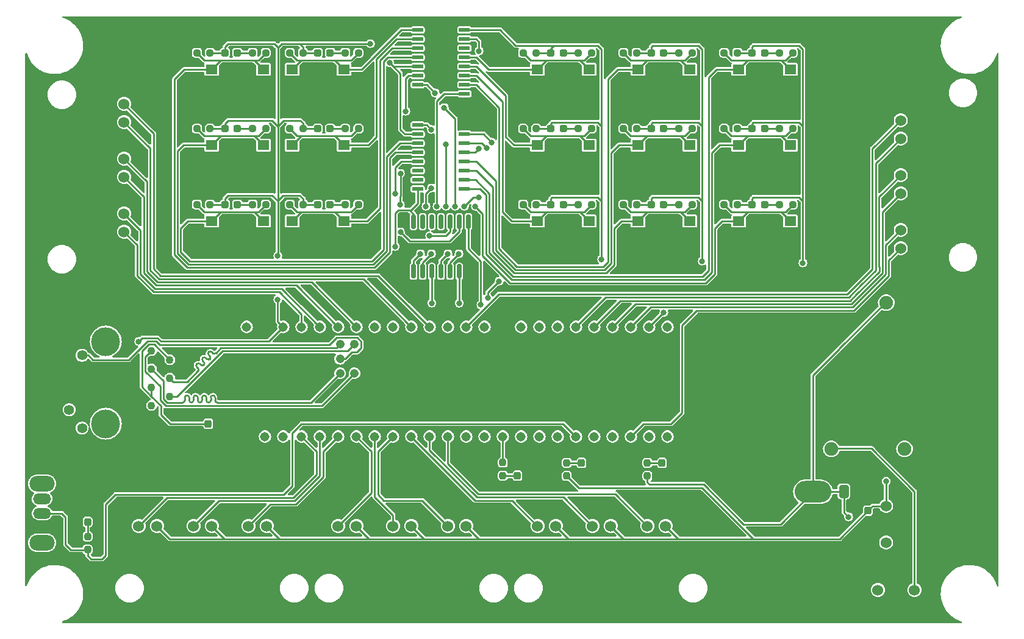
<source format=gbr>
%TF.GenerationSoftware,KiCad,Pcbnew,7.0.7*%
%TF.CreationDate,2023-11-02T15:27:59-05:00*%
%TF.ProjectId,CoreBoard_Rev1,436f7265-426f-4617-9264-5f526576312e,rev?*%
%TF.SameCoordinates,Original*%
%TF.FileFunction,Copper,L1,Top*%
%TF.FilePolarity,Positive*%
%FSLAX46Y46*%
G04 Gerber Fmt 4.6, Leading zero omitted, Abs format (unit mm)*
G04 Created by KiCad (PCBNEW 7.0.7) date 2023-11-02 15:27:59*
%MOMM*%
%LPD*%
G01*
G04 APERTURE LIST*
G04 Aperture macros list*
%AMRoundRect*
0 Rectangle with rounded corners*
0 $1 Rounding radius*
0 $2 $3 $4 $5 $6 $7 $8 $9 X,Y pos of 4 corners*
0 Add a 4 corners polygon primitive as box body*
4,1,4,$2,$3,$4,$5,$6,$7,$8,$9,$2,$3,0*
0 Add four circle primitives for the rounded corners*
1,1,$1+$1,$2,$3*
1,1,$1+$1,$4,$5*
1,1,$1+$1,$6,$7*
1,1,$1+$1,$8,$9*
0 Add four rect primitives between the rounded corners*
20,1,$1+$1,$2,$3,$4,$5,0*
20,1,$1+$1,$4,$5,$6,$7,0*
20,1,$1+$1,$6,$7,$8,$9,0*
20,1,$1+$1,$8,$9,$2,$3,0*%
G04 Aperture macros list end*
%TA.AperFunction,SMDPad,CuDef*%
%ADD10RoundRect,0.237500X0.287500X0.237500X-0.287500X0.237500X-0.287500X-0.237500X0.287500X-0.237500X0*%
%TD*%
%TA.AperFunction,ComponentPad*%
%ADD11C,1.524000*%
%TD*%
%TA.AperFunction,SMDPad,CuDef*%
%ADD12RoundRect,0.237500X0.250000X0.237500X-0.250000X0.237500X-0.250000X-0.237500X0.250000X-0.237500X0*%
%TD*%
%TA.AperFunction,ComponentPad*%
%ADD13O,3.500000X2.200000*%
%TD*%
%TA.AperFunction,ComponentPad*%
%ADD14R,2.500000X1.500000*%
%TD*%
%TA.AperFunction,ComponentPad*%
%ADD15O,2.500000X1.500000*%
%TD*%
%TA.AperFunction,SMDPad,CuDef*%
%ADD16R,1.600000X1.400000*%
%TD*%
%TA.AperFunction,SMDPad,CuDef*%
%ADD17RoundRect,0.237500X-0.237500X0.250000X-0.237500X-0.250000X0.237500X-0.250000X0.237500X0.250000X0*%
%TD*%
%TA.AperFunction,SMDPad,CuDef*%
%ADD18RoundRect,0.250000X-0.412500X-0.650000X0.412500X-0.650000X0.412500X0.650000X-0.412500X0.650000X0*%
%TD*%
%TA.AperFunction,SMDPad,CuDef*%
%ADD19RoundRect,0.237500X0.237500X-0.287500X0.237500X0.287500X-0.237500X0.287500X-0.237500X-0.287500X0*%
%TD*%
%TA.AperFunction,ComponentPad*%
%ADD20C,1.308000*%
%TD*%
%TA.AperFunction,ComponentPad*%
%ADD21C,1.208000*%
%TD*%
%TA.AperFunction,SMDPad,CuDef*%
%ADD22RoundRect,0.237500X-0.237500X0.300000X-0.237500X-0.300000X0.237500X-0.300000X0.237500X0.300000X0*%
%TD*%
%TA.AperFunction,SMDPad,CuDef*%
%ADD23RoundRect,0.150000X0.150000X-0.837500X0.150000X0.837500X-0.150000X0.837500X-0.150000X-0.837500X0*%
%TD*%
%TA.AperFunction,SMDPad,CuDef*%
%ADD24RoundRect,0.237500X0.237500X-0.300000X0.237500X0.300000X-0.237500X0.300000X-0.237500X-0.300000X0*%
%TD*%
%TA.AperFunction,SMDPad,CuDef*%
%ADD25RoundRect,0.237500X0.237500X-0.250000X0.237500X0.250000X-0.237500X0.250000X-0.237500X-0.250000X0*%
%TD*%
%TA.AperFunction,SMDPad,CuDef*%
%ADD26RoundRect,0.237500X-0.237500X0.287500X-0.237500X-0.287500X0.237500X-0.287500X0.237500X0.287500X0*%
%TD*%
%TA.AperFunction,SMDPad,CuDef*%
%ADD27RoundRect,0.137500X-0.662500X-0.137500X0.662500X-0.137500X0.662500X0.137500X-0.662500X0.137500X0*%
%TD*%
%TA.AperFunction,SMDPad,CuDef*%
%ADD28RoundRect,0.137500X0.662500X0.137500X-0.662500X0.137500X-0.662500X-0.137500X0.662500X-0.137500X0*%
%TD*%
%TA.AperFunction,ComponentPad*%
%ADD29C,1.100000*%
%TD*%
%TA.AperFunction,ComponentPad*%
%ADD30C,1.400000*%
%TD*%
%TA.AperFunction,ComponentPad*%
%ADD31C,4.000000*%
%TD*%
%TA.AperFunction,ComponentPad*%
%ADD32C,2.000000*%
%TD*%
%TA.AperFunction,ComponentPad*%
%ADD33O,5.100000X3.000000*%
%TD*%
%TA.AperFunction,SMDPad,CuDef*%
%ADD34C,1.900000*%
%TD*%
%TA.AperFunction,ViaPad*%
%ADD35C,0.800000*%
%TD*%
%TA.AperFunction,Conductor*%
%ADD36C,0.250000*%
%TD*%
%TA.AperFunction,Conductor*%
%ADD37C,0.254000*%
%TD*%
G04 APERTURE END LIST*
D10*
%TO.P,D6,1,K*%
%TO.N,Net-(D6-K)*%
X155434000Y-47879000D03*
%TO.P,D6,2,A*%
%TO.N,+3V3*%
X153684000Y-47879000D03*
%TD*%
D11*
%TO.P,Conn2,1*%
%TO.N,GND*%
X188341000Y-44196000D03*
%TO.P,Conn2,2*%
%TO.N,FL_RX*%
X188341000Y-46736000D03*
%TO.P,Conn2,3*%
%TO.N,FL_TX*%
X188341000Y-49276000D03*
%TO.P,Conn2,4*%
%TO.N,GND*%
X188341000Y-51816000D03*
%TO.P,Conn2,5*%
%TO.N,ML_RX*%
X188341000Y-54356000D03*
%TO.P,Conn2,6*%
%TO.N,ML_TX*%
X188341000Y-56896000D03*
%TO.P,Conn2,7*%
%TO.N,GND*%
X188341000Y-59436000D03*
%TO.P,Conn2,8*%
%TO.N,BL_RX*%
X188341000Y-61976000D03*
%TO.P,Conn2,9*%
%TO.N,BL_TX*%
X188341000Y-64516000D03*
%TD*%
%TO.P,U7,1,Vi*%
%TO.N,PV*%
X186309000Y-105410000D03*
%TO.P,U7,2,GND*%
%TO.N,GND*%
X186309000Y-102870000D03*
%TO.P,U7,3,Vo*%
%TO.N,+5V*%
X186309000Y-100330000D03*
%TD*%
D12*
%TO.P,R16,1*%
%TO.N,+3V3*%
X151661500Y-37338000D03*
%TO.P,R16,2*%
%TO.N,B8*%
X149836500Y-37338000D03*
%TD*%
%TO.P,R6,1*%
%TO.N,+3V3*%
X151661500Y-47879000D03*
%TO.P,R6,2*%
%TO.N,B7*%
X149836500Y-47879000D03*
%TD*%
D13*
%TO.P,SW16,*%
%TO.N,*%
X69131500Y-105446000D03*
X69131500Y-97246000D03*
D14*
%TO.P,SW16,1,A*%
%TO.N,GND*%
X69131500Y-103346000D03*
D15*
%TO.P,SW16,2,B*%
%TO.N,ReverseSW*%
X69131500Y-101346000D03*
%TO.P,SW16,3,C*%
%TO.N,+3V3*%
X69131500Y-99346000D03*
%TD*%
D16*
%TO.P,SW15,1,1*%
%TO.N,GND*%
X99866000Y-63730000D03*
X92666000Y-63730000D03*
%TO.P,SW15,2,2*%
%TO.N,B15*%
X99866000Y-60730000D03*
X92666000Y-60730000D03*
%TD*%
D12*
%TO.P,R5,1*%
%TO.N,+3V3*%
X165656900Y-47879000D03*
%TO.P,R5,2*%
%TO.N,B4*%
X163831900Y-47879000D03*
%TD*%
D11*
%TO.P,Conn5,1*%
%TO.N,GND*%
X130556000Y-103124000D03*
%TO.P,Conn5,2*%
%TO.N,+5V*%
X128016000Y-103124000D03*
%TO.P,Conn5,3*%
%TO.N,ServoPWM6*%
X125476000Y-103124000D03*
%TO.P,Conn5,4*%
%TO.N,GND*%
X122936000Y-103124000D03*
%TO.P,Conn5,5*%
%TO.N,+5V*%
X120396000Y-103124000D03*
%TO.P,Conn5,6*%
%TO.N,ServoPWM5*%
X117856000Y-103124000D03*
%TO.P,Conn5,7*%
%TO.N,GND*%
X115316000Y-103124000D03*
%TO.P,Conn5,8*%
%TO.N,+5V*%
X112776000Y-103124000D03*
%TO.P,Conn5,9*%
%TO.N,ServoPWM4*%
X110236000Y-103124000D03*
%TD*%
D10*
%TO.P,D17,1,K*%
%TO.N,Net-(D17-K)*%
X109129800Y-37338000D03*
%TO.P,D17,2,A*%
%TO.N,+3V3*%
X107379800Y-37338000D03*
%TD*%
D16*
%TO.P,SW14,1,1*%
%TO.N,GND*%
X111042000Y-42648000D03*
X103842000Y-42648000D03*
%TO.P,SW14,2,2*%
%TO.N,B12*%
X111042000Y-39648000D03*
X103842000Y-39648000D03*
%TD*%
D12*
%TO.P,R8,1*%
%TO.N,+3V3*%
X105357300Y-47879000D03*
%TO.P,R8,2*%
%TO.N,B13*%
X103532300Y-47879000D03*
%TD*%
D10*
%TO.P,D9,1,K*%
%TO.N,Net-(D9-K)*%
X96252000Y-37338000D03*
%TO.P,D9,2,A*%
%TO.N,+3V3*%
X94502000Y-37338000D03*
%TD*%
D16*
%TO.P,SW13,1,1*%
%TO.N,GND*%
X145078000Y-63730000D03*
X137878000Y-63730000D03*
%TO.P,SW13,2,2*%
%TO.N,B9*%
X145078000Y-60730000D03*
X137878000Y-60730000D03*
%TD*%
D11*
%TO.P,Conn4,1*%
%TO.N,GND*%
X102870000Y-103124000D03*
%TO.P,Conn4,2*%
%TO.N,+5V*%
X100330000Y-103124000D03*
%TO.P,Conn4,3*%
%TO.N,ServoPWM3*%
X97790000Y-103124000D03*
%TO.P,Conn4,4*%
%TO.N,GND*%
X95250000Y-103124000D03*
%TO.P,Conn4,5*%
%TO.N,+5V*%
X92710000Y-103124000D03*
%TO.P,Conn4,6*%
%TO.N,ServoPWM2*%
X90170000Y-103124000D03*
%TO.P,Conn4,7*%
%TO.N,GND*%
X87630000Y-103124000D03*
%TO.P,Conn4,8*%
%TO.N,+5V*%
X85090000Y-103124000D03*
%TO.P,Conn4,9*%
%TO.N,ServoPWM1*%
X82550000Y-103124000D03*
%TD*%
D12*
%TO.P,R14,1*%
%TO.N,+3V3*%
X92454100Y-37338000D03*
%TO.P,R14,2*%
%TO.N,B2*%
X90629100Y-37338000D03*
%TD*%
D16*
%TO.P,SW12,1,1*%
%TO.N,GND*%
X159048000Y-63730000D03*
X151848000Y-63730000D03*
%TO.P,SW12,2,2*%
%TO.N,B6*%
X159048000Y-60730000D03*
X151848000Y-60730000D03*
%TD*%
D10*
%TO.P,D10,1,K*%
%TO.N,Net-(D10-K)*%
X169454800Y-37338000D03*
%TO.P,D10,2,A*%
%TO.N,+3V3*%
X167704800Y-37338000D03*
%TD*%
D12*
%TO.P,R9,1*%
%TO.N,B1*%
X100175700Y-47879000D03*
%TO.P,R9,2*%
%TO.N,Net-(D4-K)*%
X98350700Y-47879000D03*
%TD*%
D17*
%TO.P,R36,1*%
%TO.N,+3V3*%
X133096000Y-94299400D03*
%TO.P,R36,2*%
%TO.N,Net-(D21-A)*%
X133096000Y-96124400D03*
%TD*%
D12*
%TO.P,R20,1*%
%TO.N,B5*%
X173340400Y-37338000D03*
%TO.P,R20,2*%
%TO.N,Net-(D10-K)*%
X171515400Y-37338000D03*
%TD*%
%TO.P,R10,1*%
%TO.N,B4*%
X173340400Y-47879000D03*
%TO.P,R10,2*%
%TO.N,Net-(D5-K)*%
X171515400Y-47879000D03*
%TD*%
%TO.P,R19,1*%
%TO.N,B2*%
X100175700Y-37338000D03*
%TO.P,R19,2*%
%TO.N,Net-(D9-K)*%
X98350700Y-37338000D03*
%TD*%
D10*
%TO.P,D12,1,K*%
%TO.N,Net-(D12-K)*%
X141514800Y-37338000D03*
%TO.P,D12,2,A*%
%TO.N,+3V3*%
X139764800Y-37338000D03*
%TD*%
D12*
%TO.P,R33,1*%
%TO.N,B15*%
X100175700Y-58420000D03*
%TO.P,R33,2*%
%TO.N,Net-(D18-K)*%
X98350700Y-58420000D03*
%TD*%
D16*
%TO.P,SW4,1,1*%
%TO.N,GND*%
X145078000Y-53189000D03*
X137878000Y-53189000D03*
%TO.P,SW4,2,2*%
%TO.N,B10*%
X145078000Y-50189000D03*
X137878000Y-50189000D03*
%TD*%
D18*
%TO.P,C2,1*%
%TO.N,PV*%
X180428500Y-98298000D03*
%TO.P,C2,2*%
%TO.N,GND*%
X183553500Y-98298000D03*
%TD*%
D10*
%TO.P,D16,1,K*%
%TO.N,Net-(D16-K)*%
X141514800Y-58420000D03*
%TO.P,D16,2,A*%
%TO.N,+3V3*%
X139764800Y-58420000D03*
%TD*%
D12*
%TO.P,R23,1*%
%TO.N,B14*%
X113040800Y-58420000D03*
%TO.P,R23,2*%
%TO.N,Net-(D13-K)*%
X111215800Y-58420000D03*
%TD*%
%TO.P,R18,1*%
%TO.N,+3V3*%
X105357300Y-58420000D03*
%TO.P,R18,2*%
%TO.N,B14*%
X103532300Y-58420000D03*
%TD*%
%TO.P,R29,1*%
%TO.N,B3*%
X173340400Y-58420000D03*
%TO.P,R29,2*%
%TO.N,Net-(D14-K)*%
X171515400Y-58420000D03*
%TD*%
D19*
%TO.P,D20,1,K*%
%TO.N,GND*%
X155194000Y-96086900D03*
%TO.P,D20,2,A*%
%TO.N,Net-(D20-A)*%
X155194000Y-94336900D03*
%TD*%
D20*
%TO.P,U1,VIN,VIN*%
%TO.N,+5V*%
X97536000Y-75438000D03*
D21*
%TO.P,U1,T-,T-*%
%TO.N,Net-(J1-Pad3)*%
X110506000Y-81888000D03*
%TO.P,U1,T+,T+*%
%TO.N,Net-(J1-Pad1)*%
X112506000Y-81888000D03*
%TO.P,U1,R-,R-*%
%TO.N,Net-(J1-Pad6)*%
X112506000Y-77888000D03*
%TO.P,U1,R+,R+*%
%TO.N,Net-(J1-Pad4)*%
X110506000Y-77888000D03*
%TO.P,U1,LED,LED*%
%TO.N,Net-(J1-Pad10)*%
X110506000Y-79888000D03*
%TO.P,U1,GND5,GND*%
%TO.N,GND*%
X112506000Y-79888000D03*
D20*
%TO.P,U1,GND3,GND*%
X100076000Y-75438000D03*
%TO.P,U1,GND2,GND*%
X133096000Y-75438000D03*
%TO.P,U1,GND1,GND*%
X97536000Y-90678000D03*
%TO.P,U1,41,A17*%
%TO.N,unconnected-(U1-A17-Pad41)*%
X135636000Y-75438000D03*
%TO.P,U1,40,A16*%
%TO.N,unconnected-(U1-A16-Pad40)*%
X138176000Y-75438000D03*
%TO.P,U1,39,A15*%
%TO.N,unconnected-(U1-A15-Pad39)*%
X140716000Y-75438000D03*
%TO.P,U1,38,A14*%
%TO.N,FL_TX*%
X143256000Y-75438000D03*
%TO.P,U1,37,CS3*%
%TO.N,ML_RX*%
X145796000Y-75438000D03*
%TO.P,U1,36,CS2*%
%TO.N,ML_TX*%
X148336000Y-75438000D03*
%TO.P,U1,35,TX8*%
%TO.N,BL_RX*%
X150876000Y-75438000D03*
%TO.P,U1,34,RX8*%
%TO.N,Out2*%
X153416000Y-75438000D03*
%TO.P,U1,33,MCLK2*%
%TO.N,Out3*%
X155956000Y-75438000D03*
%TO.P,U1,32,OUT1B*%
%TO.N,unconnected-(U1-OUT1B-Pad32)*%
X155956000Y-90678000D03*
%TO.P,U1,31,CTX3*%
%TO.N,unconnected-(U1-CTX3-Pad31)*%
X153416000Y-90678000D03*
%TO.P,U1,30,CRX3*%
%TO.N,BL_TX*%
X150876000Y-90678000D03*
%TO.P,U1,29,TX7*%
%TO.N,unconnected-(U1-TX7-Pad29)*%
X148336000Y-90678000D03*
%TO.P,U1,28,RX7*%
%TO.N,unconnected-(U1-RX7-Pad28)*%
X145796000Y-90678000D03*
%TO.P,U1,27,A13*%
%TO.N,ReverseSW*%
X143256000Y-90678000D03*
%TO.P,U1,26,A12*%
%TO.N,unconnected-(U1-A12-Pad26)*%
X140716000Y-90678000D03*
%TO.P,U1,25,A11*%
%TO.N,unconnected-(U1-A11-Pad25)*%
X138176000Y-90678000D03*
%TO.P,U1,24,A10*%
%TO.N,unconnected-(U1-A10-Pad24)*%
X135636000Y-90678000D03*
%TO.P,U1,23,A9*%
%TO.N,FR_RX*%
X105156000Y-75438000D03*
%TO.P,U1,22,A8*%
%TO.N,FR_TX*%
X107696000Y-75438000D03*
%TO.P,U1,21,A7*%
%TO.N,MR_RX*%
X110236000Y-75438000D03*
%TO.P,U1,20,A6*%
%TO.N,MR_TX*%
X112776000Y-75438000D03*
%TO.P,U1,19,A5*%
%TO.N,Out0*%
X115316000Y-75438000D03*
%TO.P,U1,18,A4*%
%TO.N,Out1*%
X117856000Y-75438000D03*
%TO.P,U1,17,A3*%
%TO.N,BR_RX*%
X120396000Y-75438000D03*
%TO.P,U1,16,A2*%
%TO.N,BR_TX*%
X122936000Y-75438000D03*
%TO.P,U1,15,A1*%
%TO.N,unconnected-(U1-A1-Pad15)*%
X125476000Y-75438000D03*
%TO.P,U1,14,A0*%
%TO.N,FL_RX*%
X128016000Y-75438000D03*
%TO.P,U1,13,SCK*%
%TO.N,unconnected-(U1-SCK-Pad13)*%
X130556000Y-75438000D03*
%TO.P,U1,12,MISO*%
%TO.N,unconnected-(U1-MISO-Pad12)*%
X130556000Y-90678000D03*
%TO.P,U1,11,MOSI*%
%TO.N,NeoPixels*%
X128016000Y-90678000D03*
%TO.P,U1,10,CS1*%
%TO.N,ServoPWM9*%
X125476000Y-90678000D03*
%TO.P,U1,9,OUT1C*%
%TO.N,ServoPWM8*%
X122936000Y-90678000D03*
%TO.P,U1,8,TX2*%
%TO.N,ServoPWM7*%
X120396000Y-90678000D03*
%TO.P,U1,7,RX2*%
%TO.N,ServoPWM6*%
X117856000Y-90678000D03*
%TO.P,U1,6,OUT1D*%
%TO.N,ServoPWM5*%
X115316000Y-90678000D03*
%TO.P,U1,5,IN2*%
%TO.N,ServoPWM4*%
X112776000Y-90678000D03*
%TO.P,U1,4,BCLK2*%
%TO.N,ServoPWM3*%
X110236000Y-90678000D03*
%TO.P,U1,3.3V_2,3.3V*%
%TO.N,+3V3*%
X102616000Y-75438000D03*
%TO.P,U1,3.3V_1,3.3V*%
X133096000Y-90678000D03*
%TO.P,U1,3,LRCLK2*%
%TO.N,ServoPWM2*%
X107696000Y-90678000D03*
%TO.P,U1,2,OUT2*%
%TO.N,ServoPWM1*%
X105156000Y-90678000D03*
%TO.P,U1,1,TX1*%
%TO.N,unconnected-(U1-TX1-Pad1)*%
X102616000Y-90678000D03*
%TO.P,U1,0,RX1*%
%TO.N,unconnected-(U1-RX1-Pad0)*%
X100076000Y-90678000D03*
%TD*%
D12*
%TO.P,R28,1*%
%TO.N,+3V3*%
X92454100Y-58420000D03*
%TO.P,R28,2*%
%TO.N,B15*%
X90629100Y-58420000D03*
%TD*%
D22*
%TO.P,C3,1*%
%TO.N,+5V*%
X183769000Y-100991500D03*
%TO.P,C3,2*%
%TO.N,GND*%
X183769000Y-102716500D03*
%TD*%
D23*
%TO.P,U6,1*%
%TO.N,Net-(U4-S0)*%
X120700800Y-67724500D03*
%TO.P,U6,2*%
%TO.N,Net-(U5-S0)*%
X121970800Y-67724500D03*
%TO.P,U6,3*%
%TO.N,Out0*%
X123240800Y-67724500D03*
%TO.P,U6,4*%
%TO.N,Net-(U4-S1)*%
X124510800Y-67724500D03*
%TO.P,U6,5*%
%TO.N,Net-(U5-S1)*%
X125780800Y-67724500D03*
%TO.P,U6,6*%
%TO.N,Out1*%
X127050800Y-67724500D03*
%TO.P,U6,7,GND*%
%TO.N,GND*%
X128320800Y-67724500D03*
%TO.P,U6,8*%
%TO.N,Out2*%
X128320800Y-60799500D03*
%TO.P,U6,9*%
%TO.N,Net-(U4-S2)*%
X127050800Y-60799500D03*
%TO.P,U6,10*%
%TO.N,Net-(U5-S2)*%
X125780800Y-60799500D03*
%TO.P,U6,11*%
%TO.N,N/C*%
X124510800Y-60799500D03*
%TO.P,U6,12*%
X123240800Y-60799500D03*
%TO.P,U6,13*%
X121970800Y-60799500D03*
%TO.P,U6,14,VCC*%
%TO.N,+3V3*%
X120700800Y-60799500D03*
%TD*%
D12*
%TO.P,R21,1*%
%TO.N,B8*%
X159357700Y-37338000D03*
%TO.P,R21,2*%
%TO.N,Net-(D11-K)*%
X157532700Y-37338000D03*
%TD*%
D10*
%TO.P,D15,1,K*%
%TO.N,Net-(D15-K)*%
X155434000Y-58420000D03*
%TO.P,D15,2,A*%
%TO.N,+3V3*%
X153684000Y-58420000D03*
%TD*%
%TO.P,D13,1,K*%
%TO.N,Net-(D13-K)*%
X109129800Y-58420000D03*
%TO.P,D13,2,A*%
%TO.N,+3V3*%
X107379800Y-58420000D03*
%TD*%
D16*
%TO.P,SW9,1,1*%
%TO.N,GND*%
X145078000Y-42648000D03*
X137878000Y-42648000D03*
%TO.P,SW9,2,2*%
%TO.N,B11*%
X145078000Y-39648000D03*
X137878000Y-39648000D03*
%TD*%
%TO.P,SW8,1,1*%
%TO.N,GND*%
X159048000Y-42648000D03*
X151848000Y-42648000D03*
%TO.P,SW8,2,2*%
%TO.N,B8*%
X159048000Y-39648000D03*
X151848000Y-39648000D03*
%TD*%
D24*
%TO.P,C1,1*%
%TO.N,GND*%
X92202000Y-90626100D03*
%TO.P,C1,2*%
%TO.N,Net-(C1-Pad2)*%
X92202000Y-88901100D03*
%TD*%
D25*
%TO.P,R38,1*%
%TO.N,+5V*%
X141971500Y-96162500D03*
%TO.P,R38,2*%
%TO.N,Net-(D23-A)*%
X141971500Y-94337500D03*
%TD*%
D26*
%TO.P,D21,1,K*%
%TO.N,GND*%
X135128000Y-94375000D03*
%TO.P,D21,2,A*%
%TO.N,Net-(D21-A)*%
X135128000Y-96125000D03*
%TD*%
D12*
%TO.P,R4,1*%
%TO.N,+3V3*%
X92454100Y-47879000D03*
%TO.P,R4,2*%
%TO.N,B1*%
X90629100Y-47879000D03*
%TD*%
D10*
%TO.P,D5,1,K*%
%TO.N,Net-(D5-K)*%
X169454800Y-47879000D03*
%TO.P,D5,2,A*%
%TO.N,+3V3*%
X167704800Y-47879000D03*
%TD*%
D12*
%TO.P,R30,1*%
%TO.N,B6*%
X159357700Y-58420000D03*
%TO.P,R30,2*%
%TO.N,Net-(D15-K)*%
X157532700Y-58420000D03*
%TD*%
D10*
%TO.P,D8,1,K*%
%TO.N,Net-(D8-K)*%
X109129800Y-47879000D03*
%TO.P,D8,2,A*%
%TO.N,+3V3*%
X107379800Y-47879000D03*
%TD*%
D12*
%TO.P,R32,1*%
%TO.N,B12*%
X113040800Y-37338000D03*
%TO.P,R32,2*%
%TO.N,Net-(D17-K)*%
X111215800Y-37338000D03*
%TD*%
%TO.P,R27,1*%
%TO.N,+3V3*%
X105357300Y-37338000D03*
%TO.P,R27,2*%
%TO.N,B12*%
X103532300Y-37338000D03*
%TD*%
D27*
%TO.P,U4,1,I4*%
%TO.N,B12*%
X121260800Y-34163000D03*
%TO.P,U4,2,I5*%
%TO.N,B13*%
X121260800Y-35433000D03*
%TO.P,U4,3,I6*%
%TO.N,B14*%
X121260800Y-36703000D03*
%TO.P,U4,4,I7*%
%TO.N,B15*%
X121260800Y-37973000D03*
%TO.P,U4,5,EI*%
%TO.N,+3V3*%
X121260800Y-39243000D03*
%TO.P,U4,6,S2*%
%TO.N,Net-(U4-S2)*%
X121260800Y-40513000D03*
%TO.P,U4,7,S1*%
%TO.N,Net-(U4-S1)*%
X121260800Y-41783000D03*
%TO.P,U4,8,GND*%
%TO.N,GND*%
X121260800Y-43053000D03*
%TO.P,U4,9,S0*%
%TO.N,Net-(U4-S0)*%
X127760800Y-43053000D03*
%TO.P,U4,10,IO*%
%TO.N,B8*%
X127760800Y-41783000D03*
%TO.P,U4,11,I1*%
%TO.N,B9*%
X127760800Y-40513000D03*
%TO.P,U4,12,I2*%
%TO.N,B10*%
X127760800Y-39243000D03*
%TO.P,U4,13,I3*%
%TO.N,B11*%
X127760800Y-37973000D03*
%TO.P,U4,14,GS*%
%TO.N,unconnected-(U4-GS-Pad14)*%
X127760800Y-36703000D03*
%TO.P,U4,15,EO*%
%TO.N,Out3*%
X127760800Y-35433000D03*
%TO.P,U4,16,VCC*%
%TO.N,+3V3*%
X127760800Y-34163000D03*
%TD*%
D12*
%TO.P,R11,1*%
%TO.N,B7*%
X159357700Y-47879000D03*
%TO.P,R11,2*%
%TO.N,Net-(D6-K)*%
X157532700Y-47879000D03*
%TD*%
%TO.P,R7,1*%
%TO.N,+3V3*%
X137742300Y-47879000D03*
%TO.P,R7,2*%
%TO.N,B10*%
X135917300Y-47879000D03*
%TD*%
D10*
%TO.P,D11,1,K*%
%TO.N,Net-(D11-K)*%
X155434000Y-37338000D03*
%TO.P,D11,2,A*%
%TO.N,+3V3*%
X153684000Y-37338000D03*
%TD*%
%TO.P,D7,1,K*%
%TO.N,Net-(D7-K)*%
X141514800Y-47879000D03*
%TO.P,D7,2,A*%
%TO.N,+3V3*%
X139764800Y-47879000D03*
%TD*%
D12*
%TO.P,R15,1*%
%TO.N,+3V3*%
X165656900Y-37338000D03*
%TO.P,R15,2*%
%TO.N,B5*%
X163831900Y-37338000D03*
%TD*%
D11*
%TO.P,Conn7,1*%
%TO.N,Net-(U3-Vout+)*%
X190246000Y-112014000D03*
%TO.P,Conn7,2*%
%TO.N,GND*%
X187706000Y-112014000D03*
%TO.P,Conn7,3*%
%TO.N,NeoPixels*%
X185166000Y-112014000D03*
%TD*%
D28*
%TO.P,U5,1,I4*%
%TO.N,B4*%
X127760800Y-56261000D03*
%TO.P,U5,2,I5*%
%TO.N,B5*%
X127760800Y-54991000D03*
%TO.P,U5,3,I6*%
%TO.N,B6*%
X127760800Y-53721000D03*
%TO.P,U5,4,I7*%
%TO.N,B7*%
X127760800Y-52451000D03*
%TO.P,U5,5,EI*%
%TO.N,Out3*%
X127760800Y-51181000D03*
%TO.P,U5,6,S2*%
%TO.N,Net-(U5-S2)*%
X127760800Y-49911000D03*
%TO.P,U5,7,S1*%
%TO.N,Net-(U5-S1)*%
X127760800Y-48641000D03*
%TO.P,U5,8,GND*%
%TO.N,GND*%
X127760800Y-47371000D03*
%TO.P,U5,9,S0*%
%TO.N,Net-(U5-S0)*%
X121260800Y-47371000D03*
%TO.P,U5,10,IO*%
%TO.N,+3V3*%
X121260800Y-48641000D03*
%TO.P,U5,11,I1*%
%TO.N,B1*%
X121260800Y-49911000D03*
%TO.P,U5,12,I2*%
%TO.N,B2*%
X121260800Y-51181000D03*
%TO.P,U5,13,I3*%
%TO.N,B3*%
X121260800Y-52451000D03*
%TO.P,U5,14,GS*%
%TO.N,unconnected-(U5-GS-Pad14)*%
X121260800Y-53721000D03*
%TO.P,U5,15,EO*%
%TO.N,unconnected-(U5-EO-Pad15)*%
X121260800Y-54991000D03*
%TO.P,U5,16,VCC*%
%TO.N,+3V3*%
X121260800Y-56261000D03*
%TD*%
D16*
%TO.P,SW5,1,1*%
%TO.N,GND*%
X111042000Y-53189000D03*
X103842000Y-53189000D03*
%TO.P,SW5,2,2*%
%TO.N,B13*%
X111042000Y-50189000D03*
X103842000Y-50189000D03*
%TD*%
D10*
%TO.P,D4,1,K*%
%TO.N,Net-(D4-K)*%
X96252000Y-47879000D03*
%TO.P,D4,2,A*%
%TO.N,+3V3*%
X94502000Y-47879000D03*
%TD*%
D12*
%TO.P,R24,1*%
%TO.N,+3V3*%
X165656900Y-58420000D03*
%TO.P,R24,2*%
%TO.N,B3*%
X163831900Y-58420000D03*
%TD*%
D10*
%TO.P,D14,1,K*%
%TO.N,Net-(D14-K)*%
X169454800Y-58420000D03*
%TO.P,D14,2,A*%
%TO.N,+3V3*%
X167704800Y-58420000D03*
%TD*%
D16*
%TO.P,SW2,1,1*%
%TO.N,GND*%
X173018000Y-53189000D03*
X165818000Y-53189000D03*
%TO.P,SW2,2,2*%
%TO.N,B4*%
X173018000Y-50189000D03*
X165818000Y-50189000D03*
%TD*%
%TO.P,SW3,1,1*%
%TO.N,GND*%
X159048000Y-53189000D03*
X151848000Y-53189000D03*
%TO.P,SW3,2,2*%
%TO.N,B7*%
X159048000Y-50189000D03*
X151848000Y-50189000D03*
%TD*%
D12*
%TO.P,R13,1*%
%TO.N,B13*%
X113040800Y-47879000D03*
%TO.P,R13,2*%
%TO.N,Net-(D8-K)*%
X111215800Y-47879000D03*
%TD*%
%TO.P,R17,1*%
%TO.N,+3V3*%
X137742300Y-37338000D03*
%TO.P,R17,2*%
%TO.N,B11*%
X135917300Y-37338000D03*
%TD*%
D29*
%TO.P,J1,1*%
%TO.N,Net-(J1-Pad1)*%
X84328000Y-78740000D03*
%TO.P,J1,2*%
%TO.N,Net-(C1-Pad2)*%
X86868000Y-80010000D03*
%TO.P,J1,3*%
%TO.N,Net-(J1-Pad3)*%
X84328000Y-81280000D03*
%TO.P,J1,4*%
%TO.N,Net-(J1-Pad4)*%
X86868000Y-82550000D03*
%TO.P,J1,5*%
%TO.N,Net-(C1-Pad2)*%
X84328000Y-83820000D03*
%TO.P,J1,6*%
%TO.N,Net-(J1-Pad6)*%
X86868000Y-85090000D03*
%TO.P,J1,7*%
%TO.N,unconnected-(J1-Pad7)*%
X84328000Y-86360000D03*
%TO.P,J1,8*%
%TO.N,GND*%
X86868000Y-87630000D03*
D30*
%TO.P,J1,9*%
X72898000Y-76860000D03*
%TO.P,J1,10*%
%TO.N,Net-(J1-Pad10)*%
X74688000Y-79400000D03*
%TO.P,J1,11*%
%TO.N,unconnected-(J1-Pad11)*%
X72898000Y-86970000D03*
%TO.P,J1,12*%
%TO.N,unconnected-(J1-Pad12)*%
X74688000Y-89510000D03*
D31*
%TO.P,J1,13*%
%TO.N,N/C*%
X77978000Y-77470000D03*
%TO.P,J1,14*%
X77978000Y-88900000D03*
D32*
%TO.P,J1,SH*%
%TO.N,GND*%
X81028000Y-75310000D03*
X81028000Y-91060000D03*
%TD*%
D33*
%TO.P,Conn1,1,GND*%
%TO.N,GND*%
X168275000Y-98362800D03*
%TO.P,Conn1,4,PV+*%
%TO.N,PV*%
X176149000Y-98362800D03*
%TD*%
D16*
%TO.P,SW6,1,1*%
%TO.N,GND*%
X99866000Y-42648000D03*
X92666000Y-42648000D03*
%TO.P,SW6,2,2*%
%TO.N,B2*%
X99866000Y-39648000D03*
X92666000Y-39648000D03*
%TD*%
D11*
%TO.P,Conn6,1*%
%TO.N,GND*%
X158242000Y-103124000D03*
%TO.P,Conn6,2*%
%TO.N,+5V*%
X155702000Y-103124000D03*
%TO.P,Conn6,3*%
%TO.N,ServoPWM9*%
X153162000Y-103124000D03*
%TO.P,Conn6,4*%
%TO.N,GND*%
X150622000Y-103124000D03*
%TO.P,Conn6,5*%
%TO.N,+5V*%
X148082000Y-103124000D03*
%TO.P,Conn6,6*%
%TO.N,ServoPWM8*%
X145542000Y-103124000D03*
%TO.P,Conn6,7*%
%TO.N,GND*%
X143002000Y-103124000D03*
%TO.P,Conn6,8*%
%TO.N,+5V*%
X140462000Y-103124000D03*
%TO.P,Conn6,9*%
%TO.N,ServoPWM7*%
X137922000Y-103124000D03*
%TD*%
D26*
%TO.P,D19,1,K*%
%TO.N,GND*%
X75450500Y-100804000D03*
%TO.P,D19,2,A*%
%TO.N,Net-(D19-A)*%
X75450500Y-102554000D03*
%TD*%
D12*
%TO.P,R31,1*%
%TO.N,B9*%
X145387700Y-58420000D03*
%TO.P,R31,2*%
%TO.N,Net-(D16-K)*%
X143562700Y-58420000D03*
%TD*%
%TO.P,R12,1*%
%TO.N,B10*%
X145387700Y-47879000D03*
%TO.P,R12,2*%
%TO.N,Net-(D7-K)*%
X143562700Y-47879000D03*
%TD*%
D17*
%TO.P,R34,1*%
%TO.N,Net-(D19-A)*%
X75450500Y-104567000D03*
%TO.P,R34,2*%
%TO.N,ReverseSW*%
X75450500Y-106392000D03*
%TD*%
D25*
%TO.P,R35,1*%
%TO.N,PV*%
X153162000Y-96162500D03*
%TO.P,R35,2*%
%TO.N,Net-(D20-A)*%
X153162000Y-94337500D03*
%TD*%
D16*
%TO.P,SW11,1,1*%
%TO.N,GND*%
X173018000Y-63730000D03*
X165818000Y-63730000D03*
%TO.P,SW11,2,2*%
%TO.N,B3*%
X173018000Y-60730000D03*
X165818000Y-60730000D03*
%TD*%
D10*
%TO.P,D18,1,K*%
%TO.N,Net-(D18-K)*%
X96252000Y-58420000D03*
%TO.P,D18,2,A*%
%TO.N,+3V3*%
X94502000Y-58420000D03*
%TD*%
D16*
%TO.P,SW7,1,1*%
%TO.N,GND*%
X173018000Y-42648000D03*
X165818000Y-42648000D03*
%TO.P,SW7,2,2*%
%TO.N,B5*%
X173018000Y-39648000D03*
X165818000Y-39648000D03*
%TD*%
D19*
%TO.P,D23,1,K*%
%TO.N,GND*%
X144003500Y-96086900D03*
%TO.P,D23,2,A*%
%TO.N,Net-(D23-A)*%
X144003500Y-94336900D03*
%TD*%
D12*
%TO.P,R25,1*%
%TO.N,+3V3*%
X151661500Y-58420000D03*
%TO.P,R25,2*%
%TO.N,B6*%
X149836500Y-58420000D03*
%TD*%
D16*
%TO.P,SW10,1,1*%
%TO.N,GND*%
X111042000Y-63730000D03*
X103842000Y-63730000D03*
%TO.P,SW10,2,2*%
%TO.N,B14*%
X111042000Y-60730000D03*
X103842000Y-60730000D03*
%TD*%
D12*
%TO.P,R22,1*%
%TO.N,B11*%
X145387700Y-37338000D03*
%TO.P,R22,2*%
%TO.N,Net-(D12-K)*%
X143562700Y-37338000D03*
%TD*%
D11*
%TO.P,Conn3,1*%
%TO.N,GND*%
X80518000Y-64770000D03*
%TO.P,Conn3,2*%
%TO.N,FR_RX*%
X80518000Y-62230000D03*
%TO.P,Conn3,3*%
%TO.N,FR_TX*%
X80518000Y-59690000D03*
%TO.P,Conn3,4*%
%TO.N,GND*%
X80518000Y-57150000D03*
%TO.P,Conn3,5*%
%TO.N,MR_RX*%
X80518000Y-54610000D03*
%TO.P,Conn3,6*%
%TO.N,MR_TX*%
X80518000Y-52070000D03*
%TO.P,Conn3,7*%
%TO.N,GND*%
X80518000Y-49530000D03*
%TO.P,Conn3,8*%
%TO.N,BR_RX*%
X80518000Y-46990000D03*
%TO.P,Conn3,9*%
%TO.N,BR_TX*%
X80518000Y-44450000D03*
%TD*%
D34*
%TO.P,U3,1,Vin+*%
%TO.N,PV*%
X186322000Y-72068200D03*
%TO.P,U3,2,Vin-*%
%TO.N,GND*%
X191402000Y-72068200D03*
%TO.P,U3,3,On/OFF*%
X199022000Y-72068200D03*
%TO.P,U3,4,Vout-*%
X199022000Y-92388200D03*
%TO.P,U3,5,TRIM*%
%TO.N,unconnected-(U3-TRIM-Pad5)*%
X188862000Y-92388200D03*
%TO.P,U3,6,Vout+*%
%TO.N,Net-(U3-Vout+)*%
X178702000Y-92388200D03*
%TD*%
D12*
%TO.P,R26,1*%
%TO.N,+3V3*%
X137742300Y-58420000D03*
%TO.P,R26,2*%
%TO.N,B9*%
X135917300Y-58420000D03*
%TD*%
D16*
%TO.P,SW1,1,1*%
%TO.N,GND*%
X99866000Y-53189000D03*
X92666000Y-53189000D03*
%TO.P,SW1,2,2*%
%TO.N,B1*%
X99866000Y-50189000D03*
X92666000Y-50189000D03*
%TD*%
D35*
%TO.N,GND*%
X113538000Y-53340000D03*
X181864000Y-94742000D03*
X89662000Y-87630000D03*
X149352000Y-63754000D03*
X176403000Y-107442000D03*
X97282000Y-82042000D03*
X149352000Y-53340000D03*
X149352000Y-42672000D03*
X131445000Y-45720000D03*
X131191000Y-68199000D03*
X89916000Y-53340000D03*
X163576000Y-63754000D03*
X163576000Y-53340000D03*
X78740000Y-83439000D03*
X113538000Y-63754000D03*
X113538000Y-42672000D03*
X163322000Y-42926000D03*
X105410000Y-94361000D03*
X194056000Y-82550000D03*
X135382000Y-53340000D03*
X122428000Y-44958000D03*
X135382000Y-63754000D03*
X182372000Y-101092000D03*
X135382000Y-42926000D03*
X97536000Y-93472000D03*
X90170000Y-63754000D03*
X69723000Y-93345000D03*
X89916000Y-42672000D03*
X75438000Y-93345000D03*
X126492000Y-44958000D03*
X89281000Y-80010000D03*
%TO.N,PV*%
X181102000Y-101854000D03*
%TO.N,+5V*%
X186309000Y-96901000D03*
%TO.N,+3V3*%
X146812000Y-66040000D03*
X101854000Y-71628000D03*
X174752000Y-66548000D03*
X117372143Y-38723643D03*
X114716500Y-36068000D03*
X160782000Y-66294000D03*
X118152500Y-64262000D03*
X82550000Y-77470000D03*
X101854000Y-65569500D03*
%TO.N,B3*%
X129286000Y-58674000D03*
X118152500Y-56938500D03*
%TO.N,Out3*%
X129794000Y-50637500D03*
X131028124Y-71401277D03*
X132588000Y-69088000D03*
X129794000Y-37084000D03*
%TO.N,Out2*%
X130043701Y-72385701D03*
X155448000Y-73426500D03*
%TO.N,Out1*%
X127050800Y-72136000D03*
%TO.N,Out0*%
X123240800Y-72136000D03*
%TO.N,Net-(U4-S2)*%
X118879000Y-62230000D03*
X118879000Y-54102000D03*
X118872000Y-58455500D03*
X119634000Y-45466000D03*
%TO.N,Net-(U4-S1)*%
X126492000Y-58674000D03*
X125476000Y-65278000D03*
X124968000Y-44958000D03*
X123698000Y-42926000D03*
%TO.N,Net-(U4-S0)*%
X123952000Y-58674000D03*
X121666000Y-65278000D03*
%TO.N,Net-(U5-S2)*%
X130845500Y-50546000D03*
X123190000Y-56134000D03*
X122428000Y-58674000D03*
X122936000Y-62773500D03*
%TO.N,Net-(U5-S1)*%
X127762000Y-58674000D03*
X127000000Y-65278000D03*
X129794000Y-57404000D03*
X131572000Y-49784000D03*
%TO.N,Net-(U5-S0)*%
X123190000Y-48006000D03*
X125222000Y-58674000D03*
X123190000Y-65278000D03*
X125222000Y-50038000D03*
%TD*%
D36*
%TO.N,Net-(C1-Pad2)*%
X86900563Y-88900000D02*
X92200900Y-88900000D01*
X83003000Y-83765000D02*
X84328000Y-85090000D01*
X86900563Y-88900000D02*
X85630563Y-87630000D01*
X85630563Y-86392563D02*
X84328000Y-85090000D01*
X83933000Y-77865000D02*
X83003000Y-78795000D01*
X86868000Y-80010000D02*
X84723000Y-77865000D01*
X83003000Y-78795000D02*
X83003000Y-83765000D01*
X84328000Y-85090000D02*
X84328000Y-83820000D01*
X84723000Y-77865000D02*
X83933000Y-77865000D01*
X85630563Y-87630000D02*
X85630563Y-86392563D01*
D37*
%TO.N,PV*%
X171641800Y-102870000D02*
X176149000Y-98362800D01*
X153470000Y-97336000D02*
X160970052Y-97336000D01*
D36*
X179832000Y-78482000D02*
X179832000Y-78486000D01*
D37*
X160970052Y-97336000D02*
X166504052Y-102870000D01*
D36*
X176149000Y-82169000D02*
X176149000Y-98362800D01*
X180428500Y-98298000D02*
X180428500Y-101180500D01*
X186322000Y-71992000D02*
X179832000Y-78482000D01*
D37*
X153162000Y-96162500D02*
X153162000Y-97028000D01*
D36*
X179832000Y-78486000D02*
X176149000Y-82169000D01*
X180428500Y-101180500D02*
X181102000Y-101854000D01*
X176149000Y-98362800D02*
X180363700Y-98362800D01*
D37*
X153162000Y-97028000D02*
X153470000Y-97336000D01*
X166504052Y-102870000D02*
X171641800Y-102870000D01*
%TO.N,+5V*%
X140462000Y-103124000D02*
X142240000Y-104902000D01*
X122428000Y-104902000D02*
X130048000Y-104902000D01*
X122174000Y-104902000D02*
X122428000Y-104902000D01*
X120396000Y-103124000D02*
X122174000Y-104902000D01*
X129794000Y-104902000D02*
X130048000Y-104902000D01*
X157480000Y-104902000D02*
X168148000Y-104902000D01*
X142494000Y-104902000D02*
X150114000Y-104902000D01*
X167894000Y-104902000D02*
X168148000Y-104902000D01*
X168148000Y-104902000D02*
X179858500Y-104902000D01*
X149860000Y-104902000D02*
X150114000Y-104902000D01*
X114554000Y-104902000D02*
X114808000Y-104902000D01*
X142240000Y-104902000D02*
X142494000Y-104902000D01*
X155702000Y-103124000D02*
X157480000Y-104902000D01*
X183769000Y-100991500D02*
X184430500Y-100330000D01*
X184430500Y-100330000D02*
X186309000Y-100330000D01*
X186309000Y-100330000D02*
X186309000Y-96901000D01*
X160782000Y-97790000D02*
X167894000Y-104902000D01*
X141971500Y-96162500D02*
X143599000Y-97790000D01*
X86868000Y-104902000D02*
X94742000Y-104902000D01*
X102108000Y-104902000D02*
X102362000Y-104902000D01*
X179858500Y-104902000D02*
X183769000Y-100991500D01*
X112776000Y-103124000D02*
X114554000Y-104902000D01*
X130048000Y-104902000D02*
X142494000Y-104902000D01*
X143599000Y-97790000D02*
X160782000Y-97790000D01*
X100330000Y-103124000D02*
X102108000Y-104902000D01*
X85090000Y-103124000D02*
X86868000Y-104902000D01*
X102362000Y-104902000D02*
X114808000Y-104902000D01*
X148082000Y-103124000D02*
X149860000Y-104902000D01*
X94742000Y-104902000D02*
X102362000Y-104902000D01*
X150114000Y-104902000D02*
X157480000Y-104902000D01*
X128016000Y-103124000D02*
X129794000Y-104902000D01*
X92710000Y-103124000D02*
X94488000Y-104902000D01*
X114808000Y-104902000D02*
X122428000Y-104902000D01*
X94488000Y-104902000D02*
X94742000Y-104902000D01*
D36*
%TO.N,FL_RX*%
X132552000Y-70902000D02*
X128016000Y-75438000D01*
X176360020Y-70902000D02*
X132552000Y-70902000D01*
D37*
X180925536Y-70900000D02*
X176360020Y-70900000D01*
X184404000Y-50673000D02*
X184404000Y-67421536D01*
X188341000Y-46736000D02*
X184404000Y-50673000D01*
X184404000Y-67421536D02*
X180925536Y-70900000D01*
%TO.N,FL_TX*%
X188341000Y-49276000D02*
X184874586Y-52742414D01*
D36*
X176546416Y-71352000D02*
X181118416Y-71352000D01*
X147342000Y-71352000D02*
X143256000Y-75438000D01*
X181118416Y-71352000D02*
X182877208Y-69593208D01*
X176546416Y-71352000D02*
X147342000Y-71352000D01*
D37*
X184874586Y-52742414D02*
X184874586Y-67593002D01*
X184874586Y-67593002D02*
X182875794Y-69591794D01*
%TO.N,ML_RX*%
X185328586Y-67048586D02*
X185336000Y-67056000D01*
D36*
X176732812Y-71802000D02*
X149432000Y-71802000D01*
X176732812Y-71802000D02*
X181304812Y-71802000D01*
X149432000Y-71802000D02*
X145796000Y-75438000D01*
X182179406Y-70927406D02*
X185338000Y-67768812D01*
X185338000Y-67768812D02*
X185338000Y-67056000D01*
X181304812Y-71802000D02*
X182179406Y-70927406D01*
D37*
X188341000Y-54356000D02*
X185328586Y-57368414D01*
X185328586Y-57368414D02*
X185328586Y-67048586D01*
D36*
%TO.N,ML_TX*%
X176919208Y-72252000D02*
X181491208Y-72252000D01*
X183259604Y-70483604D02*
X185788000Y-67955208D01*
X181491208Y-72252000D02*
X183259604Y-70483604D01*
X151522000Y-72252000D02*
X148336000Y-75438000D01*
X185788000Y-67955208D02*
X185788000Y-66040000D01*
X176919208Y-72252000D02*
X151522000Y-72252000D01*
D37*
X185782586Y-59454414D02*
X185782586Y-66040000D01*
X188341000Y-56896000D02*
X185782586Y-59454414D01*
D36*
%TO.N,BL_RX*%
X181677604Y-72702000D02*
X186240000Y-68139604D01*
X150876000Y-75438000D02*
X153612000Y-72702000D01*
X186240000Y-66737225D02*
X186238000Y-66735225D01*
X153612000Y-72702000D02*
X181677604Y-72702000D01*
X186238000Y-66735225D02*
X186238000Y-65979775D01*
D37*
X188341000Y-61976000D02*
X186236586Y-64080414D01*
X186236586Y-64080414D02*
X186236586Y-65978362D01*
D36*
X186240000Y-68139604D02*
X186240000Y-66737225D01*
%TO.N,BL_TX*%
X160020000Y-73152000D02*
X157988000Y-75184000D01*
D37*
X186690000Y-66167000D02*
X186690000Y-66548000D01*
D36*
X181864000Y-73152000D02*
X160020000Y-73152000D01*
X157988000Y-75184000D02*
X157988000Y-87376000D01*
X186690000Y-66548000D02*
X186690000Y-68326000D01*
X186690000Y-68326000D02*
X181864000Y-73152000D01*
X157988000Y-87376000D02*
X156464000Y-88900000D01*
D37*
X188341000Y-64516000D02*
X186690000Y-66167000D01*
D36*
X156464000Y-88900000D02*
X152654000Y-88900000D01*
X152654000Y-88900000D02*
X150876000Y-90678000D01*
%TO.N,FR_RX*%
X82354000Y-68323990D02*
X84606010Y-70576000D01*
X84606010Y-70576000D02*
X102072000Y-70576000D01*
X80518000Y-62230000D02*
X82354000Y-64066000D01*
X82354000Y-64066000D02*
X82354000Y-68323990D01*
X105156000Y-73660000D02*
X105156000Y-75438000D01*
X102072000Y-70576000D02*
X105156000Y-73660000D01*
%TO.N,MR_RX*%
X80518000Y-54610000D02*
X83254000Y-57346000D01*
X83254000Y-57346000D02*
X83254000Y-67951198D01*
X104474000Y-69676000D02*
X110236000Y-75438000D01*
X83254000Y-67951198D02*
X84978802Y-69676000D01*
X84978802Y-69676000D02*
X104474000Y-69676000D01*
%TO.N,MR_TX*%
X80518000Y-52070000D02*
X83704000Y-55256000D01*
X83704000Y-55256000D02*
X83704000Y-67764802D01*
X106564000Y-69226000D02*
X112776000Y-75438000D01*
X83704000Y-67764802D02*
X85165198Y-69226000D01*
X85165198Y-69226000D02*
X106564000Y-69226000D01*
%TO.N,BR_RX*%
X80518000Y-46990000D02*
X84154000Y-50626000D01*
X113734000Y-68776000D02*
X120396000Y-75438000D01*
X85351594Y-68776000D02*
X113734000Y-68776000D01*
X84154000Y-67578406D02*
X85351594Y-68776000D01*
X84154000Y-50626000D02*
X84154000Y-67578406D01*
D37*
%TO.N,ServoPWM3*%
X97790000Y-103124000D02*
X100836000Y-100078000D01*
D36*
X104394000Y-100076000D02*
X108204000Y-96266000D01*
X101092000Y-100076000D02*
X104394000Y-100076000D01*
D37*
X100836000Y-100078000D02*
X101346000Y-100078000D01*
D36*
X108204000Y-96266000D02*
X108204000Y-92710000D01*
X108204000Y-92710000D02*
X110236000Y-90678000D01*
D37*
%TO.N,ServoPWM2*%
X93666000Y-99628000D02*
X93980000Y-99628000D01*
D36*
X107696000Y-96137604D02*
X107696000Y-90678000D01*
X104207604Y-99626000D02*
X107696000Y-96137604D01*
D37*
X90170000Y-103124000D02*
X93666000Y-99628000D01*
D36*
X93922000Y-99626000D02*
X104207604Y-99626000D01*
%TO.N,ServoPWM1*%
X107246000Y-95951208D02*
X107246000Y-92768000D01*
X104021208Y-99176000D02*
X107246000Y-95951208D01*
D37*
X86496000Y-99178000D02*
X86868000Y-99178000D01*
X82550000Y-103124000D02*
X86496000Y-99178000D01*
D36*
X107246000Y-92768000D02*
X105156000Y-90678000D01*
X86752000Y-99176000D02*
X104021208Y-99176000D01*
D37*
%TO.N,ServoPWM5*%
X117856000Y-101600000D02*
X117856000Y-103124000D01*
D36*
X115316000Y-99060000D02*
X115316000Y-90678000D01*
X116586000Y-100330000D02*
X115316000Y-99060000D01*
D37*
X116586000Y-100330000D02*
X117856000Y-101600000D01*
D36*
%TO.N,ServoPWM4*%
X113792000Y-99568000D02*
X114866000Y-98494000D01*
X114866000Y-92768000D02*
X112776000Y-90678000D01*
X114866000Y-98494000D02*
X114866000Y-92768000D01*
D37*
X110236000Y-103124000D02*
X113792000Y-99568000D01*
%TO.N,ServoPWM7*%
X129292000Y-99574000D02*
X129286000Y-99568000D01*
D36*
X120396000Y-90678000D02*
X129286000Y-99568000D01*
D37*
X134372000Y-99574000D02*
X129292000Y-99574000D01*
X137922000Y-103124000D02*
X134372000Y-99574000D01*
%TO.N,ServoPWM8*%
X141538000Y-99120000D02*
X129477224Y-99120000D01*
D36*
X122936000Y-92581604D02*
X122936000Y-90678000D01*
D37*
X129477224Y-99120000D02*
X129473810Y-99116586D01*
D36*
X129472396Y-99118000D02*
X122936000Y-92581604D01*
D37*
X145542000Y-103124000D02*
X141538000Y-99120000D01*
D36*
%TO.N,ServoPWM9*%
X148590000Y-98668000D02*
X129658792Y-98668000D01*
D37*
X153162000Y-103124000D02*
X148706000Y-98668000D01*
D36*
X125476000Y-94485208D02*
X125476000Y-90678000D01*
D37*
X148706000Y-98668000D02*
X148590000Y-98668000D01*
D36*
X129658792Y-98668000D02*
X125476000Y-94485208D01*
D37*
%TO.N,Net-(D4-K)*%
X96289500Y-47879000D02*
X98388200Y-47879000D01*
%TO.N,+3V3*%
X105357300Y-36523300D02*
X104902000Y-36068000D01*
D36*
X101349500Y-36068000D02*
X101857500Y-36576000D01*
X134874000Y-36322000D02*
X132715000Y-34163000D01*
X146812000Y-39116000D02*
X146812000Y-36830000D01*
X102623000Y-46736000D02*
X101861000Y-47498000D01*
X139954000Y-57404000D02*
X146304000Y-57404000D01*
D37*
X120700800Y-60799500D02*
X120700800Y-59740800D01*
D36*
X140208000Y-36322000D02*
X134874000Y-36322000D01*
X167704800Y-57593200D02*
X167894000Y-57404000D01*
X104954700Y-46736000D02*
X102623000Y-46736000D01*
X101861000Y-38100000D02*
X101861000Y-46736000D01*
D37*
X153646500Y-37338000D02*
X151661500Y-37338000D01*
X118872000Y-40223500D02*
X117891500Y-39243000D01*
X120396000Y-59182000D02*
X120142000Y-59182000D01*
X104902000Y-57150000D02*
X102616000Y-57150000D01*
D36*
X101861000Y-58674000D02*
X101861000Y-58166000D01*
D37*
X117891500Y-39243000D02*
X121260800Y-39243000D01*
D36*
X160782000Y-66294000D02*
X160782000Y-60198000D01*
X160782000Y-49784000D02*
X160782000Y-47498000D01*
D37*
X94464500Y-37338000D02*
X92454100Y-37338000D01*
D36*
X101857500Y-38096500D02*
X101861000Y-38100000D01*
X94502000Y-36562000D02*
X94996000Y-36068000D01*
D37*
X102365500Y-36068000D02*
X101857500Y-36576000D01*
D36*
X167894000Y-57404000D02*
X174244000Y-57404000D01*
X101861000Y-47498000D02*
X101854000Y-47498000D01*
X100587000Y-77467000D02*
X85660594Y-77467000D01*
X92724500Y-47609500D02*
X92710000Y-47595000D01*
X102616000Y-75438000D02*
X101854000Y-74676000D01*
X153684000Y-37338000D02*
X153684000Y-36562000D01*
X174244000Y-46990000D02*
X174752000Y-47498000D01*
X146812000Y-66040000D02*
X146812000Y-59944000D01*
D37*
X92456000Y-58420000D02*
X92454100Y-58420000D01*
D36*
X139764800Y-47179200D02*
X139954000Y-46990000D01*
D37*
X101861000Y-57905000D02*
X101861000Y-58166000D01*
D36*
X137742300Y-58420000D02*
X139727300Y-58420000D01*
X160782000Y-57912000D02*
X160782000Y-56642000D01*
X146304000Y-57404000D02*
X146812000Y-57912000D01*
D37*
X153646500Y-58420000D02*
X151661500Y-58420000D01*
D36*
X146812000Y-49530000D02*
X146812000Y-47498000D01*
X139764800Y-37338000D02*
X139764800Y-36765200D01*
X146812000Y-46228000D02*
X146812000Y-39116000D01*
X160782000Y-56642000D02*
X160782000Y-49784000D01*
X94996000Y-46736000D02*
X94502000Y-47230000D01*
X160782000Y-39116000D02*
X160782000Y-36830000D01*
X146812000Y-47498000D02*
X146812000Y-46228000D01*
X139764800Y-58420000D02*
X139764800Y-57593200D01*
X146812000Y-56642000D02*
X146812000Y-49530000D01*
X139764800Y-47879000D02*
X139764800Y-47179200D01*
X146304000Y-46990000D02*
X146812000Y-47498000D01*
X94996000Y-36068000D02*
X101349500Y-36068000D01*
D37*
X118872000Y-48006000D02*
X118872000Y-40223500D01*
D36*
X139764800Y-36765200D02*
X140208000Y-36322000D01*
X132715000Y-34163000D02*
X132588000Y-34163000D01*
X101861000Y-48768000D02*
X101861000Y-48260000D01*
X174752000Y-56642000D02*
X174752000Y-49530000D01*
X146812000Y-57912000D02*
X146812000Y-56642000D01*
D37*
X121260800Y-48641000D02*
X119507000Y-48641000D01*
D36*
X101861000Y-50038000D02*
X101861000Y-48768000D01*
D37*
X117372143Y-38723643D02*
X117891500Y-39243000D01*
X167667300Y-37338000D02*
X165656900Y-37338000D01*
X153646500Y-47879000D02*
X151661500Y-47879000D01*
D36*
X160274000Y-46990000D02*
X160782000Y-47498000D01*
X101861000Y-56134000D02*
X101861000Y-50038000D01*
X174752000Y-49530000D02*
X174752000Y-47498000D01*
X174752000Y-66548000D02*
X174752000Y-60198000D01*
D37*
X94996000Y-57150000D02*
X94502000Y-57644000D01*
D36*
X101854000Y-47498000D02*
X101092000Y-46736000D01*
X174752000Y-57912000D02*
X174752000Y-56642000D01*
D37*
X121260800Y-58317200D02*
X120396000Y-59182000D01*
D36*
X174244000Y-57404000D02*
X174752000Y-57912000D01*
X101861000Y-57658000D02*
X101861000Y-56134000D01*
X85660594Y-77467000D02*
X85158594Y-76965000D01*
D37*
X101847000Y-57905000D02*
X101092000Y-57150000D01*
D36*
X167704800Y-36511200D02*
X167894000Y-36322000D01*
X153684000Y-36562000D02*
X153924000Y-36322000D01*
X160782000Y-46228000D02*
X160782000Y-39116000D01*
X153924000Y-57404000D02*
X160274000Y-57404000D01*
X101861000Y-57658000D02*
X101861000Y-56649000D01*
X101861000Y-48260000D02*
X101861000Y-47498000D01*
X160274000Y-57404000D02*
X160782000Y-57912000D01*
X101092000Y-46736000D02*
X94996000Y-46736000D01*
X153684000Y-47230000D02*
X153924000Y-46990000D01*
X105357300Y-47138600D02*
X104954700Y-46736000D01*
X146812000Y-59944000D02*
X146812000Y-57912000D01*
D37*
X127760800Y-34163000D02*
X132588000Y-34163000D01*
D36*
X101861000Y-60452000D02*
X101861000Y-58674000D01*
X101857500Y-36576000D02*
X101857500Y-38096500D01*
X105357300Y-47879000D02*
X107379800Y-47879000D01*
X167894000Y-36322000D02*
X174244000Y-36322000D01*
D37*
X121260800Y-56261000D02*
X121260800Y-58317200D01*
X174244000Y-36322000D02*
X174752000Y-36830000D01*
X105357300Y-57605300D02*
X104902000Y-57150000D01*
D36*
X101861000Y-56649000D02*
X101861000Y-56635000D01*
X174752000Y-60198000D02*
X174752000Y-57912000D01*
X85158594Y-76965000D02*
X83055000Y-76965000D01*
X139764800Y-57593200D02*
X139954000Y-57404000D01*
D37*
X94502000Y-57644000D02*
X94502000Y-58420000D01*
D36*
X101861000Y-47498000D02*
X101861000Y-46736000D01*
X167704800Y-37338000D02*
X167704800Y-36511200D01*
X146304000Y-36322000D02*
X146812000Y-36830000D01*
X160274000Y-36322000D02*
X160782000Y-36830000D01*
X101861000Y-65562500D02*
X101861000Y-60452000D01*
X94502000Y-37338000D02*
X94502000Y-36562000D01*
X105357300Y-47879000D02*
X105357300Y-47138600D01*
D37*
X139727300Y-37338000D02*
X137742300Y-37338000D01*
D36*
X153924000Y-36322000D02*
X160274000Y-36322000D01*
X174752000Y-46228000D02*
X174752000Y-38862000D01*
D37*
X167667300Y-58420000D02*
X165656900Y-58420000D01*
D36*
X101854000Y-65569500D02*
X101861000Y-65562500D01*
X153684000Y-47879000D02*
X153684000Y-47230000D01*
D37*
X104902000Y-36068000D02*
X102365500Y-36068000D01*
X94464500Y-58420000D02*
X92454100Y-58420000D01*
X102616000Y-57150000D02*
X101861000Y-57905000D01*
D36*
X153684000Y-58420000D02*
X153684000Y-57644000D01*
X94502000Y-47230000D02*
X94502000Y-47879000D01*
X92628500Y-37256500D02*
X92456000Y-37084000D01*
X153684000Y-57644000D02*
X153924000Y-57404000D01*
D37*
X118618000Y-59182000D02*
X118152500Y-59647500D01*
D36*
X83055000Y-76965000D02*
X82550000Y-77470000D01*
X139954000Y-46990000D02*
X146304000Y-46990000D01*
X160782000Y-60198000D02*
X160782000Y-57912000D01*
X167704800Y-47879000D02*
X167704800Y-47179200D01*
X160782000Y-47498000D02*
X160782000Y-46228000D01*
X92454100Y-47879000D02*
X94464500Y-47879000D01*
X174752000Y-38862000D02*
X174752000Y-36830000D01*
D37*
X105357300Y-37338000D02*
X105357300Y-36523300D01*
X101092000Y-57150000D02*
X94996000Y-57150000D01*
D36*
X101854000Y-74676000D02*
X101854000Y-71628000D01*
D37*
X107342300Y-58420000D02*
X105357300Y-58420000D01*
X101861000Y-57905000D02*
X101847000Y-57905000D01*
D36*
X140208000Y-36322000D02*
X146304000Y-36322000D01*
D37*
X118152500Y-59647500D02*
X118152500Y-64262000D01*
D36*
X101861000Y-58166000D02*
X101861000Y-57658000D01*
X167704800Y-58420000D02*
X167704800Y-57593200D01*
D37*
X105357300Y-58420000D02*
X105357300Y-57605300D01*
X114716500Y-36068000D02*
X104902000Y-36068000D01*
D36*
X153924000Y-46990000D02*
X160274000Y-46990000D01*
X167894000Y-46990000D02*
X174244000Y-46990000D01*
X102616000Y-75438000D02*
X100587000Y-77467000D01*
X167704800Y-47179200D02*
X167894000Y-46990000D01*
D37*
X120142000Y-59182000D02*
X118618000Y-59182000D01*
X119507000Y-48641000D02*
X118872000Y-48006000D01*
D36*
X133096000Y-90678000D02*
X133096000Y-94322900D01*
D37*
X107342300Y-37338000D02*
X105357300Y-37338000D01*
D36*
X174752000Y-47498000D02*
X174752000Y-46228000D01*
D37*
X137742300Y-47879000D02*
X139727300Y-47879000D01*
X120700800Y-59740800D02*
X120142000Y-59182000D01*
X167667300Y-47879000D02*
X165656900Y-47879000D01*
%TO.N,Net-(D5-K)*%
X169492300Y-47879000D02*
X171552900Y-47879000D01*
%TO.N,Net-(D6-K)*%
X155471500Y-47879000D02*
X157570200Y-47879000D01*
%TO.N,Net-(D7-K)*%
X141552300Y-47879000D02*
X143600200Y-47879000D01*
%TO.N,Net-(D8-K)*%
X109167300Y-47879000D02*
X111253300Y-47879000D01*
%TO.N,Net-(D9-K)*%
X96289500Y-37338000D02*
X98388200Y-37338000D01*
%TO.N,Net-(D10-K)*%
X169492300Y-37338000D02*
X171552900Y-37338000D01*
%TO.N,Net-(D11-K)*%
X155471500Y-37338000D02*
X157570200Y-37338000D01*
%TO.N,Net-(D12-K)*%
X141552300Y-37338000D02*
X143600200Y-37338000D01*
%TO.N,Net-(D13-K)*%
X109167300Y-58420000D02*
X111253300Y-58420000D01*
D36*
%TO.N,Net-(D14-K)*%
X169402400Y-58092000D02*
X169427400Y-58117000D01*
D37*
X169492300Y-58420000D02*
X171552900Y-58420000D01*
%TO.N,Net-(D15-K)*%
X155471500Y-58420000D02*
X157570200Y-58420000D01*
%TO.N,Net-(D16-K)*%
X141552300Y-58420000D02*
X143600200Y-58420000D01*
%TO.N,Net-(D17-K)*%
X109167300Y-37338000D02*
X111253300Y-37338000D01*
%TO.N,Net-(D18-K)*%
X96289500Y-58420000D02*
X98388200Y-58420000D01*
D36*
%TO.N,Net-(D19-A)*%
X75450500Y-104567000D02*
X75450500Y-102554000D01*
D37*
%TO.N,Net-(D20-A)*%
X155193400Y-94337500D02*
X155194000Y-94336900D01*
X153162000Y-94337500D02*
X155193400Y-94337500D01*
%TO.N,Net-(D21-A)*%
X135127400Y-96124400D02*
X135128000Y-96125000D01*
X133096000Y-96124400D02*
X135127400Y-96124400D01*
%TO.N,Net-(D23-A)*%
X144002900Y-94337500D02*
X144003500Y-94336900D01*
X141971500Y-94337500D02*
X144002900Y-94337500D01*
D36*
%TO.N,Net-(J1-Pad10)*%
X85474198Y-77917000D02*
X109027000Y-77917000D01*
X74688000Y-79400000D02*
X75590000Y-79400000D01*
X112811000Y-78959000D02*
X112121195Y-78959000D01*
X84972198Y-77415000D02*
X85474198Y-77917000D01*
X113435000Y-77481516D02*
X113435000Y-78335000D01*
X111192195Y-79888000D02*
X110506000Y-79888000D01*
X109985000Y-76959000D02*
X112912484Y-76959000D01*
X112912484Y-76959000D02*
X113435000Y-77481516D01*
X81151604Y-80010000D02*
X83746604Y-77415000D01*
X113435000Y-78335000D02*
X112811000Y-78959000D01*
X83746604Y-77415000D02*
X84972198Y-77415000D01*
X76200000Y-80010000D02*
X81151604Y-80010000D01*
X109027000Y-77917000D02*
X109985000Y-76959000D01*
X75590000Y-79400000D02*
X76200000Y-80010000D01*
X112121195Y-78959000D02*
X111192195Y-79888000D01*
%TO.N,Net-(J1-Pad1)*%
X83453000Y-79615000D02*
X84328000Y-78740000D01*
X112506000Y-81888000D02*
X107979000Y-86415000D01*
X86319167Y-86415000D02*
X85543000Y-85638833D01*
X107979000Y-86415000D02*
X86319167Y-86415000D01*
X83453000Y-81642437D02*
X83453000Y-79615000D01*
X85543000Y-85638833D02*
X85543000Y-83732437D01*
X85543000Y-83732437D02*
X83453000Y-81642437D01*
%TO.N,Net-(J1-Pad3)*%
X89546000Y-85265000D02*
X89546000Y-85665000D01*
X93446000Y-85965000D02*
X93553766Y-85965000D01*
X91946000Y-85265000D02*
X91946000Y-85665000D01*
X91346000Y-85665000D02*
X91346000Y-85265000D01*
X90146000Y-85665000D02*
X90146000Y-85265000D01*
X86505563Y-85965000D02*
X88646000Y-85965000D01*
X88946000Y-85665000D02*
X88946000Y-85265000D01*
X85993000Y-85452437D02*
X86505563Y-85965000D01*
X85993000Y-82945000D02*
X85993000Y-85452437D01*
X84328000Y-81280000D02*
X85993000Y-82945000D01*
X106429000Y-85965000D02*
X110506000Y-81888000D01*
X93553766Y-85965000D02*
X106429000Y-85965000D01*
X93146000Y-85265000D02*
X93146000Y-85665000D01*
X90746000Y-85265000D02*
X90746000Y-85665000D01*
X92546000Y-85665000D02*
X92546000Y-85265000D01*
X93146000Y-85265000D02*
G75*
G03*
X92846000Y-84965000I-300000J0D01*
G01*
X91946000Y-85665000D02*
G75*
G03*
X92246000Y-85965000I300000J0D01*
G01*
X90746000Y-85665000D02*
G75*
G03*
X91046000Y-85965000I300000J0D01*
G01*
X92246000Y-85965000D02*
G75*
G03*
X92546000Y-85665000I0J300000D01*
G01*
X91046000Y-85965000D02*
G75*
G03*
X91346000Y-85665000I0J300000D01*
G01*
X89546000Y-85265000D02*
G75*
G03*
X89246000Y-84965000I-300000J0D01*
G01*
X91946000Y-85265000D02*
G75*
G03*
X91646000Y-84965000I-300000J0D01*
G01*
X88646000Y-85965000D02*
G75*
G03*
X88946000Y-85665000I0J300000D01*
G01*
X89246000Y-84965000D02*
G75*
G03*
X88946000Y-85265000I0J-300000D01*
G01*
X91646000Y-84965000D02*
G75*
G03*
X91346000Y-85265000I0J-300000D01*
G01*
X90446000Y-84965000D02*
G75*
G03*
X90146000Y-85265000I0J-300000D01*
G01*
X93146000Y-85665000D02*
G75*
G03*
X93446000Y-85965000I300000J0D01*
G01*
X89546000Y-85665000D02*
G75*
G03*
X89846000Y-85965000I300000J0D01*
G01*
X89846000Y-85965000D02*
G75*
G03*
X90146000Y-85665000I0J300000D01*
G01*
X92846000Y-84965000D02*
G75*
G03*
X92546000Y-85265000I0J-300000D01*
G01*
X90746000Y-85265000D02*
G75*
G03*
X90446000Y-84965000I-300000J0D01*
G01*
%TO.N,Net-(J1-Pad4)*%
X91599580Y-80738024D02*
X91583744Y-80753860D01*
X91031571Y-80594280D02*
X91175314Y-80738024D01*
X110027000Y-78367000D02*
X110506000Y-77888000D01*
X90783761Y-81196527D02*
X90826741Y-81280894D01*
X90841548Y-81374414D02*
X90826733Y-81467931D01*
X90751050Y-81162287D02*
X90783761Y-81196527D01*
X91031200Y-80588322D02*
X91031571Y-80588693D01*
X92690078Y-78935792D02*
X92833821Y-79079536D01*
X89279604Y-83058000D02*
X87376000Y-83058000D01*
X90586339Y-80609655D02*
X90607307Y-80588693D01*
X93258087Y-79079517D02*
X93970604Y-78367000D01*
X91864264Y-79756000D02*
X91864264Y-79761587D01*
X90826741Y-81280894D02*
X90841548Y-81374414D01*
X92409557Y-79498212D02*
X92265778Y-79354433D01*
X92409557Y-79928063D02*
X92409557Y-79928044D01*
X90751050Y-81156700D02*
X90586293Y-80991943D01*
X93258087Y-79079536D02*
X93258087Y-79079517D01*
X91583743Y-80324007D02*
X91439998Y-80180262D01*
X90751050Y-81586551D02*
X90751050Y-81586554D01*
X90751050Y-81586554D02*
X89279604Y-83058000D01*
X87376000Y-83058000D02*
X86868000Y-82550000D01*
X90607307Y-80588693D02*
X90607710Y-80588290D01*
X91583744Y-80753860D02*
X91583743Y-80753858D01*
X91583743Y-80329594D02*
X91583743Y-80324007D01*
X92409557Y-79928044D02*
X92432272Y-79905329D01*
X92432273Y-79905331D02*
X92432272Y-79905329D01*
X90826733Y-81467931D02*
X90783745Y-81552295D01*
X91864264Y-79761587D02*
X92008007Y-79905331D01*
X93970604Y-78367000D02*
X110027000Y-78367000D01*
X90783745Y-81552295D02*
X90751050Y-81586551D01*
X92690078Y-78930205D02*
G75*
G03*
X92265814Y-78930205I-212132J-212060D01*
G01*
X92833821Y-79079536D02*
G75*
G03*
X93258087Y-79079536I212133J212134D01*
G01*
X92008007Y-79905331D02*
G75*
G03*
X92432273Y-79905331I212133J212134D01*
G01*
X91583717Y-80753832D02*
G75*
G03*
X91583743Y-80329594I-212117J212132D01*
G01*
X90586317Y-80609633D02*
G75*
G03*
X90586293Y-80991943I191083J-191167D01*
G01*
X91175314Y-80738024D02*
G75*
G03*
X91599580Y-80738024I212133J212134D01*
G01*
X91439969Y-79755969D02*
G75*
G03*
X91439999Y-80180261I212131J-212131D01*
G01*
X92409525Y-79928031D02*
G75*
G03*
X92409556Y-79503800I-212125J212131D01*
G01*
X91031161Y-80588361D02*
G75*
G03*
X90607710Y-80588290I-211761J-211639D01*
G01*
X92265777Y-78930168D02*
G75*
G03*
X92265778Y-79354433I212123J-212132D01*
G01*
X91864264Y-79756000D02*
G75*
G03*
X91440000Y-79756000I-212132J-212053D01*
G01*
%TO.N,Net-(J1-Pad6)*%
X94157000Y-78817000D02*
X87884000Y-85090000D01*
X112506000Y-77888000D02*
X111577000Y-78817000D01*
X87884000Y-85090000D02*
X86868000Y-85090000D01*
X111577000Y-78817000D02*
X94157000Y-78817000D01*
%TO.N,B1*%
X118820000Y-49911000D02*
X116978000Y-51753000D01*
D37*
X121260800Y-49911000D02*
X118820000Y-49911000D01*
D36*
X98572000Y-48895000D02*
X99866000Y-50189000D01*
X93960000Y-48895000D02*
X94234000Y-48895000D01*
X116978000Y-51753000D02*
X116978000Y-64887396D01*
X94234000Y-48895000D02*
X91645100Y-48895000D01*
X87942000Y-50996000D02*
X88749000Y-50189000D01*
X116978000Y-64887396D02*
X115121396Y-66744000D01*
X94234000Y-48895000D02*
X95758000Y-48895000D01*
X95758000Y-48895000D02*
X98572000Y-48895000D01*
X87942000Y-65210396D02*
X87942000Y-50996000D01*
X98572000Y-48895000D02*
X99159700Y-48895000D01*
X115121396Y-66744000D02*
X89475604Y-66744000D01*
X99159700Y-48895000D02*
X100175700Y-47879000D01*
X89475604Y-66744000D02*
X87942000Y-65210396D01*
X91645100Y-48895000D02*
X90629100Y-47879000D01*
X88749000Y-50189000D02*
X92666000Y-50189000D01*
X92666000Y-50189000D02*
X93960000Y-48895000D01*
D37*
%TO.N,B4*%
X167112000Y-48895000D02*
X167386000Y-48895000D01*
X169164000Y-48895000D02*
X171724000Y-48895000D01*
X167112000Y-48895000D02*
X164847900Y-48895000D01*
X163171000Y-50189000D02*
X165818000Y-50189000D01*
X162108000Y-51252000D02*
X163171000Y-50189000D01*
X130756000Y-57096000D02*
X130756000Y-65343948D01*
X171724000Y-48895000D02*
X173018000Y-50189000D01*
X127760800Y-56261000D02*
X129921000Y-56261000D01*
X167386000Y-48895000D02*
X169164000Y-48895000D01*
X167112000Y-48895000D02*
X165818000Y-50189000D01*
X161045948Y-68888000D02*
X162108000Y-67825948D01*
X134300052Y-68888000D02*
X161045948Y-68888000D01*
X164847900Y-48895000D02*
X163831900Y-47879000D01*
X162108000Y-67825948D02*
X162108000Y-51252000D01*
X129921000Y-56261000D02*
X130756000Y-57096000D01*
X171724000Y-48895000D02*
X172324400Y-48895000D01*
X172324400Y-48895000D02*
X173340400Y-47879000D01*
X130756000Y-65343948D02*
X134300052Y-68888000D01*
%TO.N,B7*%
X151848000Y-50189000D02*
X153142000Y-48895000D01*
X153142000Y-48895000D02*
X154940000Y-48895000D01*
X127760800Y-52451000D02*
X129413000Y-52451000D01*
X151848000Y-50189000D02*
X151995000Y-50189000D01*
X153142000Y-48895000D02*
X150852500Y-48895000D01*
X157754000Y-48895000D02*
X158341700Y-48895000D01*
X132118000Y-64779792D02*
X134864208Y-67526000D01*
X148136000Y-60764000D02*
X148138000Y-60762000D01*
X148136000Y-66613948D02*
X148136000Y-60764000D01*
X129413000Y-52451000D02*
X132118000Y-55156000D01*
X147223948Y-67526000D02*
X148136000Y-66613948D01*
X148138000Y-60762000D02*
X148138000Y-51252000D01*
X157754000Y-48895000D02*
X159048000Y-50189000D01*
X154940000Y-48895000D02*
X157754000Y-48895000D01*
X148138000Y-51252000D02*
X149201000Y-50189000D01*
X149201000Y-50189000D02*
X151848000Y-50189000D01*
X158341700Y-48895000D02*
X159357700Y-47879000D01*
X132118000Y-55156000D02*
X132118000Y-64779792D01*
X134864208Y-67526000D02*
X147223948Y-67526000D01*
X150852500Y-48895000D02*
X149836500Y-47879000D01*
%TO.N,B10*%
X134659000Y-50189000D02*
X137878000Y-50189000D01*
X139192000Y-48895000D02*
X140970000Y-48895000D01*
X144371700Y-48895000D02*
X145387700Y-47879000D01*
X133492000Y-46990000D02*
X133492000Y-49022000D01*
X136933300Y-48895000D02*
X135917300Y-47879000D01*
X139172000Y-48895000D02*
X137878000Y-50189000D01*
X139192000Y-48895000D02*
X136933300Y-48895000D01*
X133496000Y-43326000D02*
X133496000Y-46986000D01*
X133492000Y-49022000D02*
X134659000Y-50189000D01*
X133496000Y-46986000D02*
X133492000Y-46990000D01*
X143510000Y-48895000D02*
X143784000Y-48895000D01*
X139192000Y-48895000D02*
X139172000Y-48895000D01*
X140970000Y-48895000D02*
X143510000Y-48895000D01*
X129413000Y-39243000D02*
X133496000Y-43326000D01*
X143510000Y-48895000D02*
X144371700Y-48895000D01*
X127760800Y-39243000D02*
X129413000Y-39243000D01*
X143784000Y-48895000D02*
X145078000Y-50189000D01*
D36*
%TO.N,B13*%
X118365396Y-35433000D02*
X115570000Y-38228396D01*
X108358300Y-48895000D02*
X106172000Y-48895000D01*
X114403000Y-50189000D02*
X111042000Y-50189000D01*
X112024800Y-48895000D02*
X109748000Y-48895000D01*
X105136000Y-48895000D02*
X103842000Y-50189000D01*
D37*
X121260800Y-35433000D02*
X118368224Y-35433000D01*
D36*
X104648000Y-48895000D02*
X105410000Y-48895000D01*
X115570000Y-38228396D02*
X115570000Y-49022000D01*
D37*
X118368224Y-35433000D02*
X118366810Y-35434414D01*
D36*
X109748000Y-48895000D02*
X108712000Y-48895000D01*
X113040800Y-47879000D02*
X112024800Y-48895000D01*
X111042000Y-50189000D02*
X109748000Y-48895000D01*
X103705000Y-50164500D02*
X103738500Y-50164500D01*
X104548300Y-48895000D02*
X103532300Y-47879000D01*
X104648000Y-48895000D02*
X104548300Y-48895000D01*
X106172000Y-48895000D02*
X105410000Y-48895000D01*
X105410000Y-48895000D02*
X105136000Y-48895000D01*
X108712000Y-48895000D02*
X108358300Y-48895000D01*
X115570000Y-49022000D02*
X114403000Y-50189000D01*
D37*
%TO.N,B2*%
X98298000Y-38354000D02*
X95758000Y-38354000D01*
X99866000Y-39648000D02*
X98572000Y-38354000D01*
D36*
X87492000Y-41032000D02*
X88876000Y-39648000D01*
X117428000Y-65073792D02*
X115307792Y-67194000D01*
X87492000Y-65396792D02*
X87492000Y-41032000D01*
D37*
X91645100Y-38354000D02*
X90629100Y-37338000D01*
X98298000Y-38354000D02*
X99159700Y-38354000D01*
X93960000Y-38354000D02*
X91645100Y-38354000D01*
D36*
X88876000Y-39648000D02*
X92666000Y-39648000D01*
D37*
X99159700Y-38354000D02*
X100175700Y-37338000D01*
D36*
X89289208Y-67194000D02*
X87492000Y-65396792D01*
D37*
X118189224Y-51181000D02*
X118187810Y-51182414D01*
X95758000Y-38354000D02*
X93960000Y-38354000D01*
D36*
X117428000Y-51939396D02*
X117428000Y-65073792D01*
D37*
X93960000Y-38354000D02*
X92666000Y-39648000D01*
D36*
X118186396Y-51181000D02*
X117428000Y-51939396D01*
X115307792Y-67194000D02*
X89289208Y-67194000D01*
D37*
X121260800Y-51181000D02*
X118189224Y-51181000D01*
X98572000Y-38354000D02*
X98298000Y-38354000D01*
%TO.N,B5*%
X164847900Y-38354000D02*
X163831900Y-37338000D01*
X172324400Y-38354000D02*
X173340400Y-37338000D01*
X167112000Y-38354000D02*
X164847900Y-38354000D01*
X162790000Y-39648000D02*
X161654000Y-40784000D01*
X131210000Y-56907947D02*
X129293053Y-54991000D01*
X165818000Y-39648000D02*
X162790000Y-39648000D01*
X167386000Y-38354000D02*
X167112000Y-38354000D01*
X161654000Y-40784000D02*
X161654000Y-67637896D01*
X165818000Y-39648000D02*
X167112000Y-38354000D01*
X161654000Y-67637896D02*
X160857896Y-68434000D01*
X160857896Y-68434000D02*
X134488104Y-68434000D01*
X134488104Y-68434000D02*
X131210000Y-65155896D01*
X171724000Y-38354000D02*
X172324400Y-38354000D01*
X171724000Y-38354000D02*
X173018000Y-39648000D01*
X131210000Y-65155896D02*
X131210000Y-56907947D01*
X171724000Y-38354000D02*
X167386000Y-38354000D01*
X129293053Y-54991000D02*
X127760800Y-54991000D01*
%TO.N,B8*%
X153142000Y-38354000D02*
X155194000Y-38354000D01*
X151848000Y-39418000D02*
X151848000Y-39160000D01*
X147684000Y-41038000D02*
X149074000Y-39648000D01*
X129413000Y-41783000D02*
X132588000Y-44958000D01*
X158341700Y-38354000D02*
X159357700Y-37338000D01*
X153142000Y-38354000D02*
X151848000Y-39648000D01*
X147682000Y-55120000D02*
X147684000Y-55118000D01*
X147684000Y-55118000D02*
X147684000Y-41038000D01*
X155194000Y-38354000D02*
X157754000Y-38354000D01*
X153142000Y-38354000D02*
X150852500Y-38354000D01*
X159048000Y-39648000D02*
X157754000Y-38354000D01*
X157754000Y-38354000D02*
X158341700Y-38354000D01*
X135036260Y-67056000D02*
X147051896Y-67056000D01*
X149074000Y-39648000D02*
X151848000Y-39648000D01*
X147682000Y-66425896D02*
X147682000Y-55120000D01*
X132588000Y-57150000D02*
X132572000Y-57166000D01*
X127760800Y-41783000D02*
X129413000Y-41783000D01*
X132572000Y-57166000D02*
X132572000Y-64591740D01*
X150852500Y-38354000D02*
X149836500Y-37338000D01*
X147051896Y-67056000D02*
X147682000Y-66425896D01*
X132588000Y-44958000D02*
X132588000Y-57150000D01*
X132572000Y-64591740D02*
X135036260Y-67056000D01*
%TO.N,B11*%
X139446000Y-38354000D02*
X139172000Y-38354000D01*
X137878000Y-39648000D02*
X131088000Y-39648000D01*
X139446000Y-38354000D02*
X140208000Y-38354000D01*
X140208000Y-38354000D02*
X140970000Y-38354000D01*
X129413000Y-37973000D02*
X127760800Y-37973000D01*
X144371700Y-38354000D02*
X145387700Y-37338000D01*
X140970000Y-38354000D02*
X143784000Y-38354000D01*
X139172000Y-38354000D02*
X136933300Y-38354000D01*
X136933300Y-38354000D02*
X135917300Y-37338000D01*
X143784000Y-38354000D02*
X144371700Y-38354000D01*
X143784000Y-38354000D02*
X145078000Y-39648000D01*
X131088000Y-39648000D02*
X129413000Y-37973000D01*
X139172000Y-38354000D02*
X137878000Y-39648000D01*
D36*
%TO.N,B14*%
X114427000Y-60579000D02*
X114300000Y-60706000D01*
D37*
X109474000Y-59436000D02*
X109748000Y-59436000D01*
X105410000Y-59436000D02*
X106426000Y-59436000D01*
D36*
X117731792Y-36703000D02*
X116078000Y-38356792D01*
D37*
X112024800Y-59436000D02*
X113040800Y-58420000D01*
X105410000Y-59436000D02*
X104548300Y-59436000D01*
D36*
X116078000Y-38356792D02*
X116078000Y-58928000D01*
D37*
X106426000Y-59436000D02*
X108712000Y-59436000D01*
X103842000Y-60730000D02*
X105136000Y-59436000D01*
X105136000Y-59436000D02*
X105410000Y-59436000D01*
D36*
X116078000Y-58928000D02*
X114427000Y-60579000D01*
D37*
X108712000Y-59436000D02*
X109474000Y-59436000D01*
X104548300Y-59436000D02*
X103532300Y-58420000D01*
X117734620Y-36703000D02*
X117733206Y-36704414D01*
X111042000Y-60730000D02*
X114276000Y-60730000D01*
X114276000Y-60730000D02*
X114427000Y-60579000D01*
X121260800Y-36703000D02*
X117734620Y-36703000D01*
X109748000Y-59436000D02*
X111042000Y-60730000D01*
X109474000Y-59436000D02*
X112024800Y-59436000D01*
%TO.N,B3*%
X129794000Y-59182000D02*
X129286000Y-58674000D01*
X163552000Y-60730000D02*
X162562000Y-61720000D01*
X167112000Y-59436000D02*
X164847900Y-59436000D01*
X161290000Y-69342000D02*
X134112000Y-69342000D01*
X167386000Y-59436000D02*
X169164000Y-59436000D01*
X162562000Y-61720000D02*
X162562000Y-68070000D01*
X130302000Y-65532000D02*
X130302000Y-59690000D01*
X164847900Y-59436000D02*
X163831900Y-58420000D01*
X167112000Y-59436000D02*
X167386000Y-59436000D01*
X167112000Y-59436000D02*
X165818000Y-60730000D01*
X130302000Y-59690000D02*
X129794000Y-59182000D01*
X172324400Y-59436000D02*
X173340400Y-58420000D01*
X171724000Y-59436000D02*
X172324400Y-59436000D01*
X165818000Y-60730000D02*
X163552000Y-60730000D01*
X118999000Y-52451000D02*
X121260800Y-52451000D01*
X162562000Y-68070000D02*
X161290000Y-69342000D01*
X134112000Y-69342000D02*
X130302000Y-65532000D01*
X171724000Y-59436000D02*
X173018000Y-60730000D01*
X118152500Y-56938500D02*
X118152500Y-53297500D01*
X118152500Y-53297500D02*
X118999000Y-52451000D01*
X169164000Y-59436000D02*
X171724000Y-59436000D01*
%TO.N,B6*%
X134676156Y-67980000D02*
X147412000Y-67980000D01*
X157480000Y-59436000D02*
X157754000Y-59436000D01*
X150852500Y-59436000D02*
X149836500Y-58420000D01*
X153142000Y-59436000D02*
X151848000Y-60730000D01*
X148590000Y-61722000D02*
X149582000Y-60730000D01*
X149582000Y-60730000D02*
X151848000Y-60730000D01*
X147412000Y-67980000D02*
X148590000Y-66802000D01*
X154662500Y-59436000D02*
X157480000Y-59436000D01*
X131664000Y-55972000D02*
X131664000Y-64967844D01*
X148590000Y-66802000D02*
X148590000Y-61722000D01*
X158341700Y-59436000D02*
X159357700Y-58420000D01*
X129413000Y-53721000D02*
X131664000Y-55972000D01*
X153142000Y-59436000D02*
X154662500Y-59436000D01*
X127760800Y-53721000D02*
X129413000Y-53721000D01*
X153142000Y-59436000D02*
X150852500Y-59436000D01*
X131664000Y-64967844D02*
X134676156Y-67980000D01*
X157480000Y-59436000D02*
X158341700Y-59436000D01*
X157754000Y-59436000D02*
X159048000Y-60730000D01*
D36*
%TO.N,B9*%
X143784000Y-59436000D02*
X144371700Y-59436000D01*
X133040000Y-55880000D02*
X133040000Y-46426000D01*
X140970000Y-59436000D02*
X143510000Y-59436000D01*
X134318000Y-60730000D02*
X133024000Y-59436000D01*
X139954000Y-59436000D02*
X140970000Y-59436000D01*
X139172000Y-59436000D02*
X136933300Y-59436000D01*
D37*
X129413000Y-40513000D02*
X133042000Y-44142000D01*
D36*
X143510000Y-59436000D02*
X143784000Y-59436000D01*
X139700000Y-59436000D02*
X139954000Y-59436000D01*
D37*
X133042000Y-44142000D02*
X133042000Y-46228000D01*
D36*
X139172000Y-59436000D02*
X137878000Y-60730000D01*
X133040000Y-46426000D02*
X133040000Y-46228000D01*
X145078000Y-60496000D02*
X145078000Y-60730000D01*
X133024000Y-59436000D02*
X133040000Y-59420000D01*
X133040000Y-59420000D02*
X133040000Y-55880000D01*
X143784000Y-59436000D02*
X145078000Y-60730000D01*
X139700000Y-59436000D02*
X139172000Y-59436000D01*
X136933300Y-59436000D02*
X135917300Y-58420000D01*
X137878000Y-60730000D02*
X134318000Y-60730000D01*
X144764500Y-60706000D02*
X145038500Y-60706000D01*
D37*
X127760800Y-40513000D02*
X129413000Y-40513000D01*
D36*
X144371700Y-59436000D02*
X145387700Y-58420000D01*
D37*
%TO.N,B12*%
X106934000Y-38354000D02*
X108712000Y-38354000D01*
X105136000Y-38354000D02*
X105410000Y-38354000D01*
X113511171Y-39648000D02*
X111042000Y-39648000D01*
X108712000Y-38354000D02*
X109474000Y-38354000D01*
X105410000Y-38354000D02*
X104548300Y-38354000D01*
X121260800Y-34163000D02*
X118996171Y-34163000D01*
X112024800Y-38354000D02*
X113040800Y-37338000D01*
X118996171Y-34163000D02*
X113511171Y-39648000D01*
X105410000Y-38354000D02*
X106934000Y-38354000D01*
X109474000Y-38354000D02*
X109748000Y-38354000D01*
X104548300Y-38354000D02*
X103532300Y-37338000D01*
X109748000Y-38354000D02*
X111042000Y-39648000D01*
X109474000Y-38354000D02*
X112024800Y-38354000D01*
X103842000Y-39648000D02*
X105136000Y-38354000D01*
%TO.N,B15*%
X121260800Y-37973000D02*
X117101016Y-37973000D01*
D36*
X116528000Y-38543188D02*
X116528000Y-64701000D01*
D37*
X92666000Y-60730000D02*
X89386000Y-60730000D01*
X91645100Y-59436000D02*
X90629100Y-58420000D01*
X98572000Y-59436000D02*
X96012000Y-59436000D01*
X89386000Y-60730000D02*
X88394000Y-61722000D01*
D36*
X114935000Y-66294000D02*
X89662000Y-66294000D01*
D37*
X98572000Y-59436000D02*
X99159700Y-59436000D01*
D36*
X117098188Y-37973000D02*
X116528000Y-38543188D01*
D37*
X93960000Y-59436000D02*
X92666000Y-60730000D01*
X99159700Y-59436000D02*
X100175700Y-58420000D01*
D36*
X88392000Y-65024000D02*
X88392000Y-61722000D01*
D37*
X99866000Y-60730000D02*
X98572000Y-59436000D01*
D36*
X116528000Y-64701000D02*
X114935000Y-66294000D01*
D37*
X117101016Y-37973000D02*
X117099602Y-37974414D01*
X96012000Y-59436000D02*
X93960000Y-59436000D01*
X93960000Y-59436000D02*
X91645100Y-59436000D01*
D36*
X89662000Y-66294000D02*
X88392000Y-65024000D01*
%TO.N,ReverseSW*%
X72390000Y-105664000D02*
X73152000Y-106426000D01*
X73152000Y-106426000D02*
X75416500Y-106426000D01*
X103886000Y-90170000D02*
X105156000Y-88900000D01*
X75946000Y-107696000D02*
X77470000Y-107696000D01*
X75450500Y-107200500D02*
X75946000Y-107696000D01*
X69131500Y-101346000D02*
X71882000Y-101346000D01*
X72390000Y-101854000D02*
X72390000Y-105664000D01*
X141478000Y-88900000D02*
X143256000Y-90678000D01*
X102696000Y-98726000D02*
X103886000Y-97536000D01*
X77978000Y-100076000D02*
X79328000Y-98726000D01*
X77978000Y-107188000D02*
X77978000Y-100076000D01*
X105156000Y-88900000D02*
X141478000Y-88900000D01*
X103886000Y-97536000D02*
X103886000Y-90170000D01*
X75416500Y-106426000D02*
X75450500Y-106392000D01*
X75450500Y-106392000D02*
X75450500Y-107200500D01*
X71882000Y-101346000D02*
X72390000Y-101854000D01*
X77470000Y-107696000D02*
X77978000Y-107188000D01*
X79328000Y-98726000D02*
X102696000Y-98726000D01*
%TO.N,FR_TX*%
X82804000Y-61976000D02*
X82804000Y-68137594D01*
X80518000Y-59690000D02*
X82804000Y-61976000D01*
X102384000Y-70126000D02*
X107696000Y-75438000D01*
X84792406Y-70126000D02*
X102384000Y-70126000D01*
X82804000Y-68137594D02*
X84792406Y-70126000D01*
D37*
%TO.N,Out3*%
X131028124Y-70647876D02*
X132588000Y-69088000D01*
X129250500Y-51181000D02*
X129794000Y-50637500D01*
X129413000Y-35433000D02*
X129794000Y-35814000D01*
X127760800Y-35433000D02*
X129413000Y-35433000D01*
X131028124Y-71401277D02*
X131028124Y-70647876D01*
X129794000Y-35814000D02*
X129794000Y-37084000D01*
X127760800Y-51181000D02*
X129250500Y-51181000D01*
%TO.N,Out2*%
X130043701Y-72385701D02*
X130043701Y-66298299D01*
X130048000Y-66294000D02*
X128320800Y-64566800D01*
X153416000Y-75438000D02*
X155448000Y-73406000D01*
X128320800Y-64566800D02*
X128320800Y-60799500D01*
X130043701Y-66298299D02*
X130048000Y-66294000D01*
D36*
%TO.N,BR_TX*%
X80518000Y-44450000D02*
X84604000Y-48536000D01*
X84604000Y-67392010D02*
X85537990Y-68326000D01*
X115824000Y-68326000D02*
X122936000Y-75438000D01*
X84604000Y-48536000D02*
X84604000Y-67392010D01*
X85537990Y-68326000D02*
X115824000Y-68326000D01*
D37*
%TO.N,Out1*%
X127050800Y-67724500D02*
X127050800Y-72136000D01*
%TO.N,Out0*%
X123240800Y-67724500D02*
X123240800Y-72136000D01*
%TO.N,Net-(U4-S2)*%
X118872000Y-57247134D02*
X118879500Y-57239634D01*
X118879500Y-57239634D02*
X118879500Y-54102500D01*
X125730000Y-63500000D02*
X127050800Y-62179200D01*
X127050800Y-62179200D02*
X127050800Y-60799500D01*
X120149000Y-63500000D02*
X125730000Y-63500000D01*
X120025725Y-40513000D02*
X121260800Y-40513000D01*
X118879500Y-54102500D02*
X118879000Y-54102000D01*
X119634000Y-40904725D02*
X120025725Y-40513000D01*
X118879000Y-62230000D02*
X120149000Y-63500000D01*
X118872000Y-58455500D02*
X118872000Y-57247134D01*
X119634000Y-45466000D02*
X119634000Y-40904725D01*
%TO.N,Net-(U4-S1)*%
X124510800Y-66243200D02*
X124510800Y-67724500D01*
X123698000Y-42926000D02*
X122555000Y-41783000D01*
X126492000Y-58674000D02*
X126492000Y-46482000D01*
X125476000Y-65278000D02*
X124510800Y-66243200D01*
X122555000Y-41783000D02*
X121260800Y-41783000D01*
X126492000Y-46482000D02*
X124968000Y-44958000D01*
%TO.N,Net-(U4-S0)*%
X121666000Y-65278000D02*
X120700800Y-66243200D01*
X123952000Y-44069000D02*
X124968000Y-43053000D01*
X120700800Y-66243200D02*
X120700800Y-67724500D01*
X123952000Y-58674000D02*
X123952000Y-44069000D01*
X127760800Y-43053000D02*
X124968000Y-43053000D01*
%TO.N,Net-(U5-S2)*%
X125780800Y-62179200D02*
X125780800Y-60799500D01*
X123190000Y-56134000D02*
X122428000Y-56896000D01*
X127760800Y-49911000D02*
X130210500Y-49911000D01*
X122428000Y-56896000D02*
X122428000Y-58674000D01*
X122936000Y-62773500D02*
X125186500Y-62773500D01*
X130210500Y-49911000D02*
X130845500Y-50546000D01*
X125186500Y-62773500D02*
X125780800Y-62179200D01*
%TO.N,Net-(U5-S1)*%
X131572000Y-49784000D02*
X130429000Y-48641000D01*
X129032000Y-57404000D02*
X129794000Y-57404000D01*
X130429000Y-48641000D02*
X127760800Y-48641000D01*
X127000000Y-65278000D02*
X125780800Y-66497200D01*
X125780800Y-66497200D02*
X125780800Y-67724500D01*
X127762000Y-58674000D02*
X129032000Y-57404000D01*
%TO.N,Net-(U5-S0)*%
X125222000Y-53594000D02*
X125222000Y-50038000D01*
X123190000Y-65278000D02*
X121970800Y-66497200D01*
X121970800Y-66497200D02*
X121970800Y-67724500D01*
X125222000Y-58674000D02*
X125222000Y-53594000D01*
X121260800Y-47371000D02*
X122555000Y-47371000D01*
X122555000Y-47371000D02*
X123190000Y-48006000D01*
D36*
%TO.N,ServoPWM6*%
X116586000Y-99568000D02*
X115766000Y-98748000D01*
D37*
X125476000Y-103124000D02*
X121920000Y-99568000D01*
D36*
X115766000Y-92768000D02*
X117856000Y-90678000D01*
X121666000Y-99568000D02*
X116586000Y-99568000D01*
D37*
X121920000Y-99568000D02*
X121666000Y-99568000D01*
D36*
X115766000Y-98748000D02*
X115766000Y-92768000D01*
D37*
%TO.N,Net-(U3-Vout+)*%
X184260000Y-92312000D02*
X178702000Y-92312000D01*
X190246000Y-112014000D02*
X190246000Y-98298000D01*
X190246000Y-98298000D02*
X184260000Y-92312000D01*
%TD*%
%TA.AperFunction,Conductor*%
%TO.N,GND*%
G36*
X104420012Y-91126092D02*
G01*
X104446618Y-91158315D01*
X104460887Y-91183029D01*
X104581078Y-91316515D01*
X104726396Y-91422095D01*
X104890490Y-91495154D01*
X105066188Y-91532500D01*
X105245812Y-91532500D01*
X105416095Y-91496305D01*
X105421510Y-91495154D01*
X105421510Y-91495153D01*
X105427969Y-91493781D01*
X105428505Y-91496305D01*
X105487891Y-91494572D01*
X105545030Y-91527357D01*
X106883595Y-92865921D01*
X106917620Y-92928233D01*
X106920500Y-92955016D01*
X106920500Y-95764192D01*
X106900498Y-95832313D01*
X106883595Y-95853287D01*
X103923287Y-98813595D01*
X103860975Y-98847621D01*
X103834192Y-98850500D01*
X103336016Y-98850500D01*
X103267895Y-98830498D01*
X103221402Y-98776842D01*
X103211298Y-98706568D01*
X103240792Y-98641988D01*
X103246909Y-98635416D01*
X104104174Y-97778150D01*
X104108204Y-97774456D01*
X104139194Y-97748455D01*
X104159415Y-97713428D01*
X104162352Y-97708817D01*
X104185554Y-97675684D01*
X104185554Y-97675681D01*
X104188157Y-97670101D01*
X104194476Y-97654845D01*
X104196585Y-97649049D01*
X104196588Y-97649045D01*
X104203611Y-97609206D01*
X104204791Y-97603884D01*
X104215263Y-97564807D01*
X104213797Y-97548047D01*
X104211740Y-97524529D01*
X104211500Y-97519037D01*
X104211500Y-91221316D01*
X104231502Y-91153195D01*
X104285158Y-91106702D01*
X104355432Y-91096598D01*
X104420012Y-91126092D01*
G37*
%TD.AperFunction*%
%TA.AperFunction,Conductor*%
G36*
X130547015Y-66252955D02*
G01*
X130586550Y-66279704D01*
X132585093Y-68278247D01*
X132619119Y-68340559D01*
X132614054Y-68411374D01*
X132571507Y-68468210D01*
X132512446Y-68492264D01*
X132431238Y-68502956D01*
X132285160Y-68563463D01*
X132285157Y-68563465D01*
X132159718Y-68659718D01*
X132063465Y-68785157D01*
X132063463Y-68785160D01*
X132002955Y-68931239D01*
X131982318Y-69087999D01*
X131982318Y-69088001D01*
X131990788Y-69152343D01*
X131979848Y-69222492D01*
X131954961Y-69257883D01*
X130808611Y-70404234D01*
X130804559Y-70407947D01*
X130773375Y-70434114D01*
X130773371Y-70434119D01*
X130753020Y-70469367D01*
X130750067Y-70474002D01*
X130726732Y-70507328D01*
X130724266Y-70512617D01*
X130717611Y-70528683D01*
X130715627Y-70534134D01*
X130708558Y-70574221D01*
X130707368Y-70579585D01*
X130696837Y-70618887D01*
X130696837Y-70618892D01*
X130699454Y-70648806D01*
X130700384Y-70659425D01*
X130700624Y-70664919D01*
X130700624Y-70833526D01*
X130680622Y-70901647D01*
X130651330Y-70933486D01*
X130620845Y-70956879D01*
X130599837Y-70972999D01*
X130597155Y-70976494D01*
X130594143Y-70978692D01*
X130594002Y-70978834D01*
X130593979Y-70978811D01*
X130539813Y-71018356D01*
X130468942Y-71022571D01*
X130407042Y-70987801D01*
X130373767Y-70925086D01*
X130371200Y-70899789D01*
X130371200Y-66369751D01*
X130375482Y-66337183D01*
X130375737Y-66336230D01*
X130412667Y-66275595D01*
X130476517Y-66244551D01*
X130547015Y-66252955D01*
G37*
%TD.AperFunction*%
%TA.AperFunction,Conductor*%
G36*
X160155105Y-57749502D02*
G01*
X160176079Y-57766405D01*
X160419595Y-58009921D01*
X160453621Y-58072233D01*
X160456500Y-58099016D01*
X160456500Y-65724714D01*
X160436498Y-65792835D01*
X160407204Y-65824676D01*
X160353720Y-65865715D01*
X160257465Y-65991157D01*
X160257463Y-65991160D01*
X160196955Y-66137239D01*
X160176318Y-66293999D01*
X160176318Y-66294000D01*
X160196955Y-66450760D01*
X160249304Y-66577140D01*
X160257464Y-66596841D01*
X160353718Y-66722282D01*
X160479159Y-66818536D01*
X160625238Y-66879044D01*
X160697877Y-66888607D01*
X160781999Y-66899682D01*
X160781999Y-66899681D01*
X160782000Y-66899682D01*
X160938762Y-66879044D01*
X161084841Y-66818536D01*
X161123795Y-66788645D01*
X161190016Y-66763044D01*
X161259565Y-66777309D01*
X161310361Y-66826910D01*
X161326500Y-66888607D01*
X161326500Y-67450050D01*
X161306498Y-67518171D01*
X161289596Y-67539145D01*
X160759147Y-68069595D01*
X160696834Y-68103620D01*
X160670051Y-68106500D01*
X148052844Y-68106500D01*
X147984723Y-68086498D01*
X147938230Y-68032842D01*
X147928126Y-67962568D01*
X147957620Y-67897988D01*
X147963734Y-67891419D01*
X148809531Y-67045622D01*
X148813561Y-67041928D01*
X148844750Y-67015760D01*
X148865098Y-66980513D01*
X148868042Y-66975892D01*
X148891395Y-66942543D01*
X148891396Y-66942538D01*
X148893875Y-66937223D01*
X148900483Y-66921270D01*
X148902496Y-66915741D01*
X148902496Y-66915740D01*
X148902497Y-66915739D01*
X148909565Y-66875645D01*
X148910746Y-66870319D01*
X148921287Y-66830984D01*
X148919393Y-66809338D01*
X148917740Y-66790433D01*
X148917500Y-66784941D01*
X148917500Y-61909845D01*
X148937502Y-61841724D01*
X148954405Y-61820749D01*
X149680751Y-61094404D01*
X149743063Y-61060379D01*
X149769846Y-61057500D01*
X150721500Y-61057500D01*
X150789621Y-61077502D01*
X150836114Y-61131158D01*
X150847500Y-61183500D01*
X150847500Y-61449750D01*
X150847668Y-61450596D01*
X150859133Y-61508231D01*
X150903448Y-61574552D01*
X150969769Y-61618867D01*
X151028252Y-61630500D01*
X151028253Y-61630500D01*
X152667747Y-61630500D01*
X152667748Y-61630500D01*
X152726231Y-61618867D01*
X152792552Y-61574552D01*
X152836867Y-61508231D01*
X152848500Y-61449748D01*
X152848500Y-60244844D01*
X152868502Y-60176724D01*
X152885405Y-60155749D01*
X153240751Y-59800404D01*
X153303063Y-59766379D01*
X153329846Y-59763500D01*
X154633848Y-59763500D01*
X157451348Y-59763500D01*
X157566156Y-59763500D01*
X157634277Y-59783502D01*
X157655251Y-59800405D01*
X158010595Y-60155749D01*
X158044621Y-60218061D01*
X158047500Y-60244844D01*
X158047500Y-61449750D01*
X158047668Y-61450596D01*
X158059133Y-61508231D01*
X158103448Y-61574552D01*
X158169769Y-61618867D01*
X158228252Y-61630500D01*
X158228253Y-61630500D01*
X159867747Y-61630500D01*
X159867748Y-61630500D01*
X159926231Y-61618867D01*
X159992552Y-61574552D01*
X160036867Y-61508231D01*
X160048500Y-61449748D01*
X160048500Y-60010252D01*
X160036867Y-59951769D01*
X159992552Y-59885448D01*
X159926231Y-59841133D01*
X159926228Y-59841132D01*
X159867750Y-59829500D01*
X159867748Y-59829500D01*
X158715544Y-59829500D01*
X158647423Y-59809498D01*
X158600930Y-59755842D01*
X158590826Y-59685568D01*
X158620320Y-59620988D01*
X158626449Y-59614404D01*
X158728475Y-59512379D01*
X159108450Y-59132404D01*
X159170763Y-59098379D01*
X159197546Y-59095500D01*
X159660453Y-59095500D01*
X159660456Y-59095500D01*
X159690049Y-59092725D01*
X159814675Y-59049116D01*
X159920911Y-58970711D01*
X159999316Y-58864475D01*
X160042925Y-58739849D01*
X160045700Y-58710256D01*
X160045700Y-58129744D01*
X160042925Y-58100151D01*
X160042528Y-58099016D01*
X159999316Y-57975524D01*
X159999314Y-57975522D01*
X159965955Y-57930321D01*
X159941597Y-57863634D01*
X159957160Y-57794364D01*
X160007702Y-57744504D01*
X160067334Y-57729500D01*
X160086984Y-57729500D01*
X160155105Y-57749502D01*
G37*
%TD.AperFunction*%
%TA.AperFunction,Conductor*%
G36*
X146185105Y-57749502D02*
G01*
X146206079Y-57766405D01*
X146449595Y-58009921D01*
X146483621Y-58072233D01*
X146486500Y-58099016D01*
X146486500Y-65470714D01*
X146466498Y-65538835D01*
X146437204Y-65570676D01*
X146383720Y-65611715D01*
X146287465Y-65737157D01*
X146287463Y-65737160D01*
X146226955Y-65883239D01*
X146206318Y-66039999D01*
X146206318Y-66040000D01*
X146226955Y-66196760D01*
X146287095Y-66341949D01*
X146287464Y-66342841D01*
X146383718Y-66468282D01*
X146428362Y-66502538D01*
X146470228Y-66559875D01*
X146474450Y-66630746D01*
X146439686Y-66692649D01*
X146376974Y-66725930D01*
X146351657Y-66728500D01*
X135224105Y-66728500D01*
X135155984Y-66708498D01*
X135135010Y-66691595D01*
X132936404Y-64492989D01*
X132902378Y-64430677D01*
X132899499Y-64403894D01*
X132899499Y-62117997D01*
X132899499Y-60076012D01*
X132919501Y-60007895D01*
X132973157Y-59961402D01*
X133043431Y-59951298D01*
X133108011Y-59980792D01*
X133114594Y-59986921D01*
X133493267Y-60365594D01*
X134075849Y-60948176D01*
X134079554Y-60952219D01*
X134105544Y-60983193D01*
X134105546Y-60983195D01*
X134124958Y-60994402D01*
X134140566Y-61003413D01*
X134145183Y-61006354D01*
X134178316Y-61029554D01*
X134178320Y-61029555D01*
X134183876Y-61032146D01*
X134199182Y-61038486D01*
X134204949Y-61040585D01*
X134204955Y-61040588D01*
X134244784Y-61047610D01*
X134250131Y-61048796D01*
X134289193Y-61059263D01*
X134314539Y-61057045D01*
X134329470Y-61055740D01*
X134334962Y-61055500D01*
X136751500Y-61055500D01*
X136819621Y-61075502D01*
X136866114Y-61129158D01*
X136877500Y-61181500D01*
X136877500Y-61449750D01*
X136877668Y-61450596D01*
X136889133Y-61508231D01*
X136933448Y-61574552D01*
X136999769Y-61618867D01*
X137058252Y-61630500D01*
X137058253Y-61630500D01*
X138697747Y-61630500D01*
X138697748Y-61630500D01*
X138756231Y-61618867D01*
X138822552Y-61574552D01*
X138866867Y-61508231D01*
X138878500Y-61449748D01*
X138878500Y-60242017D01*
X138898502Y-60173896D01*
X138915405Y-60152921D01*
X139269923Y-59798404D01*
X139332235Y-59764379D01*
X139359018Y-59761500D01*
X139671525Y-59761500D01*
X139925525Y-59761500D01*
X140941525Y-59761500D01*
X143481525Y-59761500D01*
X143596984Y-59761500D01*
X143665105Y-59781502D01*
X143686073Y-59798399D01*
X144040597Y-60152923D01*
X144074620Y-60215232D01*
X144077500Y-60242015D01*
X144077500Y-61449750D01*
X144077668Y-61450596D01*
X144089133Y-61508231D01*
X144133448Y-61574552D01*
X144199769Y-61618867D01*
X144258252Y-61630500D01*
X144258253Y-61630500D01*
X145897747Y-61630500D01*
X145897748Y-61630500D01*
X145956231Y-61618867D01*
X146022552Y-61574552D01*
X146066867Y-61508231D01*
X146078500Y-61449748D01*
X146078500Y-60010252D01*
X146066867Y-59951769D01*
X146022552Y-59885448D01*
X145956231Y-59841133D01*
X145956228Y-59841132D01*
X145897750Y-59829500D01*
X145897748Y-59829500D01*
X144742716Y-59829500D01*
X144674595Y-59809498D01*
X144628102Y-59755842D01*
X144617998Y-59685568D01*
X144647492Y-59620988D01*
X144653621Y-59614404D01*
X145135622Y-59132404D01*
X145197934Y-59098379D01*
X145224717Y-59095500D01*
X145690453Y-59095500D01*
X145690456Y-59095500D01*
X145720049Y-59092725D01*
X145844675Y-59049116D01*
X145950911Y-58970711D01*
X146029316Y-58864475D01*
X146072925Y-58739849D01*
X146075700Y-58710256D01*
X146075700Y-58129744D01*
X146072925Y-58100151D01*
X146072528Y-58099016D01*
X146029316Y-57975524D01*
X146029314Y-57975522D01*
X145995955Y-57930321D01*
X145971597Y-57863634D01*
X145987160Y-57794364D01*
X146037702Y-57744504D01*
X146097334Y-57729500D01*
X146116984Y-57729500D01*
X146185105Y-57749502D01*
G37*
%TD.AperFunction*%
%TA.AperFunction,Conductor*%
G36*
X100972277Y-57497502D02*
G01*
X100993251Y-57514405D01*
X101496595Y-58017749D01*
X101530621Y-58080061D01*
X101533500Y-58106844D01*
X101533500Y-58194652D01*
X101533586Y-58195140D01*
X101535500Y-58217019D01*
X101535500Y-64994843D01*
X101515498Y-65062964D01*
X101486206Y-65094803D01*
X101451755Y-65121239D01*
X101425718Y-65141218D01*
X101329465Y-65266657D01*
X101329463Y-65266660D01*
X101268955Y-65412739D01*
X101248318Y-65569499D01*
X101248318Y-65569500D01*
X101268955Y-65726260D01*
X101268956Y-65726262D01*
X101296531Y-65792835D01*
X101297131Y-65794282D01*
X101304720Y-65864872D01*
X101272940Y-65928359D01*
X101211882Y-65964586D01*
X101180722Y-65968500D01*
X89849017Y-65968500D01*
X89780896Y-65948498D01*
X89759922Y-65931595D01*
X88754405Y-64926078D01*
X88720379Y-64863766D01*
X88717500Y-64836983D01*
X88717500Y-61913845D01*
X88737502Y-61845724D01*
X88754405Y-61824749D01*
X89484751Y-61094404D01*
X89547063Y-61060379D01*
X89573846Y-61057500D01*
X91539500Y-61057500D01*
X91607621Y-61077502D01*
X91654114Y-61131158D01*
X91665500Y-61183500D01*
X91665500Y-61449750D01*
X91665668Y-61450596D01*
X91677133Y-61508231D01*
X91721448Y-61574552D01*
X91787769Y-61618867D01*
X91846252Y-61630500D01*
X91846253Y-61630500D01*
X93485747Y-61630500D01*
X93485748Y-61630500D01*
X93544231Y-61618867D01*
X93610552Y-61574552D01*
X93654867Y-61508231D01*
X93666500Y-61449748D01*
X93666500Y-60244844D01*
X93686502Y-60176724D01*
X93703405Y-60155749D01*
X94058751Y-59800404D01*
X94121063Y-59766379D01*
X94147846Y-59763500D01*
X95983348Y-59763500D01*
X98384156Y-59763500D01*
X98452277Y-59783502D01*
X98473251Y-59800405D01*
X98828594Y-60155748D01*
X98862620Y-60218060D01*
X98865499Y-60244843D01*
X98865499Y-61449746D01*
X98865500Y-61449750D01*
X98865668Y-61450596D01*
X98877133Y-61508231D01*
X98921448Y-61574552D01*
X98987769Y-61618867D01*
X99046252Y-61630500D01*
X99046253Y-61630500D01*
X100685747Y-61630500D01*
X100685748Y-61630500D01*
X100744231Y-61618867D01*
X100810552Y-61574552D01*
X100854867Y-61508231D01*
X100866500Y-61449748D01*
X100866500Y-60010252D01*
X100854867Y-59951769D01*
X100810552Y-59885448D01*
X100744231Y-59841133D01*
X100744228Y-59841132D01*
X100685750Y-59829500D01*
X100685748Y-59829500D01*
X99533544Y-59829500D01*
X99465423Y-59809498D01*
X99418930Y-59755842D01*
X99408826Y-59685568D01*
X99438320Y-59620988D01*
X99444449Y-59614404D01*
X99546475Y-59512379D01*
X99926450Y-59132404D01*
X99988763Y-59098379D01*
X100015546Y-59095500D01*
X100478453Y-59095500D01*
X100478456Y-59095500D01*
X100508049Y-59092725D01*
X100632675Y-59049116D01*
X100738911Y-58970711D01*
X100817316Y-58864475D01*
X100860925Y-58739849D01*
X100863700Y-58710256D01*
X100863700Y-58129744D01*
X100860925Y-58100151D01*
X100860527Y-58099015D01*
X100817316Y-57975525D01*
X100783954Y-57930321D01*
X100738911Y-57869289D01*
X100660505Y-57811423D01*
X100632674Y-57790883D01*
X100632675Y-57790883D01*
X100508054Y-57747276D01*
X100508049Y-57747275D01*
X100478458Y-57744500D01*
X100478456Y-57744500D01*
X99872944Y-57744500D01*
X99872941Y-57744500D01*
X99843350Y-57747275D01*
X99843345Y-57747276D01*
X99718725Y-57790883D01*
X99612489Y-57869289D01*
X99534083Y-57975525D01*
X99490476Y-58100145D01*
X99490475Y-58100150D01*
X99487700Y-58129741D01*
X99487700Y-58592654D01*
X99467698Y-58660775D01*
X99450795Y-58681750D01*
X99234241Y-58898303D01*
X99171929Y-58932328D01*
X99101113Y-58927263D01*
X99044278Y-58884716D01*
X99019467Y-58818195D01*
X99026217Y-58767590D01*
X99035925Y-58739849D01*
X99038700Y-58710256D01*
X99038700Y-58129744D01*
X99035925Y-58100151D01*
X99035527Y-58099015D01*
X98992316Y-57975525D01*
X98958954Y-57930321D01*
X98913911Y-57869289D01*
X98835505Y-57811423D01*
X98807674Y-57790883D01*
X98807675Y-57790883D01*
X98683054Y-57747276D01*
X98683049Y-57747275D01*
X98653458Y-57744500D01*
X98653456Y-57744500D01*
X98047944Y-57744500D01*
X98047941Y-57744500D01*
X98018350Y-57747275D01*
X98018345Y-57747276D01*
X97893725Y-57790883D01*
X97787489Y-57869289D01*
X97709083Y-57975525D01*
X97697679Y-58008116D01*
X97656300Y-58065808D01*
X97590299Y-58091970D01*
X97578750Y-58092500D01*
X97061450Y-58092500D01*
X96993329Y-58072498D01*
X96946836Y-58018842D01*
X96942521Y-58008116D01*
X96931116Y-57975525D01*
X96897754Y-57930321D01*
X96852711Y-57869289D01*
X96774305Y-57811423D01*
X96746474Y-57790883D01*
X96746475Y-57790883D01*
X96621854Y-57747276D01*
X96621849Y-57747275D01*
X96592258Y-57744500D01*
X96592256Y-57744500D01*
X95911744Y-57744500D01*
X95911741Y-57744500D01*
X95882150Y-57747275D01*
X95882145Y-57747276D01*
X95757525Y-57790883D01*
X95651289Y-57869289D01*
X95572883Y-57975525D01*
X95529276Y-58100145D01*
X95529275Y-58100150D01*
X95526500Y-58129741D01*
X95526500Y-58710258D01*
X95529275Y-58739849D01*
X95529276Y-58739854D01*
X95572883Y-58864474D01*
X95604769Y-58907678D01*
X95629127Y-58974366D01*
X95613565Y-59043636D01*
X95563022Y-59093495D01*
X95503390Y-59108500D01*
X95250610Y-59108500D01*
X95182489Y-59088498D01*
X95135996Y-59034842D01*
X95125892Y-58964568D01*
X95149231Y-58907678D01*
X95156150Y-58898303D01*
X95181116Y-58864475D01*
X95224725Y-58739849D01*
X95227500Y-58710256D01*
X95227500Y-58129744D01*
X95224725Y-58100151D01*
X95224327Y-58099015D01*
X95181116Y-57975525D01*
X95147754Y-57930321D01*
X95102711Y-57869289D01*
X95026521Y-57813058D01*
X95011747Y-57802155D01*
X94968815Y-57745610D01*
X94963269Y-57674830D01*
X94996870Y-57612288D01*
X94997398Y-57611756D01*
X95094750Y-57514404D01*
X95157063Y-57480379D01*
X95183846Y-57477500D01*
X100904156Y-57477500D01*
X100972277Y-57497502D01*
G37*
%TD.AperFunction*%
%TA.AperFunction,Conductor*%
G36*
X104782277Y-57497502D02*
G01*
X104803251Y-57514405D01*
X104900016Y-57611170D01*
X104934042Y-57673482D01*
X104928977Y-57744297D01*
X104886430Y-57801133D01*
X104885744Y-57801643D01*
X104794090Y-57869288D01*
X104794089Y-57869289D01*
X104783827Y-57883194D01*
X104715683Y-57975525D01*
X104672076Y-58100145D01*
X104672075Y-58100150D01*
X104669300Y-58129741D01*
X104669300Y-58710258D01*
X104672075Y-58739849D01*
X104672077Y-58739857D01*
X104681782Y-58767593D01*
X104685402Y-58838497D01*
X104650112Y-58900102D01*
X104587119Y-58932849D01*
X104516421Y-58926341D01*
X104473759Y-58898304D01*
X104257203Y-58681749D01*
X104223179Y-58619437D01*
X104220300Y-58592654D01*
X104220300Y-58129747D01*
X104220300Y-58129744D01*
X104217525Y-58100151D01*
X104217127Y-58099015D01*
X104173916Y-57975525D01*
X104140554Y-57930321D01*
X104095511Y-57869289D01*
X104017105Y-57811423D01*
X103989274Y-57790883D01*
X103989275Y-57790883D01*
X103864654Y-57747276D01*
X103864649Y-57747275D01*
X103835058Y-57744500D01*
X103835056Y-57744500D01*
X103229544Y-57744500D01*
X103229541Y-57744500D01*
X103199950Y-57747275D01*
X103199945Y-57747276D01*
X103075325Y-57790883D01*
X102969089Y-57869289D01*
X102890683Y-57975525D01*
X102847076Y-58100145D01*
X102847075Y-58100150D01*
X102844300Y-58129741D01*
X102844300Y-58710258D01*
X102847075Y-58739849D01*
X102847076Y-58739854D01*
X102890683Y-58864474D01*
X102904933Y-58883782D01*
X102969089Y-58970711D01*
X103075325Y-59049116D01*
X103075324Y-59049116D01*
X103199945Y-59092723D01*
X103199951Y-59092725D01*
X103229544Y-59095500D01*
X103692455Y-59095500D01*
X103760576Y-59115502D01*
X103781551Y-59132405D01*
X104263550Y-59614405D01*
X104297575Y-59676717D01*
X104292510Y-59747533D01*
X104249963Y-59804368D01*
X104183443Y-59829179D01*
X104174454Y-59829500D01*
X103022249Y-59829500D01*
X102963771Y-59841132D01*
X102963768Y-59841133D01*
X102897448Y-59885448D01*
X102853133Y-59951768D01*
X102853132Y-59951771D01*
X102841500Y-60010249D01*
X102841500Y-61449750D01*
X102841668Y-61450596D01*
X102853133Y-61508231D01*
X102897448Y-61574552D01*
X102963769Y-61618867D01*
X103022252Y-61630500D01*
X103022253Y-61630500D01*
X104661747Y-61630500D01*
X104661748Y-61630500D01*
X104720231Y-61618867D01*
X104786552Y-61574552D01*
X104830867Y-61508231D01*
X104842500Y-61449748D01*
X104842500Y-60244844D01*
X104862502Y-60176724D01*
X104879405Y-60155749D01*
X105234751Y-59800404D01*
X105297063Y-59766379D01*
X105323846Y-59763500D01*
X105381348Y-59763500D01*
X106397348Y-59763500D01*
X108683348Y-59763500D01*
X109445348Y-59763500D01*
X109560156Y-59763500D01*
X109628277Y-59783502D01*
X109649245Y-59800399D01*
X110004597Y-60155751D01*
X110038620Y-60218060D01*
X110041500Y-60244843D01*
X110041500Y-61449750D01*
X110041668Y-61450596D01*
X110053133Y-61508231D01*
X110097448Y-61574552D01*
X110163769Y-61618867D01*
X110222252Y-61630500D01*
X110222253Y-61630500D01*
X111861747Y-61630500D01*
X111861748Y-61630500D01*
X111920231Y-61618867D01*
X111986552Y-61574552D01*
X112030867Y-61508231D01*
X112042500Y-61449748D01*
X112042500Y-61183500D01*
X112062502Y-61115379D01*
X112116158Y-61068886D01*
X112168500Y-61057500D01*
X114258956Y-61057500D01*
X114264441Y-61057739D01*
X114304984Y-61061287D01*
X114344303Y-61050750D01*
X114349649Y-61049565D01*
X114389739Y-61042497D01*
X114389742Y-61042495D01*
X114395265Y-61040485D01*
X114411218Y-61033877D01*
X114416540Y-61031395D01*
X114416540Y-61031394D01*
X114416543Y-61031394D01*
X114449886Y-61008045D01*
X114454492Y-61005111D01*
X114489760Y-60984750D01*
X114515927Y-60953563D01*
X114519620Y-60949532D01*
X114678837Y-60790318D01*
X114679115Y-60789920D01*
X114693238Y-60773086D01*
X115987407Y-59478917D01*
X116049717Y-59444893D01*
X116120532Y-59449958D01*
X116177368Y-59492505D01*
X116202179Y-59559025D01*
X116202500Y-59568014D01*
X116202500Y-64513983D01*
X116182498Y-64582104D01*
X116165595Y-64603078D01*
X114837079Y-65931595D01*
X114774767Y-65965620D01*
X114747984Y-65968500D01*
X102527278Y-65968500D01*
X102459157Y-65948498D01*
X102412664Y-65894842D01*
X102402560Y-65824568D01*
X102410869Y-65794282D01*
X102439044Y-65726262D01*
X102459682Y-65569500D01*
X102456094Y-65542250D01*
X102439044Y-65412739D01*
X102437718Y-65409536D01*
X102378536Y-65266659D01*
X102282282Y-65141218D01*
X102235795Y-65105547D01*
X102193928Y-65048209D01*
X102186500Y-65005585D01*
X102186500Y-58217019D01*
X102188414Y-58195140D01*
X102188500Y-58194652D01*
X102188500Y-58092845D01*
X102208502Y-58024724D01*
X102225405Y-58003749D01*
X102714751Y-57514404D01*
X102777063Y-57480379D01*
X102803846Y-57477500D01*
X104714156Y-57477500D01*
X104782277Y-57497502D01*
G37*
%TD.AperFunction*%
%TA.AperFunction,Conductor*%
G36*
X100973104Y-47081502D02*
G01*
X100994078Y-47098404D01*
X101498595Y-47602920D01*
X101532620Y-47665233D01*
X101535500Y-47692016D01*
X101535500Y-56822861D01*
X101515498Y-56890982D01*
X101461842Y-56937475D01*
X101391568Y-56947579D01*
X101326988Y-56918085D01*
X101312980Y-56903855D01*
X101305759Y-56895249D01*
X101270513Y-56874900D01*
X101265876Y-56871946D01*
X101232541Y-56848604D01*
X101227263Y-56846143D01*
X101211226Y-56839500D01*
X101205736Y-56837502D01*
X101165658Y-56830435D01*
X101160291Y-56829245D01*
X101141060Y-56824092D01*
X101120984Y-56818713D01*
X101120983Y-56818713D01*
X101113003Y-56819411D01*
X101080441Y-56822260D01*
X101074956Y-56822500D01*
X95013046Y-56822500D01*
X95007553Y-56822260D01*
X94967015Y-56818714D01*
X94967010Y-56818714D01*
X94927706Y-56829246D01*
X94922341Y-56830435D01*
X94882263Y-56837502D01*
X94876794Y-56839492D01*
X94860741Y-56846142D01*
X94855452Y-56848608D01*
X94822126Y-56871943D01*
X94817491Y-56874896D01*
X94782243Y-56895247D01*
X94782239Y-56895250D01*
X94756075Y-56926429D01*
X94752363Y-56930480D01*
X94282481Y-57400363D01*
X94278429Y-57404076D01*
X94247249Y-57430240D01*
X94247247Y-57430243D01*
X94226896Y-57465491D01*
X94223943Y-57470126D01*
X94200608Y-57503452D01*
X94198142Y-57508741D01*
X94191487Y-57524807D01*
X94189503Y-57530258D01*
X94182434Y-57570345D01*
X94181244Y-57575709D01*
X94170713Y-57615011D01*
X94170713Y-57615017D01*
X94172259Y-57632688D01*
X94158271Y-57702292D01*
X94108872Y-57753285D01*
X94088355Y-57762599D01*
X94007525Y-57790883D01*
X93901289Y-57869289D01*
X93822883Y-57975525D01*
X93811479Y-58008116D01*
X93770100Y-58065808D01*
X93704099Y-58091970D01*
X93692550Y-58092500D01*
X93226050Y-58092500D01*
X93157929Y-58072498D01*
X93111436Y-58018842D01*
X93107121Y-58008116D01*
X93095716Y-57975525D01*
X93062354Y-57930321D01*
X93017311Y-57869289D01*
X92938905Y-57811423D01*
X92911074Y-57790883D01*
X92911075Y-57790883D01*
X92786454Y-57747276D01*
X92786449Y-57747275D01*
X92756858Y-57744500D01*
X92756856Y-57744500D01*
X92151344Y-57744500D01*
X92151341Y-57744500D01*
X92121750Y-57747275D01*
X92121745Y-57747276D01*
X91997125Y-57790883D01*
X91890889Y-57869289D01*
X91812483Y-57975525D01*
X91768876Y-58100145D01*
X91768875Y-58100150D01*
X91766100Y-58129741D01*
X91766100Y-58710258D01*
X91768875Y-58739849D01*
X91768877Y-58739857D01*
X91778582Y-58767593D01*
X91782202Y-58838497D01*
X91746912Y-58900102D01*
X91683919Y-58932849D01*
X91613221Y-58926341D01*
X91570558Y-58898303D01*
X91354005Y-58681750D01*
X91319979Y-58619438D01*
X91317100Y-58592655D01*
X91317100Y-58129747D01*
X91317100Y-58129744D01*
X91314325Y-58100151D01*
X91313927Y-58099015D01*
X91270716Y-57975525D01*
X91237354Y-57930321D01*
X91192311Y-57869289D01*
X91113905Y-57811423D01*
X91086074Y-57790883D01*
X91086075Y-57790883D01*
X90961454Y-57747276D01*
X90961449Y-57747275D01*
X90931858Y-57744500D01*
X90931856Y-57744500D01*
X90326344Y-57744500D01*
X90326341Y-57744500D01*
X90296750Y-57747275D01*
X90296745Y-57747276D01*
X90172125Y-57790883D01*
X90065889Y-57869289D01*
X89987483Y-57975525D01*
X89943876Y-58100145D01*
X89943875Y-58100150D01*
X89941100Y-58129741D01*
X89941100Y-58710258D01*
X89943875Y-58739849D01*
X89943876Y-58739854D01*
X89987483Y-58864474D01*
X90001733Y-58883782D01*
X90065889Y-58970711D01*
X90172125Y-59049116D01*
X90172124Y-59049116D01*
X90296745Y-59092723D01*
X90296751Y-59092725D01*
X90326344Y-59095500D01*
X90789255Y-59095500D01*
X90857376Y-59115502D01*
X90878351Y-59132405D01*
X91401467Y-59655522D01*
X91405182Y-59659576D01*
X91430710Y-59690000D01*
X91431340Y-59690750D01*
X91466589Y-59711101D01*
X91471204Y-59714040D01*
X91504557Y-59737394D01*
X91504558Y-59737394D01*
X91504561Y-59737396D01*
X91509875Y-59739874D01*
X91525869Y-59746498D01*
X91531358Y-59748496D01*
X91531359Y-59748496D01*
X91531361Y-59748497D01*
X91571459Y-59755566D01*
X91576786Y-59756747D01*
X91598678Y-59762614D01*
X91602580Y-59763660D01*
X91663201Y-59800613D01*
X91694220Y-59864475D01*
X91685789Y-59934969D01*
X91678602Y-59948223D01*
X91677132Y-59951771D01*
X91665500Y-60010249D01*
X91665500Y-60276500D01*
X91645498Y-60344621D01*
X91591842Y-60391114D01*
X91539500Y-60402500D01*
X89403044Y-60402500D01*
X89397558Y-60402260D01*
X89367382Y-60399620D01*
X89357018Y-60398713D01*
X89357011Y-60398713D01*
X89317709Y-60409244D01*
X89312345Y-60410434D01*
X89272258Y-60417503D01*
X89266807Y-60419487D01*
X89250741Y-60426142D01*
X89245456Y-60428606D01*
X89212118Y-60451948D01*
X89207485Y-60454899D01*
X89172242Y-60475248D01*
X89172239Y-60475250D01*
X89146075Y-60506429D01*
X89142363Y-60510480D01*
X88482596Y-61170248D01*
X88420283Y-61204273D01*
X88349468Y-61199209D01*
X88292632Y-61156662D01*
X88267821Y-61090142D01*
X88267500Y-61081153D01*
X88267500Y-51183017D01*
X88287502Y-51114896D01*
X88304405Y-51093921D01*
X88846923Y-50551404D01*
X88909235Y-50517379D01*
X88936018Y-50514500D01*
X91539500Y-50514500D01*
X91607621Y-50534502D01*
X91654114Y-50588158D01*
X91665500Y-50640500D01*
X91665500Y-50908750D01*
X91674634Y-50954671D01*
X91677133Y-50967231D01*
X91721448Y-51033552D01*
X91787769Y-51077867D01*
X91846252Y-51089500D01*
X91846253Y-51089500D01*
X93485747Y-51089500D01*
X93485748Y-51089500D01*
X93544231Y-51077867D01*
X93610552Y-51033552D01*
X93654867Y-50967231D01*
X93666500Y-50908748D01*
X93666500Y-49701016D01*
X93686502Y-49632896D01*
X93703405Y-49611921D01*
X94057923Y-49257404D01*
X94120235Y-49223379D01*
X94147018Y-49220500D01*
X94205525Y-49220500D01*
X95729525Y-49220500D01*
X98384984Y-49220500D01*
X98453105Y-49240502D01*
X98474073Y-49257399D01*
X98828597Y-49611923D01*
X98862620Y-49674232D01*
X98865500Y-49701015D01*
X98865500Y-50908750D01*
X98874634Y-50954671D01*
X98877133Y-50967231D01*
X98921448Y-51033552D01*
X98987769Y-51077867D01*
X99046252Y-51089500D01*
X99046253Y-51089500D01*
X100685747Y-51089500D01*
X100685748Y-51089500D01*
X100744231Y-51077867D01*
X100810552Y-51033552D01*
X100854867Y-50967231D01*
X100866500Y-50908748D01*
X100866500Y-49469252D01*
X100854867Y-49410769D01*
X100810552Y-49344448D01*
X100744231Y-49300133D01*
X100744228Y-49300132D01*
X100685750Y-49288500D01*
X100685748Y-49288500D01*
X99530716Y-49288500D01*
X99462595Y-49268498D01*
X99416102Y-49214842D01*
X99405998Y-49144568D01*
X99435492Y-49079988D01*
X99441621Y-49073404D01*
X99680873Y-48834153D01*
X99923621Y-48591404D01*
X99985934Y-48557379D01*
X100012717Y-48554500D01*
X100478453Y-48554500D01*
X100478456Y-48554500D01*
X100508049Y-48551725D01*
X100632675Y-48508116D01*
X100738911Y-48429711D01*
X100817316Y-48323475D01*
X100860925Y-48198849D01*
X100863700Y-48169256D01*
X100863700Y-47588744D01*
X100860925Y-47559151D01*
X100826904Y-47461927D01*
X100817316Y-47434525D01*
X100815977Y-47432711D01*
X100738911Y-47328289D01*
X100685512Y-47288879D01*
X100642580Y-47232333D01*
X100637034Y-47161554D01*
X100670635Y-47099012D01*
X100732715Y-47064564D01*
X100760334Y-47061500D01*
X100904983Y-47061500D01*
X100973104Y-47081502D01*
G37*
%TD.AperFunction*%
%TA.AperFunction,Conductor*%
G36*
X160207651Y-47398607D02*
G01*
X160250322Y-47426648D01*
X160419595Y-47595921D01*
X160453621Y-47658233D01*
X160456500Y-47685016D01*
X160456500Y-56951711D01*
X160436498Y-57019832D01*
X160382842Y-57066325D01*
X160312568Y-57076429D01*
X160305434Y-57074966D01*
X160302807Y-57074736D01*
X160302806Y-57074736D01*
X160302805Y-57074736D01*
X160291127Y-57075757D01*
X160262524Y-57078260D01*
X160257040Y-57078500D01*
X153940963Y-57078500D01*
X153935471Y-57078260D01*
X153895193Y-57074737D01*
X153895190Y-57074737D01*
X153856145Y-57085199D01*
X153850780Y-57086389D01*
X153810952Y-57093412D01*
X153805235Y-57095493D01*
X153789840Y-57101869D01*
X153784312Y-57104447D01*
X153751194Y-57127636D01*
X153746559Y-57130589D01*
X153711545Y-57150805D01*
X153685552Y-57181782D01*
X153681837Y-57185836D01*
X153465843Y-57401829D01*
X153461792Y-57405542D01*
X153430806Y-57431544D01*
X153430804Y-57431547D01*
X153410589Y-57466558D01*
X153407638Y-57471191D01*
X153384445Y-57504316D01*
X153381873Y-57509832D01*
X153375493Y-57525235D01*
X153373412Y-57530952D01*
X153366392Y-57570761D01*
X153365203Y-57576126D01*
X153354736Y-57615192D01*
X153354736Y-57615194D01*
X153356207Y-57632005D01*
X153342219Y-57701610D01*
X153292821Y-57752603D01*
X153272304Y-57761917D01*
X153189524Y-57790883D01*
X153083289Y-57869289D01*
X153004883Y-57975525D01*
X152993479Y-58008116D01*
X152952100Y-58065808D01*
X152886099Y-58091970D01*
X152874550Y-58092500D01*
X152433450Y-58092500D01*
X152365329Y-58072498D01*
X152318836Y-58018842D01*
X152314521Y-58008116D01*
X152303116Y-57975525D01*
X152269754Y-57930321D01*
X152224711Y-57869289D01*
X152146305Y-57811423D01*
X152118474Y-57790883D01*
X152118475Y-57790883D01*
X151993854Y-57747276D01*
X151993849Y-57747275D01*
X151964258Y-57744500D01*
X151964256Y-57744500D01*
X151358744Y-57744500D01*
X151358741Y-57744500D01*
X151329150Y-57747275D01*
X151329145Y-57747276D01*
X151204525Y-57790883D01*
X151098289Y-57869289D01*
X151019883Y-57975525D01*
X150976276Y-58100145D01*
X150976275Y-58100150D01*
X150973500Y-58129741D01*
X150973500Y-58710258D01*
X150976275Y-58739849D01*
X150976277Y-58739857D01*
X150985982Y-58767593D01*
X150989602Y-58838497D01*
X150954312Y-58900102D01*
X150891319Y-58932849D01*
X150820621Y-58926341D01*
X150777958Y-58898303D01*
X150561405Y-58681750D01*
X150527379Y-58619438D01*
X150524500Y-58592655D01*
X150524500Y-58129747D01*
X150524500Y-58129744D01*
X150521725Y-58100151D01*
X150521327Y-58099015D01*
X150478116Y-57975525D01*
X150444754Y-57930321D01*
X150399711Y-57869289D01*
X150321304Y-57811423D01*
X150293474Y-57790883D01*
X150293475Y-57790883D01*
X150168854Y-57747276D01*
X150168849Y-57747275D01*
X150139258Y-57744500D01*
X150139256Y-57744500D01*
X149533744Y-57744500D01*
X149533741Y-57744500D01*
X149504150Y-57747275D01*
X149504145Y-57747276D01*
X149379525Y-57790883D01*
X149273289Y-57869289D01*
X149194883Y-57975525D01*
X149151276Y-58100145D01*
X149151275Y-58100150D01*
X149148500Y-58129741D01*
X149148500Y-58710258D01*
X149151275Y-58739849D01*
X149151276Y-58739854D01*
X149194883Y-58864474D01*
X149209133Y-58883782D01*
X149273289Y-58970711D01*
X149379525Y-59049116D01*
X149379524Y-59049116D01*
X149504145Y-59092723D01*
X149504151Y-59092725D01*
X149533744Y-59095500D01*
X149996655Y-59095500D01*
X150064776Y-59115502D01*
X150085751Y-59132405D01*
X150608867Y-59655522D01*
X150612582Y-59659576D01*
X150638110Y-59690000D01*
X150638740Y-59690750D01*
X150673989Y-59711101D01*
X150678604Y-59714040D01*
X150711957Y-59737394D01*
X150711958Y-59737394D01*
X150711961Y-59737396D01*
X150717275Y-59739874D01*
X150733269Y-59746498D01*
X150738758Y-59748496D01*
X150738759Y-59748496D01*
X150738761Y-59748497D01*
X150778861Y-59755567D01*
X150784205Y-59756753D01*
X150787762Y-59757706D01*
X150788455Y-59757892D01*
X150849071Y-59794855D01*
X150880080Y-59858721D01*
X150871638Y-59929214D01*
X150860588Y-59949591D01*
X150859134Y-59951766D01*
X150859132Y-59951771D01*
X150847500Y-60010249D01*
X150847500Y-60276500D01*
X150827498Y-60344621D01*
X150773842Y-60391114D01*
X150721500Y-60402500D01*
X149599044Y-60402500D01*
X149593558Y-60402260D01*
X149563382Y-60399620D01*
X149553018Y-60398713D01*
X149553011Y-60398713D01*
X149513709Y-60409244D01*
X149508345Y-60410434D01*
X149468258Y-60417503D01*
X149462807Y-60419487D01*
X149446741Y-60426142D01*
X149441456Y-60428606D01*
X149408118Y-60451948D01*
X149403485Y-60454899D01*
X149368242Y-60475248D01*
X149368239Y-60475250D01*
X149342075Y-60506429D01*
X149338363Y-60510480D01*
X148678596Y-61170248D01*
X148616283Y-61204273D01*
X148545468Y-61199209D01*
X148488632Y-61156662D01*
X148463821Y-61090142D01*
X148463500Y-61081153D01*
X148463500Y-60829166D01*
X148467795Y-60796550D01*
X148469286Y-60790985D01*
X148465740Y-60750445D01*
X148465500Y-60744953D01*
X148465500Y-51439843D01*
X148485502Y-51371722D01*
X148502396Y-51350757D01*
X149299751Y-50553402D01*
X149362061Y-50519379D01*
X149388844Y-50516500D01*
X150721500Y-50516500D01*
X150789621Y-50536502D01*
X150836114Y-50590158D01*
X150847500Y-50642500D01*
X150847500Y-50908750D01*
X150856634Y-50954671D01*
X150859133Y-50967231D01*
X150903448Y-51033552D01*
X150969769Y-51077867D01*
X151028252Y-51089500D01*
X151028253Y-51089500D01*
X152667747Y-51089500D01*
X152667748Y-51089500D01*
X152726231Y-51077867D01*
X152792552Y-51033552D01*
X152836867Y-50967231D01*
X152848500Y-50908748D01*
X152848500Y-49703844D01*
X152868502Y-49635724D01*
X152885405Y-49614749D01*
X153240751Y-49259404D01*
X153303063Y-49225379D01*
X153329846Y-49222500D01*
X154911348Y-49222500D01*
X157566156Y-49222500D01*
X157634277Y-49242502D01*
X157655245Y-49259399D01*
X158010597Y-49614751D01*
X158044620Y-49677060D01*
X158047500Y-49703843D01*
X158047500Y-50908750D01*
X158056634Y-50954671D01*
X158059133Y-50967231D01*
X158103448Y-51033552D01*
X158169769Y-51077867D01*
X158228252Y-51089500D01*
X158228253Y-51089500D01*
X159867747Y-51089500D01*
X159867748Y-51089500D01*
X159926231Y-51077867D01*
X159992552Y-51033552D01*
X160036867Y-50967231D01*
X160048500Y-50908748D01*
X160048500Y-49469252D01*
X160036867Y-49410769D01*
X159992552Y-49344448D01*
X159926231Y-49300133D01*
X159926228Y-49300132D01*
X159867750Y-49288500D01*
X159867748Y-49288500D01*
X158715544Y-49288500D01*
X158647423Y-49268498D01*
X158600930Y-49214842D01*
X158590826Y-49144568D01*
X158620320Y-49079988D01*
X158626449Y-49073404D01*
X158724494Y-48975360D01*
X158976838Y-48723016D01*
X159108451Y-48591404D01*
X159170763Y-48557379D01*
X159197546Y-48554500D01*
X159660453Y-48554500D01*
X159660456Y-48554500D01*
X159690049Y-48551725D01*
X159814675Y-48508116D01*
X159920911Y-48429711D01*
X159999316Y-48323475D01*
X160042925Y-48198849D01*
X160045700Y-48169256D01*
X160045700Y-47588744D01*
X160042925Y-47559151D01*
X160042299Y-47557364D01*
X160042228Y-47555961D01*
X160041288Y-47551656D01*
X160042000Y-47551500D01*
X160038677Y-47486461D01*
X160073962Y-47424854D01*
X160136953Y-47392103D01*
X160207651Y-47398607D01*
G37*
%TD.AperFunction*%
%TA.AperFunction,Conductor*%
G36*
X174209280Y-47422869D02*
G01*
X174238090Y-47444416D01*
X174389595Y-47595921D01*
X174423621Y-47658233D01*
X174426500Y-47685016D01*
X174426500Y-56951711D01*
X174406498Y-57019832D01*
X174352842Y-57066325D01*
X174282568Y-57076429D01*
X174275434Y-57074966D01*
X174272807Y-57074736D01*
X174272806Y-57074736D01*
X174272805Y-57074736D01*
X174261127Y-57075757D01*
X174232524Y-57078260D01*
X174227040Y-57078500D01*
X167910963Y-57078500D01*
X167905471Y-57078260D01*
X167865193Y-57074737D01*
X167865190Y-57074737D01*
X167826145Y-57085199D01*
X167820780Y-57086389D01*
X167780952Y-57093412D01*
X167775235Y-57095493D01*
X167759840Y-57101869D01*
X167754314Y-57104446D01*
X167721195Y-57127636D01*
X167716559Y-57130590D01*
X167681546Y-57150805D01*
X167681541Y-57150809D01*
X167655557Y-57181775D01*
X167651843Y-57185828D01*
X167486631Y-57351041D01*
X167482578Y-57354755D01*
X167451609Y-57380741D01*
X167451604Y-57380747D01*
X167431389Y-57415758D01*
X167428438Y-57420391D01*
X167405245Y-57453516D01*
X167402673Y-57459032D01*
X167396293Y-57474435D01*
X167394212Y-57480152D01*
X167387192Y-57519961D01*
X167386003Y-57525326D01*
X167375536Y-57564392D01*
X167375536Y-57564394D01*
X167379060Y-57604665D01*
X167379300Y-57610159D01*
X167379300Y-57642354D01*
X167359298Y-57710475D01*
X167305642Y-57756968D01*
X167294916Y-57761283D01*
X167210325Y-57790883D01*
X167104089Y-57869289D01*
X167025683Y-57975525D01*
X167014279Y-58008116D01*
X166972900Y-58065808D01*
X166906899Y-58091970D01*
X166895350Y-58092500D01*
X166428850Y-58092500D01*
X166360729Y-58072498D01*
X166314236Y-58018842D01*
X166309921Y-58008116D01*
X166298516Y-57975525D01*
X166265154Y-57930321D01*
X166220111Y-57869289D01*
X166141704Y-57811423D01*
X166113874Y-57790883D01*
X166113875Y-57790883D01*
X165989254Y-57747276D01*
X165989249Y-57747275D01*
X165959658Y-57744500D01*
X165959656Y-57744500D01*
X165354144Y-57744500D01*
X165354141Y-57744500D01*
X165324550Y-57747275D01*
X165324545Y-57747276D01*
X165199925Y-57790883D01*
X165093689Y-57869289D01*
X165015283Y-57975525D01*
X164971676Y-58100145D01*
X164971675Y-58100150D01*
X164968900Y-58129741D01*
X164968900Y-58710258D01*
X164971675Y-58739849D01*
X164971677Y-58739857D01*
X164981382Y-58767593D01*
X164985002Y-58838497D01*
X164949712Y-58900102D01*
X164886719Y-58932849D01*
X164816021Y-58926341D01*
X164773358Y-58898303D01*
X164556805Y-58681750D01*
X164522779Y-58619438D01*
X164519900Y-58592655D01*
X164519900Y-58129747D01*
X164519900Y-58129744D01*
X164517125Y-58100151D01*
X164516727Y-58099015D01*
X164473516Y-57975525D01*
X164440154Y-57930321D01*
X164395111Y-57869289D01*
X164316705Y-57811423D01*
X164288874Y-57790883D01*
X164288875Y-57790883D01*
X164164254Y-57747276D01*
X164164249Y-57747275D01*
X164134658Y-57744500D01*
X164134656Y-57744500D01*
X163529144Y-57744500D01*
X163529141Y-57744500D01*
X163499550Y-57747275D01*
X163499545Y-57747276D01*
X163374925Y-57790883D01*
X163268689Y-57869289D01*
X163190283Y-57975525D01*
X163146676Y-58100145D01*
X163146675Y-58100150D01*
X163143900Y-58129741D01*
X163143900Y-58710258D01*
X163146675Y-58739849D01*
X163146676Y-58739854D01*
X163190283Y-58864474D01*
X163204533Y-58883782D01*
X163268689Y-58970711D01*
X163374925Y-59049116D01*
X163374924Y-59049116D01*
X163499545Y-59092723D01*
X163499551Y-59092725D01*
X163529144Y-59095500D01*
X163992055Y-59095500D01*
X164060176Y-59115502D01*
X164081151Y-59132405D01*
X164604267Y-59655522D01*
X164607982Y-59659576D01*
X164633510Y-59690000D01*
X164634140Y-59690750D01*
X164669389Y-59711101D01*
X164674004Y-59714040D01*
X164707357Y-59737394D01*
X164707358Y-59737394D01*
X164707361Y-59737396D01*
X164712675Y-59739874D01*
X164728669Y-59746498D01*
X164734158Y-59748496D01*
X164734159Y-59748496D01*
X164734161Y-59748497D01*
X164748574Y-59751038D01*
X164750461Y-59751371D01*
X164814074Y-59782896D01*
X164850545Y-59843809D01*
X164848294Y-59914770D01*
X164833352Y-59945454D01*
X164830588Y-59949591D01*
X164829133Y-59951769D01*
X164829132Y-59951771D01*
X164817500Y-60010249D01*
X164817500Y-60276500D01*
X164797498Y-60344621D01*
X164743842Y-60391114D01*
X164691500Y-60402500D01*
X163569046Y-60402500D01*
X163563553Y-60402260D01*
X163523015Y-60398714D01*
X163523010Y-60398714D01*
X163483706Y-60409246D01*
X163478341Y-60410435D01*
X163438263Y-60417502D01*
X163432794Y-60419492D01*
X163416741Y-60426142D01*
X163411452Y-60428608D01*
X163378126Y-60451943D01*
X163373491Y-60454896D01*
X163338243Y-60475247D01*
X163338239Y-60475250D01*
X163312075Y-60506429D01*
X163308363Y-60510480D01*
X162650596Y-61168248D01*
X162588283Y-61202273D01*
X162517468Y-61197209D01*
X162460632Y-61154662D01*
X162435821Y-61088142D01*
X162435500Y-61079153D01*
X162435500Y-51439843D01*
X162455502Y-51371722D01*
X162472396Y-51350757D01*
X163269751Y-50553402D01*
X163332061Y-50519379D01*
X163358844Y-50516500D01*
X164691500Y-50516500D01*
X164759621Y-50536502D01*
X164806114Y-50590158D01*
X164817500Y-50642500D01*
X164817500Y-50908750D01*
X164826634Y-50954671D01*
X164829133Y-50967231D01*
X164873448Y-51033552D01*
X164939769Y-51077867D01*
X164998252Y-51089500D01*
X164998253Y-51089500D01*
X166637747Y-51089500D01*
X166637748Y-51089500D01*
X166696231Y-51077867D01*
X166762552Y-51033552D01*
X166806867Y-50967231D01*
X166818500Y-50908748D01*
X166818500Y-49703844D01*
X166838502Y-49635724D01*
X166855405Y-49614749D01*
X167210751Y-49259404D01*
X167273063Y-49225379D01*
X167299846Y-49222500D01*
X167357348Y-49222500D01*
X169135348Y-49222500D01*
X171536156Y-49222500D01*
X171604277Y-49242502D01*
X171625251Y-49259405D01*
X171980594Y-49614748D01*
X172014620Y-49677060D01*
X172017499Y-49703843D01*
X172017499Y-50908746D01*
X172017500Y-50908750D01*
X172026634Y-50954671D01*
X172029133Y-50967231D01*
X172073448Y-51033552D01*
X172139769Y-51077867D01*
X172198252Y-51089500D01*
X172198253Y-51089500D01*
X173837747Y-51089500D01*
X173837748Y-51089500D01*
X173896231Y-51077867D01*
X173962552Y-51033552D01*
X174006867Y-50967231D01*
X174018500Y-50908748D01*
X174018500Y-49469252D01*
X174006867Y-49410769D01*
X173962552Y-49344448D01*
X173896231Y-49300133D01*
X173896228Y-49300132D01*
X173837750Y-49288500D01*
X173837748Y-49288500D01*
X172698244Y-49288500D01*
X172630123Y-49268498D01*
X172583630Y-49214842D01*
X172573526Y-49144568D01*
X172603020Y-49079988D01*
X172609149Y-49073404D01*
X172707194Y-48975360D01*
X172959538Y-48723016D01*
X173091151Y-48591404D01*
X173153463Y-48557379D01*
X173180246Y-48554500D01*
X173643153Y-48554500D01*
X173643156Y-48554500D01*
X173672749Y-48551725D01*
X173797375Y-48508116D01*
X173903611Y-48429711D01*
X173982016Y-48323475D01*
X174025625Y-48198849D01*
X174028400Y-48169256D01*
X174028400Y-47588744D01*
X174025625Y-47559151D01*
X174025624Y-47559149D01*
X174024909Y-47551518D01*
X174026537Y-47551365D01*
X174030900Y-47489585D01*
X174073395Y-47432711D01*
X174139893Y-47407840D01*
X174209280Y-47422869D01*
G37*
%TD.AperFunction*%
%TA.AperFunction,Conductor*%
G36*
X146237651Y-47398607D02*
G01*
X146280322Y-47426648D01*
X146449595Y-47595921D01*
X146483621Y-47658233D01*
X146486500Y-47685016D01*
X146486500Y-56951711D01*
X146466498Y-57019832D01*
X146412842Y-57066325D01*
X146342568Y-57076429D01*
X146335434Y-57074966D01*
X146332807Y-57074736D01*
X146332806Y-57074736D01*
X146332805Y-57074736D01*
X146321127Y-57075757D01*
X146292524Y-57078260D01*
X146287040Y-57078500D01*
X139970963Y-57078500D01*
X139965471Y-57078260D01*
X139925193Y-57074737D01*
X139925190Y-57074737D01*
X139886145Y-57085199D01*
X139880780Y-57086389D01*
X139840952Y-57093412D01*
X139835235Y-57095493D01*
X139819840Y-57101869D01*
X139814314Y-57104446D01*
X139781195Y-57127636D01*
X139776559Y-57130590D01*
X139741546Y-57150805D01*
X139741541Y-57150809D01*
X139715557Y-57181775D01*
X139711843Y-57185828D01*
X139546631Y-57351041D01*
X139542578Y-57354755D01*
X139511609Y-57380741D01*
X139511604Y-57380747D01*
X139491389Y-57415758D01*
X139488438Y-57420391D01*
X139465245Y-57453516D01*
X139462673Y-57459032D01*
X139456293Y-57474435D01*
X139454212Y-57480152D01*
X139447192Y-57519961D01*
X139446003Y-57525326D01*
X139435536Y-57564392D01*
X139435536Y-57564394D01*
X139439060Y-57604665D01*
X139439300Y-57610159D01*
X139439300Y-57642354D01*
X139419298Y-57710475D01*
X139365642Y-57756968D01*
X139354916Y-57761283D01*
X139270325Y-57790883D01*
X139164089Y-57869289D01*
X139085686Y-57975521D01*
X139085685Y-57975522D01*
X139085683Y-57975525D01*
X139085684Y-57975525D01*
X139073579Y-58010118D01*
X139032201Y-58067808D01*
X138966200Y-58093970D01*
X138954651Y-58094500D01*
X138514949Y-58094500D01*
X138446828Y-58074498D01*
X138400335Y-58020842D01*
X138396023Y-58010126D01*
X138383916Y-57975525D01*
X138305511Y-57869289D01*
X138227105Y-57811423D01*
X138199274Y-57790883D01*
X138199275Y-57790883D01*
X138074654Y-57747276D01*
X138074649Y-57747275D01*
X138045058Y-57744500D01*
X138045056Y-57744500D01*
X137439544Y-57744500D01*
X137439541Y-57744500D01*
X137409950Y-57747275D01*
X137409945Y-57747276D01*
X137285325Y-57790883D01*
X137179089Y-57869289D01*
X137100683Y-57975525D01*
X137057076Y-58100145D01*
X137057075Y-58100150D01*
X137054300Y-58129741D01*
X137054300Y-58710258D01*
X137057075Y-58739849D01*
X137057076Y-58739854D01*
X137068305Y-58771944D01*
X137071925Y-58842849D01*
X137036636Y-58904454D01*
X136973643Y-58937201D01*
X136902945Y-58930693D01*
X136860282Y-58902656D01*
X136642204Y-58684578D01*
X136608179Y-58622266D01*
X136605300Y-58595483D01*
X136605300Y-58129747D01*
X136605300Y-58129744D01*
X136602525Y-58100151D01*
X136602127Y-58099015D01*
X136558916Y-57975525D01*
X136525554Y-57930321D01*
X136480511Y-57869289D01*
X136402104Y-57811423D01*
X136374274Y-57790883D01*
X136374275Y-57790883D01*
X136249654Y-57747276D01*
X136249649Y-57747275D01*
X136220058Y-57744500D01*
X136220056Y-57744500D01*
X135614544Y-57744500D01*
X135614541Y-57744500D01*
X135584950Y-57747275D01*
X135584945Y-57747276D01*
X135460325Y-57790883D01*
X135354089Y-57869289D01*
X135275683Y-57975525D01*
X135232076Y-58100145D01*
X135232075Y-58100150D01*
X135229300Y-58129741D01*
X135229300Y-58710258D01*
X135232075Y-58739849D01*
X135232076Y-58739854D01*
X135275683Y-58864474D01*
X135289933Y-58883782D01*
X135354089Y-58970711D01*
X135460325Y-59049116D01*
X135460324Y-59049116D01*
X135584945Y-59092723D01*
X135584951Y-59092725D01*
X135614544Y-59095500D01*
X136080284Y-59095500D01*
X136148405Y-59115502D01*
X136169378Y-59132404D01*
X136691144Y-59654170D01*
X136694849Y-59658213D01*
X136707090Y-59672802D01*
X136720845Y-59689194D01*
X136736286Y-59698109D01*
X136755858Y-59709409D01*
X136760493Y-59712361D01*
X136774502Y-59722170D01*
X136793616Y-59735554D01*
X136799170Y-59738144D01*
X136814481Y-59744485D01*
X136820250Y-59746585D01*
X136820255Y-59746588D01*
X136820259Y-59746588D01*
X136830618Y-59750360D01*
X136829615Y-59753114D01*
X136877951Y-59777060D01*
X136914431Y-59837967D01*
X136912191Y-59908929D01*
X136897242Y-59939632D01*
X136889134Y-59951766D01*
X136889132Y-59951771D01*
X136877500Y-60010249D01*
X136877500Y-60278500D01*
X136857498Y-60346621D01*
X136803842Y-60393114D01*
X136751500Y-60404500D01*
X134505017Y-60404500D01*
X134436896Y-60384498D01*
X134415922Y-60367595D01*
X133402404Y-59354077D01*
X133368378Y-59291765D01*
X133365499Y-59264982D01*
X133365500Y-57583516D01*
X133365500Y-55851525D01*
X133365500Y-49662844D01*
X133385502Y-49594723D01*
X133439158Y-49548230D01*
X133509432Y-49538126D01*
X133574012Y-49567620D01*
X133580578Y-49573732D01*
X134415372Y-50408527D01*
X134419077Y-50412570D01*
X134445239Y-50443749D01*
X134445241Y-50443751D01*
X134468851Y-50457381D01*
X134477564Y-50462412D01*
X134480485Y-50464098D01*
X134485123Y-50467053D01*
X134518457Y-50490394D01*
X134518459Y-50490394D01*
X134523798Y-50492884D01*
X134539766Y-50499497D01*
X134545258Y-50501496D01*
X134545259Y-50501496D01*
X134545261Y-50501497D01*
X134585361Y-50508567D01*
X134590698Y-50509750D01*
X134630016Y-50520286D01*
X134660184Y-50517646D01*
X134670555Y-50516740D01*
X134676047Y-50516500D01*
X136751500Y-50516500D01*
X136819621Y-50536502D01*
X136866114Y-50590158D01*
X136877500Y-50642500D01*
X136877500Y-50908750D01*
X136886634Y-50954671D01*
X136889133Y-50967231D01*
X136933448Y-51033552D01*
X136999769Y-51077867D01*
X137058252Y-51089500D01*
X137058253Y-51089500D01*
X138697747Y-51089500D01*
X138697748Y-51089500D01*
X138756231Y-51077867D01*
X138822552Y-51033552D01*
X138866867Y-50967231D01*
X138878500Y-50908748D01*
X138878500Y-49703844D01*
X138898502Y-49635724D01*
X138915405Y-49614749D01*
X139270751Y-49259404D01*
X139333063Y-49225379D01*
X139359846Y-49222500D01*
X140941348Y-49222500D01*
X143481348Y-49222500D01*
X143596156Y-49222500D01*
X143664277Y-49242502D01*
X143685251Y-49259405D01*
X144040595Y-49614749D01*
X144074621Y-49677061D01*
X144077500Y-49703844D01*
X144077500Y-50908750D01*
X144086634Y-50954671D01*
X144089133Y-50967231D01*
X144133448Y-51033552D01*
X144199769Y-51077867D01*
X144258252Y-51089500D01*
X144258253Y-51089500D01*
X145897747Y-51089500D01*
X145897748Y-51089500D01*
X145956231Y-51077867D01*
X146022552Y-51033552D01*
X146066867Y-50967231D01*
X146078500Y-50908748D01*
X146078500Y-49469252D01*
X146066867Y-49410769D01*
X146022552Y-49344448D01*
X145956231Y-49300133D01*
X145956228Y-49300132D01*
X145897750Y-49288500D01*
X145897748Y-49288500D01*
X144745544Y-49288500D01*
X144677423Y-49268498D01*
X144630930Y-49214842D01*
X144620826Y-49144568D01*
X144650320Y-49079988D01*
X144656449Y-49073404D01*
X144754494Y-48975360D01*
X145006838Y-48723016D01*
X145138451Y-48591404D01*
X145200763Y-48557379D01*
X145227546Y-48554500D01*
X145690453Y-48554500D01*
X145690456Y-48554500D01*
X145720049Y-48551725D01*
X145844675Y-48508116D01*
X145950911Y-48429711D01*
X146029316Y-48323475D01*
X146072925Y-48198849D01*
X146075700Y-48169256D01*
X146075700Y-47588744D01*
X146072925Y-47559151D01*
X146072299Y-47557364D01*
X146072228Y-47555961D01*
X146071288Y-47551656D01*
X146072000Y-47551500D01*
X146068677Y-47486461D01*
X146103962Y-47424854D01*
X146166953Y-47392103D01*
X146237651Y-47398607D01*
G37*
%TD.AperFunction*%
%TA.AperFunction,Conductor*%
G36*
X103015787Y-47081502D02*
G01*
X103062280Y-47135158D01*
X103072384Y-47205432D01*
X103042890Y-47270012D01*
X103022488Y-47288879D01*
X102969089Y-47328289D01*
X102890683Y-47434525D01*
X102847076Y-47559145D01*
X102847075Y-47559150D01*
X102844300Y-47588741D01*
X102844300Y-48169258D01*
X102847075Y-48198849D01*
X102847076Y-48198854D01*
X102890683Y-48323474D01*
X102899794Y-48335819D01*
X102969089Y-48429711D01*
X103075325Y-48508116D01*
X103075324Y-48508116D01*
X103195630Y-48550213D01*
X103199951Y-48551725D01*
X103229544Y-48554500D01*
X103695284Y-48554500D01*
X103763405Y-48574502D01*
X103784379Y-48591405D01*
X104266379Y-49073405D01*
X104300405Y-49135717D01*
X104295340Y-49206532D01*
X104252793Y-49263368D01*
X104186273Y-49288179D01*
X104177284Y-49288500D01*
X103022249Y-49288500D01*
X102963771Y-49300132D01*
X102963768Y-49300133D01*
X102897448Y-49344448D01*
X102853133Y-49410768D01*
X102853132Y-49410771D01*
X102841500Y-49469249D01*
X102841500Y-50908750D01*
X102850634Y-50954671D01*
X102853133Y-50967231D01*
X102897448Y-51033552D01*
X102963769Y-51077867D01*
X103022252Y-51089500D01*
X103022253Y-51089500D01*
X104661747Y-51089500D01*
X104661748Y-51089500D01*
X104720231Y-51077867D01*
X104786552Y-51033552D01*
X104830867Y-50967231D01*
X104842500Y-50908748D01*
X104842500Y-49701016D01*
X104862502Y-49632896D01*
X104879405Y-49611921D01*
X105233923Y-49257404D01*
X105296235Y-49223379D01*
X105323018Y-49220500D01*
X105381525Y-49220500D01*
X106143525Y-49220500D01*
X108329825Y-49220500D01*
X108683525Y-49220500D01*
X109560984Y-49220500D01*
X109629105Y-49240502D01*
X109650073Y-49257399D01*
X110004597Y-49611923D01*
X110038620Y-49674232D01*
X110041500Y-49701015D01*
X110041500Y-50908750D01*
X110050634Y-50954671D01*
X110053133Y-50967231D01*
X110097448Y-51033552D01*
X110163769Y-51077867D01*
X110222252Y-51089500D01*
X110222253Y-51089500D01*
X111861747Y-51089500D01*
X111861748Y-51089500D01*
X111920231Y-51077867D01*
X111986552Y-51033552D01*
X112030867Y-50967231D01*
X112042500Y-50908748D01*
X112042499Y-50640499D01*
X112062502Y-50572379D01*
X112116158Y-50525886D01*
X112168500Y-50514500D01*
X114386040Y-50514500D01*
X114391525Y-50514739D01*
X114431807Y-50518264D01*
X114470870Y-50507796D01*
X114476231Y-50506607D01*
X114516045Y-50499588D01*
X114516047Y-50499586D01*
X114521838Y-50497479D01*
X114537101Y-50491157D01*
X114542681Y-50488555D01*
X114542681Y-50488554D01*
X114542684Y-50488554D01*
X114575817Y-50465352D01*
X114580428Y-50462415D01*
X114615455Y-50442194D01*
X114641453Y-50411209D01*
X114645146Y-50407178D01*
X115537408Y-49514916D01*
X115599717Y-49480894D01*
X115670533Y-49485959D01*
X115727368Y-49528506D01*
X115752179Y-49595026D01*
X115752500Y-49604015D01*
X115752500Y-58740983D01*
X115732498Y-58809104D01*
X115715595Y-58830078D01*
X114232911Y-60312761D01*
X114216107Y-60326865D01*
X114215688Y-60327158D01*
X114215678Y-60327166D01*
X114198224Y-60344621D01*
X114177249Y-60365595D01*
X114114940Y-60399620D01*
X114088155Y-60402500D01*
X112168500Y-60402500D01*
X112100379Y-60382498D01*
X112053886Y-60328842D01*
X112042500Y-60276500D01*
X112042500Y-60010253D01*
X112042499Y-60010249D01*
X112030867Y-59951771D01*
X112030867Y-59951769D01*
X112027987Y-59947459D01*
X112006774Y-59879708D01*
X112025557Y-59811241D01*
X112078375Y-59763799D01*
X112110878Y-59753374D01*
X112122238Y-59751371D01*
X112138539Y-59748497D01*
X112138542Y-59748495D01*
X112144065Y-59746485D01*
X112160018Y-59739877D01*
X112165340Y-59737395D01*
X112165340Y-59737394D01*
X112165343Y-59737394D01*
X112198686Y-59714045D01*
X112203292Y-59711111D01*
X112238560Y-59690750D01*
X112264728Y-59659562D01*
X112268421Y-59655531D01*
X112791550Y-59132404D01*
X112853863Y-59098379D01*
X112880646Y-59095500D01*
X113343553Y-59095500D01*
X113343556Y-59095500D01*
X113373149Y-59092725D01*
X113497775Y-59049116D01*
X113604011Y-58970711D01*
X113682416Y-58864475D01*
X113726025Y-58739849D01*
X113728800Y-58710256D01*
X113728800Y-58129744D01*
X113726025Y-58100151D01*
X113725627Y-58099015D01*
X113682416Y-57975525D01*
X113649054Y-57930321D01*
X113604011Y-57869289D01*
X113525605Y-57811423D01*
X113497774Y-57790883D01*
X113497775Y-57790883D01*
X113373154Y-57747276D01*
X113373149Y-57747275D01*
X113343558Y-57744500D01*
X113343556Y-57744500D01*
X112738044Y-57744500D01*
X112738041Y-57744500D01*
X112708450Y-57747275D01*
X112708445Y-57747276D01*
X112583825Y-57790883D01*
X112477589Y-57869289D01*
X112399183Y-57975525D01*
X112355576Y-58100145D01*
X112355575Y-58100150D01*
X112352800Y-58129741D01*
X112352800Y-58592654D01*
X112332798Y-58660775D01*
X112315895Y-58681750D01*
X112099341Y-58898303D01*
X112037029Y-58932328D01*
X111966213Y-58927263D01*
X111909378Y-58884716D01*
X111884567Y-58818195D01*
X111891317Y-58767590D01*
X111901025Y-58739849D01*
X111903800Y-58710256D01*
X111903800Y-58129744D01*
X111901025Y-58100151D01*
X111900627Y-58099015D01*
X111857416Y-57975525D01*
X111824054Y-57930321D01*
X111779011Y-57869289D01*
X111700604Y-57811423D01*
X111672774Y-57790883D01*
X111672775Y-57790883D01*
X111548154Y-57747276D01*
X111548149Y-57747275D01*
X111518558Y-57744500D01*
X111518556Y-57744500D01*
X110913044Y-57744500D01*
X110913041Y-57744500D01*
X110883450Y-57747275D01*
X110883445Y-57747276D01*
X110758825Y-57790883D01*
X110652589Y-57869289D01*
X110574183Y-57975525D01*
X110562779Y-58008116D01*
X110521400Y-58065808D01*
X110455399Y-58091970D01*
X110443850Y-58092500D01*
X109939250Y-58092500D01*
X109871129Y-58072498D01*
X109824636Y-58018842D01*
X109820321Y-58008116D01*
X109808916Y-57975525D01*
X109775554Y-57930321D01*
X109730511Y-57869289D01*
X109652105Y-57811423D01*
X109624274Y-57790883D01*
X109624275Y-57790883D01*
X109499654Y-57747276D01*
X109499649Y-57747275D01*
X109470058Y-57744500D01*
X109470056Y-57744500D01*
X108789544Y-57744500D01*
X108789541Y-57744500D01*
X108759950Y-57747275D01*
X108759945Y-57747276D01*
X108635325Y-57790883D01*
X108529089Y-57869289D01*
X108450683Y-57975525D01*
X108407076Y-58100145D01*
X108407075Y-58100150D01*
X108404300Y-58129741D01*
X108404300Y-58710258D01*
X108407075Y-58739849D01*
X108407076Y-58739854D01*
X108450683Y-58864474D01*
X108482569Y-58907678D01*
X108506927Y-58974366D01*
X108491365Y-59043636D01*
X108440822Y-59093495D01*
X108381190Y-59108500D01*
X108128410Y-59108500D01*
X108060289Y-59088498D01*
X108013796Y-59034842D01*
X108003692Y-58964568D01*
X108027031Y-58907678D01*
X108033950Y-58898303D01*
X108058916Y-58864475D01*
X108102525Y-58739849D01*
X108105300Y-58710256D01*
X108105300Y-58129744D01*
X108102525Y-58100151D01*
X108102127Y-58099015D01*
X108058916Y-57975525D01*
X108025554Y-57930321D01*
X107980511Y-57869289D01*
X107902105Y-57811423D01*
X107874274Y-57790883D01*
X107874275Y-57790883D01*
X107749654Y-57747276D01*
X107749649Y-57747275D01*
X107720058Y-57744500D01*
X107720056Y-57744500D01*
X107039544Y-57744500D01*
X107039541Y-57744500D01*
X107009950Y-57747275D01*
X107009945Y-57747276D01*
X106885325Y-57790883D01*
X106779089Y-57869289D01*
X106700683Y-57975525D01*
X106689279Y-58008116D01*
X106647900Y-58065808D01*
X106581899Y-58091970D01*
X106570350Y-58092500D01*
X106129250Y-58092500D01*
X106061129Y-58072498D01*
X106014636Y-58018842D01*
X106010321Y-58008116D01*
X105998916Y-57975525D01*
X105965554Y-57930321D01*
X105920511Y-57869289D01*
X105842105Y-57811423D01*
X105814274Y-57790883D01*
X105814275Y-57790883D01*
X105769183Y-57775105D01*
X105711492Y-57733727D01*
X105685330Y-57667726D01*
X105684799Y-57656191D01*
X105684799Y-57622322D01*
X105685039Y-57616852D01*
X105688586Y-57576315D01*
X105678049Y-57536994D01*
X105676867Y-57531661D01*
X105669797Y-57491561D01*
X105669796Y-57491559D01*
X105669796Y-57491558D01*
X105667797Y-57486066D01*
X105661184Y-57470098D01*
X105658694Y-57464758D01*
X105658694Y-57464757D01*
X105635353Y-57431423D01*
X105632398Y-57426785D01*
X105612051Y-57391541D01*
X105612049Y-57391539D01*
X105580876Y-57365382D01*
X105576822Y-57361667D01*
X105145636Y-56930482D01*
X105141921Y-56926428D01*
X105115760Y-56895250D01*
X105080512Y-56874899D01*
X105075876Y-56871946D01*
X105042541Y-56848604D01*
X105037263Y-56846143D01*
X105021226Y-56839500D01*
X105015736Y-56837502D01*
X104975658Y-56830435D01*
X104970291Y-56829245D01*
X104951060Y-56824092D01*
X104930984Y-56818713D01*
X104930983Y-56818713D01*
X104923003Y-56819411D01*
X104890441Y-56822260D01*
X104884956Y-56822500D01*
X102633047Y-56822500D01*
X102627555Y-56822260D01*
X102589782Y-56818956D01*
X102587016Y-56818714D01*
X102587015Y-56818714D01*
X102547714Y-56829244D01*
X102542348Y-56830433D01*
X102502260Y-56837502D01*
X102496810Y-56839485D01*
X102480752Y-56846136D01*
X102475452Y-56848608D01*
X102442126Y-56871943D01*
X102437491Y-56874896D01*
X102402243Y-56895247D01*
X102393797Y-56902335D01*
X102391090Y-56899109D01*
X102349833Y-56926519D01*
X102278844Y-56927599D01*
X102218541Y-56890128D01*
X102188070Y-56826003D01*
X102186500Y-56806177D01*
X102186500Y-47685016D01*
X102206502Y-47616895D01*
X102223405Y-47595921D01*
X102720921Y-47098405D01*
X102783233Y-47064379D01*
X102810016Y-47061500D01*
X102947666Y-47061500D01*
X103015787Y-47081502D01*
G37*
%TD.AperFunction*%
%TA.AperFunction,Conductor*%
G36*
X160155105Y-36667502D02*
G01*
X160176079Y-36684405D01*
X160419595Y-36927921D01*
X160453621Y-36990233D01*
X160456500Y-37017016D01*
X160456500Y-46537711D01*
X160436498Y-46605832D01*
X160382842Y-46652325D01*
X160312568Y-46662429D01*
X160305434Y-46660966D01*
X160302807Y-46660736D01*
X160302806Y-46660736D01*
X160302805Y-46660736D01*
X160291127Y-46661757D01*
X160262524Y-46664260D01*
X160257040Y-46664500D01*
X153940963Y-46664500D01*
X153935471Y-46664260D01*
X153895193Y-46660737D01*
X153895190Y-46660737D01*
X153856145Y-46671199D01*
X153850780Y-46672389D01*
X153810952Y-46679412D01*
X153805235Y-46681493D01*
X153789840Y-46687869D01*
X153784312Y-46690447D01*
X153751194Y-46713636D01*
X153746559Y-46716589D01*
X153711545Y-46736805D01*
X153685552Y-46767782D01*
X153681837Y-46771836D01*
X153465843Y-46987829D01*
X153461792Y-46991542D01*
X153430806Y-47017544D01*
X153430804Y-47017547D01*
X153410589Y-47052558D01*
X153407638Y-47057191D01*
X153384445Y-47090316D01*
X153381873Y-47095832D01*
X153375493Y-47111235D01*
X153373412Y-47116952D01*
X153373338Y-47117375D01*
X153373039Y-47117976D01*
X153369643Y-47127310D01*
X153368601Y-47126931D01*
X153341810Y-47180986D01*
X153290869Y-47214421D01*
X153189525Y-47249883D01*
X153083289Y-47328289D01*
X153004883Y-47434525D01*
X152993479Y-47467116D01*
X152952100Y-47524808D01*
X152886099Y-47550970D01*
X152874550Y-47551500D01*
X152433450Y-47551500D01*
X152365329Y-47531498D01*
X152318836Y-47477842D01*
X152314521Y-47467116D01*
X152303116Y-47434525D01*
X152301777Y-47432711D01*
X152224711Y-47328289D01*
X152118475Y-47249884D01*
X152118474Y-47249883D01*
X152118475Y-47249883D01*
X151993854Y-47206276D01*
X151993849Y-47206275D01*
X151964258Y-47203500D01*
X151964256Y-47203500D01*
X151358744Y-47203500D01*
X151358741Y-47203500D01*
X151329150Y-47206275D01*
X151329145Y-47206276D01*
X151204525Y-47249883D01*
X151098289Y-47328289D01*
X151019883Y-47434525D01*
X150976276Y-47559145D01*
X150976275Y-47559150D01*
X150973500Y-47588741D01*
X150973500Y-48169258D01*
X150976275Y-48198849D01*
X150976277Y-48198857D01*
X150985982Y-48226593D01*
X150989602Y-48297497D01*
X150954312Y-48359102D01*
X150891319Y-48391849D01*
X150820621Y-48385341D01*
X150777958Y-48357303D01*
X150561405Y-48140750D01*
X150527379Y-48078438D01*
X150524500Y-48051655D01*
X150524500Y-47588747D01*
X150524500Y-47588744D01*
X150521725Y-47559151D01*
X150487704Y-47461927D01*
X150478116Y-47434525D01*
X150476777Y-47432711D01*
X150399711Y-47328289D01*
X150293475Y-47249884D01*
X150293474Y-47249883D01*
X150293475Y-47249883D01*
X150168854Y-47206276D01*
X150168849Y-47206275D01*
X150139258Y-47203500D01*
X150139256Y-47203500D01*
X149533744Y-47203500D01*
X149533741Y-47203500D01*
X149504150Y-47206275D01*
X149504145Y-47206276D01*
X149379525Y-47249883D01*
X149273289Y-47328289D01*
X149194883Y-47434525D01*
X149151276Y-47559145D01*
X149151275Y-47559150D01*
X149148500Y-47588741D01*
X149148500Y-48169258D01*
X149151275Y-48198849D01*
X149151276Y-48198854D01*
X149194883Y-48323474D01*
X149203994Y-48335819D01*
X149273289Y-48429711D01*
X149379525Y-48508116D01*
X149379524Y-48508116D01*
X149499830Y-48550213D01*
X149504151Y-48551725D01*
X149533744Y-48554500D01*
X149996655Y-48554500D01*
X150064776Y-48574502D01*
X150085751Y-48591405D01*
X150608867Y-49114522D01*
X150612582Y-49118576D01*
X150637433Y-49148193D01*
X150638740Y-49149750D01*
X150673989Y-49170101D01*
X150678604Y-49173040D01*
X150711957Y-49196394D01*
X150711958Y-49196394D01*
X150711961Y-49196396D01*
X150717275Y-49198874D01*
X150733269Y-49205498D01*
X150738758Y-49207496D01*
X150738759Y-49207496D01*
X150738761Y-49207497D01*
X150778861Y-49214567D01*
X150784205Y-49215753D01*
X150787762Y-49216706D01*
X150788455Y-49216892D01*
X150849071Y-49253855D01*
X150880080Y-49317721D01*
X150871638Y-49388214D01*
X150860588Y-49408591D01*
X150859134Y-49410766D01*
X150859132Y-49410771D01*
X150847500Y-49469249D01*
X150847500Y-49735500D01*
X150827498Y-49803621D01*
X150773842Y-49850114D01*
X150721500Y-49861500D01*
X149218044Y-49861500D01*
X149212558Y-49861260D01*
X149185352Y-49858879D01*
X149172018Y-49857713D01*
X149172011Y-49857713D01*
X149132709Y-49868244D01*
X149127345Y-49869434D01*
X149087258Y-49876503D01*
X149081807Y-49878487D01*
X149065741Y-49885142D01*
X149060452Y-49887608D01*
X149027126Y-49910943D01*
X149022491Y-49913896D01*
X148987243Y-49934247D01*
X148987238Y-49934251D01*
X148961071Y-49965435D01*
X148957357Y-49969487D01*
X148226593Y-50700251D01*
X148164283Y-50734275D01*
X148093468Y-50729211D01*
X148036632Y-50686664D01*
X148011821Y-50620144D01*
X148011500Y-50611155D01*
X148011500Y-41225844D01*
X148031502Y-41157723D01*
X148048405Y-41136749D01*
X149172750Y-40012405D01*
X149235062Y-39978379D01*
X149261845Y-39975500D01*
X150721500Y-39975500D01*
X150789621Y-39995502D01*
X150836114Y-40049158D01*
X150847500Y-40101500D01*
X150847500Y-40367750D01*
X150856171Y-40411344D01*
X150859133Y-40426231D01*
X150903448Y-40492552D01*
X150969769Y-40536867D01*
X151028252Y-40548500D01*
X151028253Y-40548500D01*
X152667747Y-40548500D01*
X152667748Y-40548500D01*
X152726231Y-40536867D01*
X152792552Y-40492552D01*
X152836867Y-40426231D01*
X152848500Y-40367748D01*
X152848500Y-39162844D01*
X152868502Y-39094724D01*
X152885405Y-39073749D01*
X153240751Y-38718404D01*
X153303063Y-38684379D01*
X153329846Y-38681500D01*
X155165348Y-38681500D01*
X157566156Y-38681500D01*
X157634277Y-38701502D01*
X157655251Y-38718405D01*
X158010595Y-39073749D01*
X158044621Y-39136061D01*
X158047500Y-39162844D01*
X158047500Y-40367750D01*
X158056171Y-40411344D01*
X158059133Y-40426231D01*
X158103448Y-40492552D01*
X158169769Y-40536867D01*
X158228252Y-40548500D01*
X158228253Y-40548500D01*
X159867747Y-40548500D01*
X159867748Y-40548500D01*
X159926231Y-40536867D01*
X159992552Y-40492552D01*
X160036867Y-40426231D01*
X160048500Y-40367748D01*
X160048500Y-38928252D01*
X160036867Y-38869769D01*
X159992552Y-38803448D01*
X159926231Y-38759133D01*
X159926228Y-38759132D01*
X159867750Y-38747500D01*
X159867748Y-38747500D01*
X158715544Y-38747500D01*
X158647423Y-38727498D01*
X158600930Y-38673842D01*
X158590826Y-38603568D01*
X158620320Y-38538988D01*
X158626449Y-38532404D01*
X158738052Y-38420802D01*
X158959526Y-38199328D01*
X159108451Y-38050404D01*
X159170763Y-38016379D01*
X159197546Y-38013500D01*
X159660453Y-38013500D01*
X159660456Y-38013500D01*
X159690049Y-38010725D01*
X159814675Y-37967116D01*
X159920911Y-37888711D01*
X159999316Y-37782475D01*
X160042925Y-37657849D01*
X160045700Y-37628256D01*
X160045700Y-37047744D01*
X160042925Y-37018151D01*
X160024266Y-36964826D01*
X159999316Y-36893524D01*
X159999314Y-36893522D01*
X159965955Y-36848321D01*
X159941597Y-36781634D01*
X159957160Y-36712364D01*
X160007702Y-36662504D01*
X160067334Y-36647500D01*
X160086984Y-36647500D01*
X160155105Y-36667502D01*
G37*
%TD.AperFunction*%
%TA.AperFunction,Conductor*%
G36*
X174122277Y-36667502D02*
G01*
X174143251Y-36684405D01*
X174389595Y-36930749D01*
X174423621Y-36993061D01*
X174426500Y-37019844D01*
X174426500Y-46537711D01*
X174406498Y-46605832D01*
X174352842Y-46652325D01*
X174282568Y-46662429D01*
X174275434Y-46660966D01*
X174272807Y-46660736D01*
X174272806Y-46660736D01*
X174272805Y-46660736D01*
X174261127Y-46661757D01*
X174232524Y-46664260D01*
X174227040Y-46664500D01*
X167910963Y-46664500D01*
X167905471Y-46664260D01*
X167865193Y-46660737D01*
X167865190Y-46660737D01*
X167826145Y-46671199D01*
X167820780Y-46672389D01*
X167780952Y-46679412D01*
X167775235Y-46681493D01*
X167759840Y-46687869D01*
X167754314Y-46690446D01*
X167721195Y-46713636D01*
X167716559Y-46716590D01*
X167681546Y-46736805D01*
X167681541Y-46736809D01*
X167655557Y-46767775D01*
X167651843Y-46771828D01*
X167486631Y-46937041D01*
X167482578Y-46940755D01*
X167451609Y-46966741D01*
X167451604Y-46966747D01*
X167431389Y-47001758D01*
X167428438Y-47006391D01*
X167405245Y-47039516D01*
X167402673Y-47045032D01*
X167396293Y-47060435D01*
X167394212Y-47066151D01*
X167387192Y-47105962D01*
X167386002Y-47111329D01*
X167380447Y-47132061D01*
X167343495Y-47192684D01*
X167300357Y-47218379D01*
X167210324Y-47249883D01*
X167104089Y-47328289D01*
X167025683Y-47434525D01*
X167014279Y-47467116D01*
X166972900Y-47524808D01*
X166906899Y-47550970D01*
X166895350Y-47551500D01*
X166428850Y-47551500D01*
X166360729Y-47531498D01*
X166314236Y-47477842D01*
X166309921Y-47467116D01*
X166298516Y-47434525D01*
X166297177Y-47432711D01*
X166220111Y-47328289D01*
X166113875Y-47249884D01*
X166113874Y-47249883D01*
X166113875Y-47249883D01*
X165989254Y-47206276D01*
X165989249Y-47206275D01*
X165959658Y-47203500D01*
X165959656Y-47203500D01*
X165354144Y-47203500D01*
X165354141Y-47203500D01*
X165324550Y-47206275D01*
X165324545Y-47206276D01*
X165199925Y-47249883D01*
X165093689Y-47328289D01*
X165015283Y-47434525D01*
X164971676Y-47559145D01*
X164971675Y-47559150D01*
X164968900Y-47588741D01*
X164968900Y-48169258D01*
X164971675Y-48198849D01*
X164971677Y-48198857D01*
X164981382Y-48226593D01*
X164985002Y-48297497D01*
X164949712Y-48359102D01*
X164886719Y-48391849D01*
X164816021Y-48385341D01*
X164773358Y-48357303D01*
X164556805Y-48140750D01*
X164522779Y-48078438D01*
X164519900Y-48051655D01*
X164519900Y-47588747D01*
X164519900Y-47588744D01*
X164517125Y-47559151D01*
X164483104Y-47461927D01*
X164473516Y-47434525D01*
X164472177Y-47432711D01*
X164395111Y-47328289D01*
X164288875Y-47249884D01*
X164288874Y-47249883D01*
X164288875Y-47249883D01*
X164164254Y-47206276D01*
X164164249Y-47206275D01*
X164134658Y-47203500D01*
X164134656Y-47203500D01*
X163529144Y-47203500D01*
X163529141Y-47203500D01*
X163499550Y-47206275D01*
X163499545Y-47206276D01*
X163374925Y-47249883D01*
X163268689Y-47328289D01*
X163190283Y-47434525D01*
X163146676Y-47559145D01*
X163146675Y-47559150D01*
X163143900Y-47588741D01*
X163143900Y-48169258D01*
X163146675Y-48198849D01*
X163146676Y-48198854D01*
X163190283Y-48323474D01*
X163199394Y-48335819D01*
X163268689Y-48429711D01*
X163374925Y-48508116D01*
X163374924Y-48508116D01*
X163495230Y-48550213D01*
X163499551Y-48551725D01*
X163529144Y-48554500D01*
X163992055Y-48554500D01*
X164060176Y-48574502D01*
X164081151Y-48591405D01*
X164604267Y-49114522D01*
X164607982Y-49118576D01*
X164632833Y-49148193D01*
X164634140Y-49149750D01*
X164669389Y-49170101D01*
X164674004Y-49173040D01*
X164707357Y-49196394D01*
X164707358Y-49196394D01*
X164707361Y-49196396D01*
X164712675Y-49198874D01*
X164728669Y-49205498D01*
X164734158Y-49207496D01*
X164734159Y-49207496D01*
X164734161Y-49207497D01*
X164748574Y-49210038D01*
X164750461Y-49210371D01*
X164814074Y-49241896D01*
X164850545Y-49302809D01*
X164848294Y-49373770D01*
X164833351Y-49404457D01*
X164829133Y-49410769D01*
X164829132Y-49410771D01*
X164817500Y-49469249D01*
X164817500Y-49735500D01*
X164797498Y-49803621D01*
X164743842Y-49850114D01*
X164691500Y-49861500D01*
X163188044Y-49861500D01*
X163182558Y-49861260D01*
X163155352Y-49858879D01*
X163142018Y-49857713D01*
X163142011Y-49857713D01*
X163102709Y-49868244D01*
X163097345Y-49869434D01*
X163057258Y-49876503D01*
X163051807Y-49878487D01*
X163035741Y-49885142D01*
X163030452Y-49887608D01*
X162997126Y-49910943D01*
X162992491Y-49913896D01*
X162957243Y-49934247D01*
X162957238Y-49934251D01*
X162931071Y-49965435D01*
X162927358Y-49969487D01*
X162196593Y-50700251D01*
X162134283Y-50734275D01*
X162063468Y-50729211D01*
X162006632Y-50686664D01*
X161981821Y-50620144D01*
X161981500Y-50611155D01*
X161981500Y-40971845D01*
X162001502Y-40903724D01*
X162018405Y-40882749D01*
X162888751Y-40012404D01*
X162951063Y-39978379D01*
X162977846Y-39975500D01*
X164691500Y-39975500D01*
X164759621Y-39995502D01*
X164806114Y-40049158D01*
X164817500Y-40101500D01*
X164817500Y-40367750D01*
X164826171Y-40411344D01*
X164829133Y-40426231D01*
X164873448Y-40492552D01*
X164939769Y-40536867D01*
X164998252Y-40548500D01*
X164998253Y-40548500D01*
X166637747Y-40548500D01*
X166637748Y-40548500D01*
X166696231Y-40536867D01*
X166762552Y-40492552D01*
X166806867Y-40426231D01*
X166818500Y-40367748D01*
X166818500Y-39162844D01*
X166838502Y-39094724D01*
X166855405Y-39073749D01*
X167210751Y-38718404D01*
X167273063Y-38684379D01*
X167299846Y-38681500D01*
X167357348Y-38681500D01*
X171536156Y-38681500D01*
X171604277Y-38701502D01*
X171625251Y-38718405D01*
X171980594Y-39073748D01*
X172014620Y-39136060D01*
X172017499Y-39162843D01*
X172017499Y-40367746D01*
X172017500Y-40367750D01*
X172026171Y-40411344D01*
X172029133Y-40426231D01*
X172073448Y-40492552D01*
X172139769Y-40536867D01*
X172198252Y-40548500D01*
X172198253Y-40548500D01*
X173837747Y-40548500D01*
X173837748Y-40548500D01*
X173896231Y-40536867D01*
X173962552Y-40492552D01*
X174006867Y-40426231D01*
X174018500Y-40367748D01*
X174018500Y-38928252D01*
X174006867Y-38869769D01*
X173962552Y-38803448D01*
X173896231Y-38759133D01*
X173896228Y-38759132D01*
X173837750Y-38747500D01*
X173837748Y-38747500D01*
X172698244Y-38747500D01*
X172630123Y-38727498D01*
X172583630Y-38673842D01*
X172573526Y-38603568D01*
X172603020Y-38538988D01*
X172609149Y-38532404D01*
X172720752Y-38420802D01*
X172942226Y-38199328D01*
X173091151Y-38050404D01*
X173153463Y-38016379D01*
X173180246Y-38013500D01*
X173643153Y-38013500D01*
X173643156Y-38013500D01*
X173672749Y-38010725D01*
X173797375Y-37967116D01*
X173903611Y-37888711D01*
X173982016Y-37782475D01*
X174025625Y-37657849D01*
X174028400Y-37628256D01*
X174028400Y-37047744D01*
X174025625Y-37018151D01*
X174006966Y-36964826D01*
X173982016Y-36893524D01*
X173982014Y-36893522D01*
X173948655Y-36848321D01*
X173924297Y-36781634D01*
X173939860Y-36712364D01*
X173990402Y-36662504D01*
X174050034Y-36647500D01*
X174054156Y-36647500D01*
X174122277Y-36667502D01*
G37*
%TD.AperFunction*%
%TA.AperFunction,Conductor*%
G36*
X101230605Y-36413502D02*
G01*
X101251573Y-36430399D01*
X101495097Y-36673923D01*
X101529120Y-36736232D01*
X101532000Y-36763015D01*
X101532000Y-38079540D01*
X101531760Y-38085025D01*
X101528236Y-38125307D01*
X101531206Y-38136392D01*
X101535500Y-38169004D01*
X101535500Y-46411972D01*
X101515498Y-46480093D01*
X101461842Y-46526586D01*
X101391568Y-46536690D01*
X101326988Y-46507196D01*
X101312981Y-46492966D01*
X101304456Y-46482807D01*
X101304451Y-46482803D01*
X101269435Y-46462586D01*
X101264800Y-46459633D01*
X101231683Y-46436445D01*
X101226152Y-46433866D01*
X101210796Y-46427505D01*
X101205047Y-46425412D01*
X101181174Y-46421202D01*
X101165234Y-46418391D01*
X101159872Y-46417203D01*
X101120808Y-46406736D01*
X101120805Y-46406736D01*
X101109127Y-46407757D01*
X101080524Y-46410260D01*
X101075040Y-46410500D01*
X95012948Y-46410500D01*
X95007463Y-46410260D01*
X94978808Y-46407753D01*
X94967195Y-46406737D01*
X94967188Y-46406737D01*
X94928140Y-46417200D01*
X94922774Y-46418390D01*
X94882954Y-46425412D01*
X94877247Y-46427489D01*
X94861842Y-46433869D01*
X94856313Y-46436448D01*
X94823201Y-46459632D01*
X94818567Y-46462584D01*
X94783546Y-46482804D01*
X94783544Y-46482807D01*
X94757558Y-46513774D01*
X94753844Y-46517827D01*
X94283836Y-46987835D01*
X94279785Y-46991549D01*
X94248806Y-47017545D01*
X94248804Y-47017547D01*
X94228589Y-47052558D01*
X94225638Y-47057191D01*
X94202445Y-47090316D01*
X94199873Y-47095832D01*
X94193493Y-47111235D01*
X94191412Y-47116952D01*
X94191338Y-47117375D01*
X94191039Y-47117976D01*
X94187643Y-47127310D01*
X94186601Y-47126931D01*
X94159810Y-47180986D01*
X94108869Y-47214421D01*
X94007525Y-47249883D01*
X93901289Y-47328289D01*
X93822886Y-47434521D01*
X93822885Y-47434522D01*
X93822883Y-47434525D01*
X93822884Y-47434525D01*
X93810779Y-47469118D01*
X93769401Y-47526808D01*
X93703400Y-47552970D01*
X93691851Y-47553500D01*
X93226749Y-47553500D01*
X93158628Y-47533498D01*
X93112135Y-47479842D01*
X93107823Y-47469126D01*
X93095716Y-47434525D01*
X93017311Y-47328289D01*
X92911075Y-47249884D01*
X92911074Y-47249883D01*
X92911075Y-47249883D01*
X92786454Y-47206276D01*
X92786449Y-47206275D01*
X92756858Y-47203500D01*
X92756856Y-47203500D01*
X92151344Y-47203500D01*
X92151341Y-47203500D01*
X92121750Y-47206275D01*
X92121745Y-47206276D01*
X91997125Y-47249883D01*
X91890889Y-47328289D01*
X91812483Y-47434525D01*
X91768876Y-47559145D01*
X91768875Y-47559150D01*
X91766100Y-47588741D01*
X91766100Y-48169258D01*
X91768875Y-48198849D01*
X91768876Y-48198854D01*
X91780104Y-48230941D01*
X91783724Y-48301846D01*
X91748435Y-48363451D01*
X91685442Y-48396198D01*
X91614744Y-48389690D01*
X91572080Y-48361652D01*
X91354005Y-48143577D01*
X91319979Y-48081265D01*
X91317100Y-48054482D01*
X91317100Y-47588747D01*
X91317100Y-47588744D01*
X91314325Y-47559151D01*
X91280304Y-47461927D01*
X91270716Y-47434525D01*
X91269377Y-47432711D01*
X91192311Y-47328289D01*
X91086075Y-47249884D01*
X91086074Y-47249883D01*
X91086075Y-47249883D01*
X90961454Y-47206276D01*
X90961449Y-47206275D01*
X90931858Y-47203500D01*
X90931856Y-47203500D01*
X90326344Y-47203500D01*
X90326341Y-47203500D01*
X90296750Y-47206275D01*
X90296745Y-47206276D01*
X90172125Y-47249883D01*
X90065889Y-47328289D01*
X89987483Y-47434525D01*
X89943876Y-47559145D01*
X89943875Y-47559150D01*
X89941100Y-47588741D01*
X89941100Y-48169258D01*
X89943875Y-48198849D01*
X89943876Y-48198854D01*
X89987483Y-48323474D01*
X89996594Y-48335819D01*
X90065889Y-48429711D01*
X90172125Y-48508116D01*
X90172124Y-48508116D01*
X90292430Y-48550213D01*
X90296751Y-48551725D01*
X90326344Y-48554500D01*
X90792084Y-48554500D01*
X90860205Y-48574502D01*
X90881178Y-48591404D01*
X91402944Y-49113170D01*
X91406648Y-49117212D01*
X91432645Y-49148194D01*
X91458877Y-49163339D01*
X91467658Y-49168409D01*
X91472293Y-49171361D01*
X91472457Y-49171476D01*
X91505416Y-49194554D01*
X91510970Y-49197144D01*
X91526281Y-49203485D01*
X91532049Y-49205585D01*
X91532055Y-49205588D01*
X91571882Y-49212610D01*
X91577214Y-49213792D01*
X91603753Y-49220903D01*
X91664374Y-49257857D01*
X91695393Y-49321718D01*
X91686962Y-49392213D01*
X91677884Y-49408955D01*
X91677132Y-49410771D01*
X91665500Y-49469249D01*
X91665500Y-49737500D01*
X91645498Y-49805621D01*
X91591842Y-49852114D01*
X91539500Y-49863500D01*
X88765960Y-49863500D01*
X88760467Y-49863260D01*
X88720193Y-49859737D01*
X88720190Y-49859737D01*
X88681145Y-49870199D01*
X88675780Y-49871389D01*
X88635952Y-49878412D01*
X88630235Y-49880493D01*
X88614840Y-49886869D01*
X88609314Y-49889446D01*
X88576195Y-49912636D01*
X88571559Y-49915590D01*
X88536546Y-49935805D01*
X88536544Y-49935807D01*
X88510558Y-49966774D01*
X88506844Y-49970827D01*
X88032596Y-50445076D01*
X87970283Y-50479101D01*
X87899468Y-50474037D01*
X87842632Y-50431490D01*
X87817821Y-50364970D01*
X87817500Y-50355981D01*
X87817500Y-41219015D01*
X87837502Y-41150894D01*
X87854400Y-41129925D01*
X88973920Y-40010405D01*
X89036233Y-39976379D01*
X89063016Y-39973500D01*
X91539500Y-39973500D01*
X91607621Y-39993502D01*
X91654114Y-40047158D01*
X91665500Y-40099500D01*
X91665500Y-40367750D01*
X91674171Y-40411344D01*
X91677133Y-40426231D01*
X91721448Y-40492552D01*
X91787769Y-40536867D01*
X91846252Y-40548500D01*
X91846253Y-40548500D01*
X93485747Y-40548500D01*
X93485748Y-40548500D01*
X93544231Y-40536867D01*
X93610552Y-40492552D01*
X93654867Y-40426231D01*
X93666500Y-40367748D01*
X93666500Y-39162844D01*
X93686502Y-39094724D01*
X93703405Y-39073749D01*
X94058751Y-38718404D01*
X94121063Y-38684379D01*
X94147846Y-38681500D01*
X95729348Y-38681500D01*
X98269348Y-38681500D01*
X98384156Y-38681500D01*
X98452277Y-38701502D01*
X98473251Y-38718405D01*
X98828594Y-39073748D01*
X98862620Y-39136060D01*
X98865499Y-39162843D01*
X98865499Y-40367746D01*
X98865500Y-40367750D01*
X98874171Y-40411344D01*
X98877133Y-40426231D01*
X98921448Y-40492552D01*
X98987769Y-40536867D01*
X99046252Y-40548500D01*
X99046253Y-40548500D01*
X100685747Y-40548500D01*
X100685748Y-40548500D01*
X100744231Y-40536867D01*
X100810552Y-40492552D01*
X100854867Y-40426231D01*
X100866500Y-40367748D01*
X100866500Y-38928252D01*
X100854867Y-38869769D01*
X100810552Y-38803448D01*
X100744231Y-38759133D01*
X100744228Y-38759132D01*
X100685750Y-38747500D01*
X100685748Y-38747500D01*
X99533544Y-38747500D01*
X99465423Y-38727498D01*
X99418930Y-38673842D01*
X99408826Y-38603568D01*
X99438320Y-38538988D01*
X99444449Y-38532404D01*
X99556052Y-38420802D01*
X99777526Y-38199328D01*
X99926451Y-38050404D01*
X99988763Y-38016379D01*
X100015546Y-38013500D01*
X100478453Y-38013500D01*
X100478456Y-38013500D01*
X100508049Y-38010725D01*
X100632675Y-37967116D01*
X100738911Y-37888711D01*
X100817316Y-37782475D01*
X100860925Y-37657849D01*
X100863700Y-37628256D01*
X100863700Y-37047744D01*
X100860925Y-37018151D01*
X100829844Y-36929329D01*
X100817316Y-36893525D01*
X100807408Y-36880100D01*
X100738911Y-36787289D01*
X100646562Y-36719133D01*
X100632674Y-36708883D01*
X100632675Y-36708883D01*
X100508054Y-36665276D01*
X100508049Y-36665275D01*
X100478458Y-36662500D01*
X100478456Y-36662500D01*
X99872944Y-36662500D01*
X99872941Y-36662500D01*
X99843350Y-36665275D01*
X99843345Y-36665276D01*
X99718725Y-36708883D01*
X99612489Y-36787289D01*
X99534083Y-36893525D01*
X99490476Y-37018145D01*
X99490475Y-37018150D01*
X99487700Y-37047741D01*
X99487700Y-37510654D01*
X99467698Y-37578775D01*
X99450795Y-37599750D01*
X99234241Y-37816303D01*
X99171929Y-37850328D01*
X99101113Y-37845263D01*
X99044278Y-37802716D01*
X99019467Y-37736195D01*
X99026217Y-37685590D01*
X99035925Y-37657849D01*
X99038700Y-37628256D01*
X99038700Y-37047744D01*
X99035925Y-37018151D01*
X99004844Y-36929329D01*
X98992316Y-36893525D01*
X98982408Y-36880100D01*
X98913911Y-36787289D01*
X98821562Y-36719133D01*
X98807674Y-36708883D01*
X98807675Y-36708883D01*
X98683054Y-36665276D01*
X98683049Y-36665275D01*
X98653458Y-36662500D01*
X98653456Y-36662500D01*
X98047944Y-36662500D01*
X98047941Y-36662500D01*
X98018350Y-36665275D01*
X98018345Y-36665276D01*
X97893725Y-36708883D01*
X97787489Y-36787289D01*
X97709083Y-36893525D01*
X97697679Y-36926116D01*
X97656300Y-36983808D01*
X97590299Y-37009970D01*
X97578750Y-37010500D01*
X97061450Y-37010500D01*
X96993329Y-36990498D01*
X96946836Y-36936842D01*
X96942521Y-36926116D01*
X96931116Y-36893525D01*
X96921208Y-36880100D01*
X96852711Y-36787289D01*
X96760362Y-36719133D01*
X96746474Y-36708883D01*
X96746475Y-36708883D01*
X96621854Y-36665276D01*
X96621849Y-36665275D01*
X96592258Y-36662500D01*
X96592256Y-36662500D01*
X95911744Y-36662500D01*
X95911741Y-36662500D01*
X95882150Y-36665275D01*
X95882145Y-36665276D01*
X95757525Y-36708883D01*
X95651289Y-36787289D01*
X95572883Y-36893525D01*
X95529276Y-37018145D01*
X95529275Y-37018150D01*
X95526500Y-37047741D01*
X95526500Y-37628258D01*
X95529275Y-37657849D01*
X95529276Y-37657854D01*
X95572883Y-37782474D01*
X95604769Y-37825678D01*
X95629127Y-37892366D01*
X95613565Y-37961636D01*
X95563022Y-38011495D01*
X95503390Y-38026500D01*
X95250610Y-38026500D01*
X95182489Y-38006498D01*
X95135996Y-37952842D01*
X95125892Y-37882568D01*
X95149231Y-37825678D01*
X95156150Y-37816303D01*
X95181116Y-37782475D01*
X95224725Y-37657849D01*
X95227500Y-37628256D01*
X95227500Y-37047744D01*
X95224725Y-37018151D01*
X95193644Y-36929329D01*
X95181116Y-36893525D01*
X95171208Y-36880100D01*
X95102711Y-36787289D01*
X95102709Y-36787288D01*
X95102709Y-36787287D01*
X95010120Y-36718954D01*
X94967188Y-36662409D01*
X94961641Y-36591630D01*
X94995242Y-36529088D01*
X94995724Y-36528601D01*
X95093922Y-36430404D01*
X95156236Y-36396379D01*
X95183018Y-36393500D01*
X101162484Y-36393500D01*
X101230605Y-36413502D01*
G37*
%TD.AperFunction*%
%TA.AperFunction,Conductor*%
G36*
X104782277Y-36415502D02*
G01*
X104803251Y-36432405D01*
X104900016Y-36529170D01*
X104934042Y-36591482D01*
X104928977Y-36662297D01*
X104886430Y-36719133D01*
X104885744Y-36719643D01*
X104794090Y-36787288D01*
X104794089Y-36787289D01*
X104777813Y-36809341D01*
X104715683Y-36893525D01*
X104672076Y-37018145D01*
X104672075Y-37018150D01*
X104669300Y-37047741D01*
X104669300Y-37628258D01*
X104672075Y-37657849D01*
X104672077Y-37657857D01*
X104681782Y-37685593D01*
X104685402Y-37756497D01*
X104650112Y-37818102D01*
X104587119Y-37850849D01*
X104516421Y-37844341D01*
X104473759Y-37816304D01*
X104257204Y-37599749D01*
X104223179Y-37537437D01*
X104220300Y-37510654D01*
X104220300Y-37047747D01*
X104220300Y-37047744D01*
X104217525Y-37018151D01*
X104186444Y-36929329D01*
X104173916Y-36893525D01*
X104164008Y-36880100D01*
X104095511Y-36787289D01*
X104003162Y-36719133D01*
X103989274Y-36708883D01*
X103989275Y-36708883D01*
X103864654Y-36665276D01*
X103864649Y-36665275D01*
X103835058Y-36662500D01*
X103835056Y-36662500D01*
X103229544Y-36662500D01*
X103229541Y-36662500D01*
X103199950Y-36665275D01*
X103199945Y-36665276D01*
X103075325Y-36708883D01*
X102969089Y-36787289D01*
X102890683Y-36893525D01*
X102847076Y-37018145D01*
X102847075Y-37018150D01*
X102844300Y-37047741D01*
X102844300Y-37628258D01*
X102847075Y-37657849D01*
X102847076Y-37657854D01*
X102890683Y-37782474D01*
X102900591Y-37795899D01*
X102969089Y-37888711D01*
X103075325Y-37967116D01*
X103075324Y-37967116D01*
X103187871Y-38006498D01*
X103199951Y-38010725D01*
X103229544Y-38013500D01*
X103692455Y-38013500D01*
X103760576Y-38033502D01*
X103781551Y-38050405D01*
X104263550Y-38532405D01*
X104297575Y-38594717D01*
X104292510Y-38665533D01*
X104249963Y-38722368D01*
X104183443Y-38747179D01*
X104174454Y-38747500D01*
X103022249Y-38747500D01*
X102963771Y-38759132D01*
X102963768Y-38759133D01*
X102897448Y-38803448D01*
X102853133Y-38869768D01*
X102853132Y-38869771D01*
X102841500Y-38928249D01*
X102841500Y-40367750D01*
X102850171Y-40411344D01*
X102853133Y-40426231D01*
X102897448Y-40492552D01*
X102963769Y-40536867D01*
X103022252Y-40548500D01*
X103022253Y-40548500D01*
X104661747Y-40548500D01*
X104661748Y-40548500D01*
X104720231Y-40536867D01*
X104786552Y-40492552D01*
X104830867Y-40426231D01*
X104842500Y-40367748D01*
X104842500Y-39162844D01*
X104862502Y-39094724D01*
X104879405Y-39073749D01*
X105234751Y-38718404D01*
X105297063Y-38684379D01*
X105323846Y-38681500D01*
X105381348Y-38681500D01*
X106905348Y-38681500D01*
X108683348Y-38681500D01*
X109445348Y-38681500D01*
X109560156Y-38681500D01*
X109628277Y-38701502D01*
X109649251Y-38718405D01*
X110004595Y-39073749D01*
X110038621Y-39136061D01*
X110041500Y-39162844D01*
X110041500Y-40367750D01*
X110050171Y-40411344D01*
X110053133Y-40426231D01*
X110097448Y-40492552D01*
X110163769Y-40536867D01*
X110222252Y-40548500D01*
X110222253Y-40548500D01*
X111861747Y-40548500D01*
X111861748Y-40548500D01*
X111920231Y-40536867D01*
X111986552Y-40492552D01*
X112030867Y-40426231D01*
X112042500Y-40367748D01*
X112042500Y-40101499D01*
X112062502Y-40033379D01*
X112116158Y-39986886D01*
X112168500Y-39975500D01*
X113494127Y-39975500D01*
X113499612Y-39975739D01*
X113540155Y-39979287D01*
X113579474Y-39968750D01*
X113584820Y-39967565D01*
X113624910Y-39960497D01*
X113624913Y-39960495D01*
X113630436Y-39958485D01*
X113646389Y-39951877D01*
X113651711Y-39949395D01*
X113651711Y-39949394D01*
X113651714Y-39949394D01*
X113685057Y-39926045D01*
X113689663Y-39923111D01*
X113724931Y-39902750D01*
X113751104Y-39871555D01*
X113754786Y-39867537D01*
X115029408Y-38592916D01*
X115091716Y-38558893D01*
X115162531Y-38563958D01*
X115219367Y-38606505D01*
X115244178Y-38673025D01*
X115244499Y-38682014D01*
X115244499Y-48834982D01*
X115224497Y-48903103D01*
X115207595Y-48924077D01*
X114981925Y-49149748D01*
X114516925Y-49614749D01*
X114305079Y-49826595D01*
X114242766Y-49860620D01*
X114215983Y-49863500D01*
X112168500Y-49863500D01*
X112100379Y-49843498D01*
X112053886Y-49789842D01*
X112042500Y-49737500D01*
X112042500Y-49469253D01*
X112042499Y-49469249D01*
X112041589Y-49464676D01*
X112030867Y-49410769D01*
X112026775Y-49404645D01*
X112005559Y-49336896D01*
X112024340Y-49268429D01*
X112077155Y-49220984D01*
X112109656Y-49210558D01*
X112137845Y-49205588D01*
X112137846Y-49205587D01*
X112143638Y-49203479D01*
X112158901Y-49197157D01*
X112164481Y-49194555D01*
X112164481Y-49194554D01*
X112164484Y-49194554D01*
X112197617Y-49171352D01*
X112202228Y-49168415D01*
X112237255Y-49148194D01*
X112263248Y-49117215D01*
X112266951Y-49113173D01*
X112788721Y-48591404D01*
X112851034Y-48557379D01*
X112877817Y-48554500D01*
X113343553Y-48554500D01*
X113343556Y-48554500D01*
X113373149Y-48551725D01*
X113497775Y-48508116D01*
X113604011Y-48429711D01*
X113682416Y-48323475D01*
X113726025Y-48198849D01*
X113728800Y-48169256D01*
X113728800Y-47588744D01*
X113726025Y-47559151D01*
X113692004Y-47461927D01*
X113682416Y-47434525D01*
X113681077Y-47432711D01*
X113604011Y-47328289D01*
X113497775Y-47249884D01*
X113497774Y-47249883D01*
X113497775Y-47249883D01*
X113373154Y-47206276D01*
X113373149Y-47206275D01*
X113343558Y-47203500D01*
X113343556Y-47203500D01*
X112738044Y-47203500D01*
X112738041Y-47203500D01*
X112708450Y-47206275D01*
X112708445Y-47206276D01*
X112583825Y-47249883D01*
X112477589Y-47328289D01*
X112399183Y-47434525D01*
X112355576Y-47559145D01*
X112355575Y-47559150D01*
X112352800Y-47588741D01*
X112352799Y-47588747D01*
X112352799Y-48054482D01*
X112332797Y-48122603D01*
X112315894Y-48143577D01*
X112097819Y-48361652D01*
X112035507Y-48395678D01*
X111964692Y-48390613D01*
X111907856Y-48348066D01*
X111883045Y-48281546D01*
X111889796Y-48230939D01*
X111892049Y-48224502D01*
X111901025Y-48198849D01*
X111903800Y-48169256D01*
X111903800Y-47588744D01*
X111901025Y-47559151D01*
X111867004Y-47461927D01*
X111857416Y-47434525D01*
X111856077Y-47432711D01*
X111779011Y-47328289D01*
X111672775Y-47249884D01*
X111672774Y-47249883D01*
X111672775Y-47249883D01*
X111548154Y-47206276D01*
X111548149Y-47206275D01*
X111518558Y-47203500D01*
X111518556Y-47203500D01*
X110913044Y-47203500D01*
X110913041Y-47203500D01*
X110883450Y-47206275D01*
X110883445Y-47206276D01*
X110758825Y-47249883D01*
X110652589Y-47328289D01*
X110574183Y-47434525D01*
X110562779Y-47467116D01*
X110521400Y-47524808D01*
X110455399Y-47550970D01*
X110443850Y-47551500D01*
X109939250Y-47551500D01*
X109871129Y-47531498D01*
X109824636Y-47477842D01*
X109820321Y-47467116D01*
X109808916Y-47434525D01*
X109807577Y-47432711D01*
X109730511Y-47328289D01*
X109624275Y-47249884D01*
X109624274Y-47249883D01*
X109624275Y-47249883D01*
X109499654Y-47206276D01*
X109499649Y-47206275D01*
X109470058Y-47203500D01*
X109470056Y-47203500D01*
X108789544Y-47203500D01*
X108789541Y-47203500D01*
X108759950Y-47206275D01*
X108759945Y-47206276D01*
X108635325Y-47249883D01*
X108529089Y-47328289D01*
X108450683Y-47434525D01*
X108407076Y-47559145D01*
X108407075Y-47559150D01*
X108404300Y-47588741D01*
X108404300Y-48169258D01*
X108407075Y-48198849D01*
X108407076Y-48198854D01*
X108450683Y-48323475D01*
X108450685Y-48323477D01*
X108484045Y-48368679D01*
X108508403Y-48435366D01*
X108492840Y-48504636D01*
X108442298Y-48554496D01*
X108382666Y-48569500D01*
X108126934Y-48569500D01*
X108058813Y-48549498D01*
X108012320Y-48495842D01*
X108002216Y-48425568D01*
X108025555Y-48368679D01*
X108055999Y-48327427D01*
X108058916Y-48323475D01*
X108102525Y-48198849D01*
X108105300Y-48169256D01*
X108105300Y-47588744D01*
X108102525Y-47559151D01*
X108068504Y-47461927D01*
X108058916Y-47434525D01*
X108057577Y-47432711D01*
X107980511Y-47328289D01*
X107874275Y-47249884D01*
X107874274Y-47249883D01*
X107874275Y-47249883D01*
X107749654Y-47206276D01*
X107749649Y-47206275D01*
X107720058Y-47203500D01*
X107720056Y-47203500D01*
X107039544Y-47203500D01*
X107039541Y-47203500D01*
X107009950Y-47206275D01*
X107009945Y-47206276D01*
X106885325Y-47249883D01*
X106779089Y-47328289D01*
X106700686Y-47434521D01*
X106700685Y-47434522D01*
X106700683Y-47434525D01*
X106700684Y-47434525D01*
X106688579Y-47469118D01*
X106647201Y-47526808D01*
X106581200Y-47552970D01*
X106569651Y-47553500D01*
X106129949Y-47553500D01*
X106061828Y-47533498D01*
X106015335Y-47479842D01*
X106011023Y-47469126D01*
X105998916Y-47434525D01*
X105920511Y-47328289D01*
X105814275Y-47249884D01*
X105814274Y-47249883D01*
X105814275Y-47249883D01*
X105770904Y-47234707D01*
X105713213Y-47193328D01*
X105687050Y-47127328D01*
X105687022Y-47115051D01*
X105686562Y-47109798D01*
X105686563Y-47109793D01*
X105676094Y-47070726D01*
X105674910Y-47065379D01*
X105667888Y-47025555D01*
X105665792Y-47019796D01*
X105659446Y-47004476D01*
X105656853Y-46998916D01*
X105633664Y-46965798D01*
X105630710Y-46961161D01*
X105610495Y-46926146D01*
X105610494Y-46926145D01*
X105581697Y-46901981D01*
X105579521Y-46900156D01*
X105575470Y-46896443D01*
X105196859Y-46517833D01*
X105193144Y-46513779D01*
X105176173Y-46493554D01*
X105167155Y-46482806D01*
X105167154Y-46482805D01*
X105167151Y-46482803D01*
X105132135Y-46462586D01*
X105127500Y-46459633D01*
X105094383Y-46436445D01*
X105088852Y-46433866D01*
X105073496Y-46427505D01*
X105067747Y-46425412D01*
X105043874Y-46421202D01*
X105027934Y-46418391D01*
X105022572Y-46417203D01*
X104983508Y-46406736D01*
X104983505Y-46406736D01*
X104971827Y-46407757D01*
X104943224Y-46410260D01*
X104937740Y-46410500D01*
X102639960Y-46410500D01*
X102634475Y-46410260D01*
X102605872Y-46407757D01*
X102594195Y-46406736D01*
X102594192Y-46406736D01*
X102555126Y-46417203D01*
X102549761Y-46418392D01*
X102509952Y-46425412D01*
X102504235Y-46427493D01*
X102488832Y-46433873D01*
X102483316Y-46436445D01*
X102450191Y-46459638D01*
X102445558Y-46462589D01*
X102410547Y-46482804D01*
X102410544Y-46482806D01*
X102409018Y-46484626D01*
X102405922Y-46486685D01*
X102402102Y-46489891D01*
X102401744Y-46489464D01*
X102349906Y-46523949D01*
X102278918Y-46525073D01*
X102218593Y-46487638D01*
X102188082Y-46423532D01*
X102186500Y-46403630D01*
X102186500Y-38116959D01*
X102186740Y-38111465D01*
X102190264Y-38071193D01*
X102187293Y-38060104D01*
X102183000Y-38027494D01*
X102183000Y-36765845D01*
X102203002Y-36697724D01*
X102219905Y-36676749D01*
X102464251Y-36432404D01*
X102526563Y-36398379D01*
X102553346Y-36395500D01*
X104714156Y-36395500D01*
X104782277Y-36415502D01*
G37*
%TD.AperFunction*%
%TA.AperFunction,Conductor*%
G36*
X146185105Y-36667502D02*
G01*
X146206079Y-36684405D01*
X146449595Y-36927921D01*
X146483621Y-36990233D01*
X146486500Y-37017016D01*
X146486500Y-46537711D01*
X146466498Y-46605832D01*
X146412842Y-46652325D01*
X146342568Y-46662429D01*
X146335434Y-46660966D01*
X146332807Y-46660736D01*
X146332806Y-46660736D01*
X146332805Y-46660736D01*
X146321127Y-46661757D01*
X146292524Y-46664260D01*
X146287040Y-46664500D01*
X139970963Y-46664500D01*
X139965471Y-46664260D01*
X139925193Y-46660737D01*
X139925190Y-46660737D01*
X139886145Y-46671199D01*
X139880780Y-46672389D01*
X139840952Y-46679412D01*
X139835235Y-46681493D01*
X139819840Y-46687869D01*
X139814314Y-46690446D01*
X139781195Y-46713636D01*
X139776559Y-46716590D01*
X139741546Y-46736805D01*
X139741541Y-46736809D01*
X139715557Y-46767775D01*
X139711843Y-46771828D01*
X139546631Y-46937041D01*
X139542578Y-46940755D01*
X139511609Y-46966741D01*
X139511604Y-46966747D01*
X139491389Y-47001758D01*
X139488438Y-47006391D01*
X139465245Y-47039516D01*
X139462673Y-47045032D01*
X139456293Y-47060435D01*
X139454212Y-47066151D01*
X139447192Y-47105962D01*
X139446002Y-47111329D01*
X139440447Y-47132061D01*
X139403495Y-47192684D01*
X139360357Y-47218379D01*
X139270324Y-47249883D01*
X139164089Y-47328289D01*
X139085683Y-47434525D01*
X139074279Y-47467116D01*
X139032900Y-47524808D01*
X138966899Y-47550970D01*
X138955350Y-47551500D01*
X138514250Y-47551500D01*
X138446129Y-47531498D01*
X138399636Y-47477842D01*
X138395321Y-47467116D01*
X138383916Y-47434525D01*
X138382577Y-47432711D01*
X138305511Y-47328289D01*
X138199275Y-47249884D01*
X138199274Y-47249883D01*
X138199275Y-47249883D01*
X138074654Y-47206276D01*
X138074649Y-47206275D01*
X138045058Y-47203500D01*
X138045056Y-47203500D01*
X137439544Y-47203500D01*
X137439541Y-47203500D01*
X137409950Y-47206275D01*
X137409945Y-47206276D01*
X137285325Y-47249883D01*
X137179089Y-47328289D01*
X137100683Y-47434525D01*
X137057076Y-47559145D01*
X137057075Y-47559150D01*
X137054300Y-47588741D01*
X137054300Y-48169258D01*
X137057075Y-48198849D01*
X137057077Y-48198857D01*
X137066782Y-48226593D01*
X137070402Y-48297497D01*
X137035112Y-48359102D01*
X136972119Y-48391849D01*
X136901421Y-48385341D01*
X136858758Y-48357303D01*
X136642205Y-48140750D01*
X136608179Y-48078438D01*
X136605300Y-48051655D01*
X136605300Y-47588747D01*
X136605300Y-47588744D01*
X136602525Y-47559151D01*
X136568504Y-47461927D01*
X136558916Y-47434525D01*
X136557577Y-47432711D01*
X136480511Y-47328289D01*
X136374275Y-47249884D01*
X136374274Y-47249883D01*
X136374275Y-47249883D01*
X136249654Y-47206276D01*
X136249649Y-47206275D01*
X136220058Y-47203500D01*
X136220056Y-47203500D01*
X135614544Y-47203500D01*
X135614541Y-47203500D01*
X135584950Y-47206275D01*
X135584945Y-47206276D01*
X135460325Y-47249883D01*
X135354089Y-47328289D01*
X135275683Y-47434525D01*
X135232076Y-47559145D01*
X135232075Y-47559150D01*
X135229300Y-47588741D01*
X135229300Y-48169258D01*
X135232075Y-48198849D01*
X135232076Y-48198854D01*
X135275683Y-48323474D01*
X135284794Y-48335819D01*
X135354089Y-48429711D01*
X135460325Y-48508116D01*
X135460324Y-48508116D01*
X135580630Y-48550213D01*
X135584951Y-48551725D01*
X135614544Y-48554500D01*
X136077455Y-48554500D01*
X136145576Y-48574502D01*
X136166551Y-48591405D01*
X136689667Y-49114522D01*
X136693382Y-49118576D01*
X136718233Y-49148193D01*
X136719540Y-49149750D01*
X136754789Y-49170101D01*
X136759404Y-49173040D01*
X136792757Y-49196394D01*
X136792758Y-49196394D01*
X136792761Y-49196396D01*
X136798075Y-49198874D01*
X136814069Y-49205498D01*
X136829920Y-49211268D01*
X136828866Y-49214162D01*
X136876733Y-49237873D01*
X136913216Y-49298778D01*
X136910979Y-49369740D01*
X136896028Y-49400449D01*
X136889134Y-49410766D01*
X136889132Y-49410771D01*
X136877500Y-49469249D01*
X136877500Y-49735500D01*
X136857498Y-49803621D01*
X136803842Y-49850114D01*
X136751500Y-49861500D01*
X134846846Y-49861500D01*
X134778725Y-49841498D01*
X134757751Y-49824595D01*
X133856404Y-48923248D01*
X133822378Y-48860936D01*
X133819499Y-48834153D01*
X133819499Y-47988955D01*
X133819499Y-47060625D01*
X133823792Y-47028024D01*
X133827287Y-47014984D01*
X133823739Y-46974442D01*
X133823500Y-46968954D01*
X133823500Y-43343043D01*
X133823740Y-43337549D01*
X133827287Y-43297016D01*
X133816747Y-43257686D01*
X133815566Y-43252359D01*
X133808497Y-43212261D01*
X133808496Y-43212259D01*
X133808496Y-43212258D01*
X133806498Y-43206769D01*
X133799874Y-43190775D01*
X133797396Y-43185461D01*
X133797394Y-43185458D01*
X133797394Y-43185457D01*
X133774040Y-43152104D01*
X133771101Y-43147489D01*
X133750750Y-43112240D01*
X133719569Y-43086076D01*
X133715527Y-43082372D01*
X130750472Y-40117318D01*
X130716447Y-40055007D01*
X130721512Y-39984192D01*
X130764059Y-39927356D01*
X130830579Y-39902545D01*
X130899953Y-39917636D01*
X130902532Y-39919084D01*
X130907550Y-39921981D01*
X130909481Y-39923096D01*
X130914121Y-39926052D01*
X130947457Y-39949395D01*
X130952771Y-39951873D01*
X130968740Y-39958487D01*
X130974259Y-39960496D01*
X130974261Y-39960497D01*
X131014345Y-39967564D01*
X131019696Y-39968750D01*
X131059016Y-39979287D01*
X131099558Y-39975739D01*
X131105044Y-39975500D01*
X136751500Y-39975500D01*
X136819621Y-39995502D01*
X136866114Y-40049158D01*
X136877500Y-40101500D01*
X136877500Y-40367750D01*
X136886171Y-40411344D01*
X136889133Y-40426231D01*
X136933448Y-40492552D01*
X136999769Y-40536867D01*
X137058252Y-40548500D01*
X137058253Y-40548500D01*
X138697747Y-40548500D01*
X138697748Y-40548500D01*
X138756231Y-40536867D01*
X138822552Y-40492552D01*
X138866867Y-40426231D01*
X138878500Y-40367748D01*
X138878500Y-39162844D01*
X138898502Y-39094724D01*
X138915405Y-39073749D01*
X139270751Y-38718404D01*
X139333063Y-38684379D01*
X139359846Y-38681500D01*
X139417348Y-38681500D01*
X140179348Y-38681500D01*
X140941348Y-38681500D01*
X143596156Y-38681500D01*
X143664277Y-38701502D01*
X143685251Y-38718405D01*
X144040595Y-39073749D01*
X144074621Y-39136061D01*
X144077500Y-39162844D01*
X144077500Y-40367750D01*
X144086171Y-40411344D01*
X144089133Y-40426231D01*
X144133448Y-40492552D01*
X144199769Y-40536867D01*
X144258252Y-40548500D01*
X144258253Y-40548500D01*
X145897747Y-40548500D01*
X145897748Y-40548500D01*
X145956231Y-40536867D01*
X146022552Y-40492552D01*
X146066867Y-40426231D01*
X146078500Y-40367748D01*
X146078500Y-38928252D01*
X146066867Y-38869769D01*
X146022552Y-38803448D01*
X145956231Y-38759133D01*
X145956228Y-38759132D01*
X145897750Y-38747500D01*
X145897748Y-38747500D01*
X144745544Y-38747500D01*
X144677423Y-38727498D01*
X144630930Y-38673842D01*
X144620826Y-38603568D01*
X144650320Y-38538988D01*
X144656449Y-38532404D01*
X144768052Y-38420802D01*
X144989526Y-38199328D01*
X145138451Y-38050404D01*
X145200763Y-38016379D01*
X145227546Y-38013500D01*
X145690453Y-38013500D01*
X145690456Y-38013500D01*
X145720049Y-38010725D01*
X145844675Y-37967116D01*
X145950911Y-37888711D01*
X146029316Y-37782475D01*
X146072925Y-37657849D01*
X146075700Y-37628256D01*
X146075700Y-37047744D01*
X146072925Y-37018151D01*
X146054266Y-36964826D01*
X146029316Y-36893524D01*
X146029314Y-36893522D01*
X145995955Y-36848321D01*
X145971597Y-36781634D01*
X145987160Y-36712364D01*
X146037702Y-36662504D01*
X146097334Y-36647500D01*
X146116984Y-36647500D01*
X146185105Y-36667502D01*
G37*
%TD.AperFunction*%
%TA.AperFunction,Conductor*%
G36*
X93398707Y-78262502D02*
G01*
X93445200Y-78316158D01*
X93455304Y-78386432D01*
X93425810Y-78451012D01*
X93419681Y-78457596D01*
X93137825Y-78739450D01*
X93075513Y-78773475D01*
X93004697Y-78768410D01*
X92959619Y-78739434D01*
X92920280Y-78700081D01*
X92870447Y-78650232D01*
X92751091Y-78575215D01*
X92751088Y-78575214D01*
X92618032Y-78528645D01*
X92618026Y-78528643D01*
X92477950Y-78512858D01*
X92477942Y-78512858D01*
X92337865Y-78528643D01*
X92337859Y-78528645D01*
X92204803Y-78575214D01*
X92204800Y-78575215D01*
X92085444Y-78650232D01*
X92072599Y-78663082D01*
X92072464Y-78663155D01*
X91985782Y-78749834D01*
X91910789Y-78869181D01*
X91910784Y-78869191D01*
X91893533Y-78918492D01*
X91864231Y-79002231D01*
X91850375Y-79125212D01*
X91848449Y-79142302D01*
X91855691Y-79206576D01*
X91843441Y-79276508D01*
X91795329Y-79328716D01*
X91726628Y-79346624D01*
X91716373Y-79345890D01*
X91652137Y-79338651D01*
X91652129Y-79338651D01*
X91512052Y-79354437D01*
X91512040Y-79354440D01*
X91378984Y-79401009D01*
X91259629Y-79476028D01*
X91259620Y-79476035D01*
X91246769Y-79488890D01*
X91246658Y-79488950D01*
X91159966Y-79575645D01*
X91084974Y-79694997D01*
X91084970Y-79695007D01*
X91038418Y-79828062D01*
X91022643Y-79968142D01*
X91030739Y-80039950D01*
X91018494Y-80109883D01*
X90970385Y-80162094D01*
X90901686Y-80180007D01*
X90891401Y-80179271D01*
X90819507Y-80171156D01*
X90679553Y-80186904D01*
X90679548Y-80186905D01*
X90546612Y-80233403D01*
X90427355Y-80308324D01*
X90427350Y-80308328D01*
X90398816Y-80336859D01*
X90398791Y-80336883D01*
X90393156Y-80342517D01*
X90393085Y-80342555D01*
X90308719Y-80426885D01*
X90308718Y-80426886D01*
X90237254Y-80540578D01*
X90237251Y-80540583D01*
X90192888Y-80667315D01*
X90192885Y-80667328D01*
X90177839Y-80800754D01*
X90177839Y-80800761D01*
X90192869Y-80934205D01*
X90237219Y-81060953D01*
X90308678Y-81174666D01*
X90356151Y-81222128D01*
X90360222Y-81226198D01*
X90416556Y-81282532D01*
X90450580Y-81344842D01*
X90445516Y-81415657D01*
X90416555Y-81460721D01*
X89181681Y-82695596D01*
X89119371Y-82729620D01*
X89092588Y-82732500D01*
X87743680Y-82732500D01*
X87675559Y-82712498D01*
X87629066Y-82658842D01*
X87618472Y-82592392D01*
X87623249Y-82550000D01*
X87604313Y-82381941D01*
X87548456Y-82222310D01*
X87458477Y-82079110D01*
X87458473Y-82079106D01*
X87458473Y-82079105D01*
X87338894Y-81959526D01*
X87338891Y-81959524D01*
X87338890Y-81959523D01*
X87257700Y-81908507D01*
X87195689Y-81869543D01*
X87086485Y-81831331D01*
X87036059Y-81813687D01*
X86868000Y-81794751D01*
X86867999Y-81794751D01*
X86843554Y-81797505D01*
X86699941Y-81813687D01*
X86699938Y-81813687D01*
X86699938Y-81813688D01*
X86540310Y-81869543D01*
X86449142Y-81926829D01*
X86397110Y-81959523D01*
X86397108Y-81959524D01*
X86397106Y-81959526D01*
X86397105Y-81959526D01*
X86277526Y-82079105D01*
X86277526Y-82079106D01*
X86277524Y-82079108D01*
X86277523Y-82079110D01*
X86262095Y-82103664D01*
X86187544Y-82222309D01*
X86135337Y-82371508D01*
X86093958Y-82429199D01*
X86027958Y-82455362D01*
X85958291Y-82441688D01*
X85927313Y-82418987D01*
X85092319Y-81583993D01*
X85058293Y-81521681D01*
X85062486Y-81453280D01*
X85064312Y-81448061D01*
X85064313Y-81448059D01*
X85083249Y-81280000D01*
X85064313Y-81111941D01*
X85008456Y-80952310D01*
X84918477Y-80809110D01*
X84918473Y-80809106D01*
X84918473Y-80809105D01*
X84798894Y-80689526D01*
X84798891Y-80689524D01*
X84798890Y-80689523D01*
X84684133Y-80617416D01*
X84655689Y-80599543D01*
X84546485Y-80561331D01*
X84496059Y-80543687D01*
X84328000Y-80524751D01*
X84159941Y-80543687D01*
X84159938Y-80543687D01*
X84159938Y-80543688D01*
X84000309Y-80599544D01*
X83971535Y-80617624D01*
X83903214Y-80636929D01*
X83835301Y-80616233D01*
X83789358Y-80562106D01*
X83778500Y-80510936D01*
X83778500Y-79802015D01*
X83798502Y-79733894D01*
X83815399Y-79712925D01*
X84024009Y-79504315D01*
X84086317Y-79470293D01*
X84154722Y-79474486D01*
X84159941Y-79476313D01*
X84328000Y-79495249D01*
X84496059Y-79476313D01*
X84655690Y-79420456D01*
X84798890Y-79330477D01*
X84918477Y-79210890D01*
X85008456Y-79067690D01*
X85060662Y-78918491D01*
X85102040Y-78860800D01*
X85168040Y-78834638D01*
X85237708Y-78848310D01*
X85268686Y-78871012D01*
X86103680Y-79706006D01*
X86137706Y-79768318D01*
X86133519Y-79836704D01*
X86131687Y-79841941D01*
X86112751Y-80010000D01*
X86131687Y-80178059D01*
X86140190Y-80202358D01*
X86187543Y-80337689D01*
X86188532Y-80339263D01*
X86277523Y-80480890D01*
X86277526Y-80480893D01*
X86277526Y-80480894D01*
X86397105Y-80600473D01*
X86397107Y-80600474D01*
X86397110Y-80600477D01*
X86540310Y-80690456D01*
X86699941Y-80746313D01*
X86868000Y-80765249D01*
X87036059Y-80746313D01*
X87195690Y-80690456D01*
X87338890Y-80600477D01*
X87458477Y-80480890D01*
X87548456Y-80337690D01*
X87604313Y-80178059D01*
X87623249Y-80010000D01*
X87604313Y-79841941D01*
X87548456Y-79682310D01*
X87458477Y-79539110D01*
X87458473Y-79539106D01*
X87458473Y-79539105D01*
X87338894Y-79419526D01*
X87338891Y-79419524D01*
X87338890Y-79419523D01*
X87222873Y-79346624D01*
X87195689Y-79329543D01*
X87060879Y-79282372D01*
X87036059Y-79273687D01*
X86868000Y-79254751D01*
X86867999Y-79254751D01*
X86843554Y-79257505D01*
X86699941Y-79273687D01*
X86699938Y-79273687D01*
X86699938Y-79273688D01*
X86694704Y-79275519D01*
X86623799Y-79279131D01*
X86564006Y-79245680D01*
X85775921Y-78457595D01*
X85741895Y-78395283D01*
X85746960Y-78324468D01*
X85789507Y-78267632D01*
X85856027Y-78242821D01*
X85865016Y-78242500D01*
X93330586Y-78242500D01*
X93398707Y-78262502D01*
G37*
%TD.AperFunction*%
%TA.AperFunction,Conductor*%
G36*
X196783364Y-32278502D02*
G01*
X196829857Y-32332158D01*
X196839961Y-32402432D01*
X196810467Y-32467012D01*
X196750741Y-32505396D01*
X196746369Y-32506594D01*
X196707697Y-32516441D01*
X196693273Y-32520114D01*
X196693252Y-32520121D01*
X196320578Y-32655762D01*
X196320551Y-32655773D01*
X195963202Y-32827864D01*
X195963201Y-32827864D01*
X195624747Y-33034689D01*
X195308567Y-33274187D01*
X195017823Y-33543959D01*
X195017821Y-33543961D01*
X194755372Y-33841351D01*
X194755364Y-33841360D01*
X194625099Y-34022549D01*
X194523834Y-34163400D01*
X194523831Y-34163404D01*
X194523831Y-34163405D01*
X194325521Y-34506888D01*
X194325515Y-34506898D01*
X194162384Y-34868435D01*
X194162381Y-34868442D01*
X194036060Y-35244416D01*
X194036057Y-35244425D01*
X193947800Y-35631106D01*
X193947799Y-35631113D01*
X193947799Y-35631115D01*
X193940722Y-35687588D01*
X193898478Y-36024675D01*
X193888591Y-36421190D01*
X193918230Y-36816714D01*
X193918230Y-36816719D01*
X193918231Y-36816720D01*
X193982023Y-37178500D01*
X193987108Y-37207335D01*
X194094532Y-37589145D01*
X194239436Y-37958355D01*
X194239439Y-37958361D01*
X194239441Y-37958366D01*
X194420391Y-38311323D01*
X194635586Y-38644509D01*
X194644267Y-38655395D01*
X194865250Y-38932500D01*
X194882886Y-38954614D01*
X195159833Y-39238554D01*
X195463676Y-39493508D01*
X195791394Y-39716942D01*
X195917462Y-39785595D01*
X196132217Y-39902545D01*
X196139730Y-39906636D01*
X196477833Y-40049158D01*
X196505221Y-40060703D01*
X196505225Y-40060705D01*
X196577369Y-40082958D01*
X196884240Y-40177615D01*
X197273014Y-40256208D01*
X197667681Y-40295700D01*
X197667686Y-40295700D01*
X197965108Y-40295700D01*
X198262135Y-40280876D01*
X198262139Y-40280875D01*
X198262145Y-40280875D01*
X198654353Y-40221759D01*
X199038726Y-40123886D01*
X199350514Y-40010405D01*
X199411421Y-39988237D01*
X199411427Y-39988234D01*
X199411445Y-39988228D01*
X199768803Y-39816133D01*
X200107251Y-39609312D01*
X200423424Y-39369820D01*
X200714181Y-39100037D01*
X200976631Y-38802645D01*
X201208166Y-38480600D01*
X201406485Y-38137101D01*
X201569617Y-37775563D01*
X201684060Y-37434938D01*
X201724717Y-37376735D01*
X201790386Y-37349751D01*
X201860219Y-37362555D01*
X201912044Y-37411080D01*
X201929500Y-37475067D01*
X201929500Y-111379750D01*
X201909498Y-111447871D01*
X201855842Y-111494364D01*
X201785568Y-111504468D01*
X201720988Y-111474974D01*
X201682604Y-111415248D01*
X201682209Y-111413876D01*
X201637467Y-111254854D01*
X201492563Y-110885644D01*
X201492562Y-110885643D01*
X201492559Y-110885634D01*
X201311609Y-110532677D01*
X201096414Y-110199491D01*
X200904176Y-109958432D01*
X200849115Y-109889387D01*
X200849114Y-109889386D01*
X200572167Y-109605446D01*
X200268324Y-109350492D01*
X199940606Y-109127058D01*
X199940597Y-109127053D01*
X199592275Y-108937366D01*
X199226778Y-108783296D01*
X199226774Y-108783294D01*
X198947365Y-108697109D01*
X198847760Y-108666385D01*
X198458986Y-108587792D01*
X198458985Y-108587791D01*
X198458981Y-108587791D01*
X198064325Y-108548300D01*
X198064319Y-108548300D01*
X197766899Y-108548300D01*
X197766892Y-108548300D01*
X197469864Y-108563123D01*
X197227321Y-108599681D01*
X197077647Y-108622241D01*
X197077643Y-108622241D01*
X197077643Y-108622242D01*
X196693273Y-108720114D01*
X196693252Y-108720121D01*
X196320578Y-108855762D01*
X196320551Y-108855773D01*
X195963202Y-109027864D01*
X195963201Y-109027864D01*
X195624747Y-109234689D01*
X195308567Y-109474187D01*
X195017823Y-109743959D01*
X195017821Y-109743961D01*
X194755372Y-110041351D01*
X194755364Y-110041360D01*
X194595873Y-110263200D01*
X194523834Y-110363400D01*
X194523831Y-110363404D01*
X194523831Y-110363405D01*
X194325521Y-110706888D01*
X194325515Y-110706898D01*
X194162384Y-111068435D01*
X194162381Y-111068442D01*
X194036060Y-111444416D01*
X194036057Y-111444425D01*
X193947800Y-111831106D01*
X193947799Y-111831117D01*
X193898478Y-112224675D01*
X193888591Y-112621190D01*
X193918230Y-113016714D01*
X193918230Y-113016719D01*
X193918231Y-113016720D01*
X193962656Y-113268666D01*
X193987108Y-113407335D01*
X194094532Y-113789145D01*
X194239436Y-114158355D01*
X194239439Y-114158361D01*
X194239441Y-114158366D01*
X194420391Y-114511323D01*
X194635586Y-114844509D01*
X194882886Y-115154614D01*
X195159833Y-115438554D01*
X195463676Y-115693508D01*
X195791394Y-115916942D01*
X195901416Y-115976857D01*
X196084631Y-116076631D01*
X196139730Y-116106636D01*
X196333311Y-116188237D01*
X196505221Y-116260703D01*
X196505225Y-116260705D01*
X196759371Y-116339098D01*
X196818570Y-116378290D01*
X196847182Y-116443266D01*
X196836123Y-116513396D01*
X196788905Y-116566414D01*
X196722232Y-116585500D01*
X72016757Y-116585500D01*
X71948636Y-116565498D01*
X71902143Y-116511842D01*
X71892039Y-116441568D01*
X71921533Y-116376988D01*
X71981259Y-116338604D01*
X71985630Y-116337405D01*
X72038726Y-116323886D01*
X72257794Y-116244152D01*
X72411421Y-116188237D01*
X72411427Y-116188234D01*
X72411445Y-116188228D01*
X72768803Y-116016133D01*
X73107251Y-115809312D01*
X73423424Y-115569820D01*
X73714181Y-115300037D01*
X73976631Y-115002645D01*
X74208166Y-114680600D01*
X74406485Y-114337101D01*
X74569617Y-113975563D01*
X74695941Y-113599578D01*
X74784201Y-113212885D01*
X74833521Y-112819325D01*
X74843409Y-112422810D01*
X74813769Y-112027280D01*
X74766640Y-111760000D01*
X79299454Y-111760000D01*
X79319613Y-112041864D01*
X79379678Y-112317977D01*
X79379680Y-112317984D01*
X79404346Y-112384115D01*
X79478431Y-112582748D01*
X79478433Y-112582752D01*
X79613857Y-112830761D01*
X79783200Y-113056979D01*
X79783208Y-113056988D01*
X79983011Y-113256791D01*
X79983020Y-113256799D01*
X79998873Y-113268666D01*
X80209236Y-113426141D01*
X80457251Y-113561568D01*
X80722016Y-113660320D01*
X80998139Y-113720387D01*
X81209447Y-113735500D01*
X81209453Y-113735500D01*
X81350547Y-113735500D01*
X81350553Y-113735500D01*
X81561861Y-113720387D01*
X81837984Y-113660320D01*
X82102749Y-113561568D01*
X82350764Y-113426141D01*
X82576982Y-113256797D01*
X82776797Y-113056982D01*
X82946141Y-112830764D01*
X83081568Y-112582749D01*
X83180320Y-112317984D01*
X83240387Y-112041861D01*
X83260546Y-111760000D01*
X83260546Y-111759999D01*
X102159454Y-111759999D01*
X102179613Y-112041864D01*
X102239678Y-112317977D01*
X102239680Y-112317984D01*
X102264346Y-112384115D01*
X102338431Y-112582748D01*
X102338433Y-112582752D01*
X102473857Y-112830761D01*
X102643200Y-113056979D01*
X102643208Y-113056988D01*
X102843011Y-113256791D01*
X102843020Y-113256799D01*
X102858873Y-113268666D01*
X103069236Y-113426141D01*
X103317251Y-113561568D01*
X103582016Y-113660320D01*
X103858139Y-113720387D01*
X104069447Y-113735500D01*
X104069453Y-113735500D01*
X104210547Y-113735500D01*
X104210553Y-113735500D01*
X104421861Y-113720387D01*
X104697984Y-113660320D01*
X104962749Y-113561568D01*
X105210764Y-113426141D01*
X105436982Y-113256797D01*
X105636797Y-113056982D01*
X105806141Y-112830764D01*
X105941568Y-112582749D01*
X106040320Y-112317984D01*
X106100387Y-112041861D01*
X106120546Y-111760000D01*
X106985454Y-111760000D01*
X107005613Y-112041864D01*
X107065678Y-112317977D01*
X107065680Y-112317984D01*
X107090346Y-112384115D01*
X107164431Y-112582748D01*
X107164433Y-112582752D01*
X107299857Y-112830761D01*
X107469200Y-113056979D01*
X107469208Y-113056988D01*
X107669011Y-113256791D01*
X107669020Y-113256799D01*
X107684873Y-113268666D01*
X107895236Y-113426141D01*
X108143251Y-113561568D01*
X108408016Y-113660320D01*
X108684139Y-113720387D01*
X108895447Y-113735500D01*
X108895453Y-113735500D01*
X109036547Y-113735500D01*
X109036553Y-113735500D01*
X109247861Y-113720387D01*
X109523984Y-113660320D01*
X109788749Y-113561568D01*
X110036764Y-113426141D01*
X110262982Y-113256797D01*
X110462797Y-113056982D01*
X110632141Y-112830764D01*
X110767568Y-112582749D01*
X110866320Y-112317984D01*
X110926387Y-112041861D01*
X110946546Y-111760000D01*
X129845454Y-111760000D01*
X129865613Y-112041864D01*
X129925678Y-112317977D01*
X129925680Y-112317984D01*
X129950346Y-112384115D01*
X130024431Y-112582748D01*
X130024433Y-112582752D01*
X130159857Y-112830761D01*
X130329200Y-113056979D01*
X130329208Y-113056988D01*
X130529011Y-113256791D01*
X130529020Y-113256799D01*
X130544873Y-113268666D01*
X130755236Y-113426141D01*
X131003251Y-113561568D01*
X131268016Y-113660320D01*
X131544139Y-113720387D01*
X131755447Y-113735500D01*
X131755453Y-113735500D01*
X131896547Y-113735500D01*
X131896553Y-113735500D01*
X132107861Y-113720387D01*
X132383984Y-113660320D01*
X132648749Y-113561568D01*
X132896764Y-113426141D01*
X133122982Y-113256797D01*
X133322797Y-113056982D01*
X133492141Y-112830764D01*
X133627568Y-112582749D01*
X133726320Y-112317984D01*
X133786387Y-112041861D01*
X133806546Y-111760000D01*
X133806546Y-111759999D01*
X134671454Y-111759999D01*
X134691613Y-112041864D01*
X134751678Y-112317977D01*
X134751680Y-112317984D01*
X134776346Y-112384115D01*
X134850431Y-112582748D01*
X134850433Y-112582752D01*
X134985857Y-112830761D01*
X135155200Y-113056979D01*
X135155208Y-113056988D01*
X135355011Y-113256791D01*
X135355020Y-113256799D01*
X135370873Y-113268666D01*
X135581236Y-113426141D01*
X135829251Y-113561568D01*
X136094016Y-113660320D01*
X136370139Y-113720387D01*
X136581447Y-113735500D01*
X136581453Y-113735500D01*
X136722547Y-113735500D01*
X136722553Y-113735500D01*
X136933861Y-113720387D01*
X137209984Y-113660320D01*
X137474749Y-113561568D01*
X137722764Y-113426141D01*
X137948982Y-113256797D01*
X138148797Y-113056982D01*
X138318141Y-112830764D01*
X138453568Y-112582749D01*
X138552320Y-112317984D01*
X138612387Y-112041861D01*
X138632546Y-111760000D01*
X138632546Y-111759999D01*
X157531454Y-111759999D01*
X157551613Y-112041864D01*
X157611678Y-112317977D01*
X157611680Y-112317984D01*
X157636346Y-112384115D01*
X157710431Y-112582748D01*
X157710433Y-112582752D01*
X157845857Y-112830761D01*
X158015200Y-113056979D01*
X158015208Y-113056988D01*
X158215011Y-113256791D01*
X158215020Y-113256799D01*
X158230873Y-113268666D01*
X158441236Y-113426141D01*
X158689251Y-113561568D01*
X158954016Y-113660320D01*
X159230139Y-113720387D01*
X159441447Y-113735500D01*
X159441453Y-113735500D01*
X159582547Y-113735500D01*
X159582553Y-113735500D01*
X159793861Y-113720387D01*
X160069984Y-113660320D01*
X160334749Y-113561568D01*
X160582764Y-113426141D01*
X160808982Y-113256797D01*
X161008797Y-113056982D01*
X161178141Y-112830764D01*
X161313568Y-112582749D01*
X161412320Y-112317984D01*
X161472387Y-112041861D01*
X161474380Y-112014002D01*
X184198842Y-112014002D01*
X184217425Y-112202676D01*
X184217426Y-112202682D01*
X184217427Y-112202683D01*
X184272463Y-112384115D01*
X184361838Y-112551324D01*
X184482117Y-112697883D01*
X184628676Y-112818162D01*
X184795885Y-112907537D01*
X184977317Y-112962573D01*
X184977321Y-112962573D01*
X184977323Y-112962574D01*
X185165997Y-112981157D01*
X185166000Y-112981157D01*
X185166003Y-112981157D01*
X185354676Y-112962574D01*
X185354677Y-112962573D01*
X185354683Y-112962573D01*
X185536115Y-112907537D01*
X185703324Y-112818162D01*
X185849883Y-112697883D01*
X185970162Y-112551324D01*
X186059537Y-112384115D01*
X186114573Y-112202683D01*
X186133157Y-112014000D01*
X186133157Y-112013997D01*
X186114574Y-111825323D01*
X186114573Y-111825321D01*
X186114573Y-111825317D01*
X186059537Y-111643885D01*
X185970162Y-111476676D01*
X185849883Y-111330117D01*
X185703324Y-111209838D01*
X185536115Y-111120463D01*
X185354683Y-111065427D01*
X185354682Y-111065426D01*
X185354676Y-111065425D01*
X185166003Y-111046843D01*
X185165997Y-111046843D01*
X184977323Y-111065425D01*
X184795884Y-111120463D01*
X184628675Y-111209838D01*
X184482117Y-111330117D01*
X184361838Y-111476675D01*
X184272463Y-111643884D01*
X184217425Y-111825323D01*
X184198842Y-112013997D01*
X184198842Y-112014002D01*
X161474380Y-112014002D01*
X161492546Y-111760000D01*
X161472387Y-111478139D01*
X161412320Y-111202016D01*
X161313568Y-110937251D01*
X161178141Y-110689236D01*
X161060938Y-110532670D01*
X161008799Y-110463020D01*
X161008791Y-110463011D01*
X160808988Y-110263208D01*
X160808979Y-110263200D01*
X160582761Y-110093857D01*
X160334752Y-109958433D01*
X160334748Y-109958431D01*
X160200634Y-109908409D01*
X160069984Y-109859680D01*
X160069980Y-109859679D01*
X160069977Y-109859678D01*
X159793863Y-109799613D01*
X159793864Y-109799613D01*
X159723424Y-109794575D01*
X159582553Y-109784500D01*
X159441447Y-109784500D01*
X159314662Y-109793567D01*
X159230135Y-109799613D01*
X158954022Y-109859678D01*
X158954017Y-109859679D01*
X158954016Y-109859680D01*
X158903141Y-109878655D01*
X158689251Y-109958431D01*
X158689247Y-109958433D01*
X158441238Y-110093857D01*
X158215020Y-110263200D01*
X158215011Y-110263208D01*
X158015208Y-110463011D01*
X158015200Y-110463020D01*
X157845857Y-110689238D01*
X157710433Y-110937247D01*
X157710431Y-110937251D01*
X157611678Y-111202022D01*
X157551613Y-111478135D01*
X157531454Y-111759999D01*
X138632546Y-111759999D01*
X138612387Y-111478139D01*
X138552320Y-111202016D01*
X138453568Y-110937251D01*
X138318141Y-110689236D01*
X138200938Y-110532670D01*
X138148799Y-110463020D01*
X138148791Y-110463011D01*
X137948988Y-110263208D01*
X137948979Y-110263200D01*
X137722761Y-110093857D01*
X137474752Y-109958433D01*
X137474748Y-109958431D01*
X137340634Y-109908409D01*
X137209984Y-109859680D01*
X137209980Y-109859679D01*
X137209977Y-109859678D01*
X136933863Y-109799613D01*
X136933864Y-109799613D01*
X136863425Y-109794575D01*
X136722553Y-109784500D01*
X136581447Y-109784500D01*
X136454662Y-109793567D01*
X136370135Y-109799613D01*
X136094022Y-109859678D01*
X136094017Y-109859679D01*
X136094016Y-109859680D01*
X136043141Y-109878655D01*
X135829251Y-109958431D01*
X135829247Y-109958433D01*
X135581238Y-110093857D01*
X135355020Y-110263200D01*
X135355011Y-110263208D01*
X135155208Y-110463011D01*
X135155200Y-110463020D01*
X134985857Y-110689238D01*
X134850433Y-110937247D01*
X134850431Y-110937251D01*
X134751678Y-111202022D01*
X134691613Y-111478135D01*
X134671454Y-111759999D01*
X133806546Y-111759999D01*
X133786387Y-111478139D01*
X133726320Y-111202016D01*
X133627568Y-110937251D01*
X133492141Y-110689236D01*
X133374938Y-110532670D01*
X133322799Y-110463020D01*
X133322791Y-110463011D01*
X133122988Y-110263208D01*
X133122979Y-110263200D01*
X132896761Y-110093857D01*
X132648752Y-109958433D01*
X132648748Y-109958431D01*
X132514634Y-109908409D01*
X132383984Y-109859680D01*
X132383980Y-109859679D01*
X132383977Y-109859678D01*
X132107863Y-109799613D01*
X132107864Y-109799613D01*
X132037425Y-109794575D01*
X131896553Y-109784500D01*
X131755447Y-109784500D01*
X131628662Y-109793567D01*
X131544135Y-109799613D01*
X131268022Y-109859678D01*
X131268017Y-109859679D01*
X131268016Y-109859680D01*
X131217141Y-109878655D01*
X131003251Y-109958431D01*
X131003247Y-109958433D01*
X130755238Y-110093857D01*
X130529020Y-110263200D01*
X130529011Y-110263208D01*
X130329208Y-110463011D01*
X130329200Y-110463020D01*
X130159857Y-110689238D01*
X130024433Y-110937247D01*
X130024431Y-110937251D01*
X129925678Y-111202022D01*
X129865613Y-111478135D01*
X129845454Y-111760000D01*
X110946546Y-111760000D01*
X110926387Y-111478139D01*
X110866320Y-111202016D01*
X110767568Y-110937251D01*
X110632141Y-110689236D01*
X110514938Y-110532670D01*
X110462799Y-110463020D01*
X110462791Y-110463011D01*
X110262988Y-110263208D01*
X110262979Y-110263200D01*
X110036761Y-110093857D01*
X109788752Y-109958433D01*
X109788748Y-109958431D01*
X109654634Y-109908409D01*
X109523984Y-109859680D01*
X109523980Y-109859679D01*
X109523977Y-109859678D01*
X109247863Y-109799613D01*
X109247864Y-109799613D01*
X109177424Y-109794575D01*
X109036553Y-109784500D01*
X108895447Y-109784500D01*
X108768662Y-109793567D01*
X108684135Y-109799613D01*
X108408022Y-109859678D01*
X108408017Y-109859679D01*
X108408016Y-109859680D01*
X108357141Y-109878655D01*
X108143251Y-109958431D01*
X108143247Y-109958433D01*
X107895238Y-110093857D01*
X107669020Y-110263200D01*
X107669011Y-110263208D01*
X107469208Y-110463011D01*
X107469200Y-110463020D01*
X107299857Y-110689238D01*
X107164433Y-110937247D01*
X107164431Y-110937251D01*
X107065678Y-111202022D01*
X107005613Y-111478135D01*
X106985454Y-111760000D01*
X106120546Y-111760000D01*
X106100387Y-111478139D01*
X106040320Y-111202016D01*
X105941568Y-110937251D01*
X105806141Y-110689236D01*
X105688938Y-110532670D01*
X105636799Y-110463020D01*
X105636791Y-110463011D01*
X105436988Y-110263208D01*
X105436979Y-110263200D01*
X105210761Y-110093857D01*
X104962752Y-109958433D01*
X104962748Y-109958431D01*
X104828634Y-109908409D01*
X104697984Y-109859680D01*
X104697980Y-109859679D01*
X104697977Y-109859678D01*
X104421863Y-109799613D01*
X104421864Y-109799613D01*
X104351425Y-109794575D01*
X104210553Y-109784500D01*
X104069447Y-109784500D01*
X103942662Y-109793567D01*
X103858135Y-109799613D01*
X103582022Y-109859678D01*
X103582017Y-109859679D01*
X103582016Y-109859680D01*
X103531141Y-109878655D01*
X103317251Y-109958431D01*
X103317247Y-109958433D01*
X103069238Y-110093857D01*
X102843020Y-110263200D01*
X102843011Y-110263208D01*
X102643208Y-110463011D01*
X102643200Y-110463020D01*
X102473857Y-110689238D01*
X102338433Y-110937247D01*
X102338431Y-110937251D01*
X102239678Y-111202022D01*
X102179613Y-111478135D01*
X102159454Y-111759999D01*
X83260546Y-111759999D01*
X83240387Y-111478139D01*
X83180320Y-111202016D01*
X83081568Y-110937251D01*
X82946141Y-110689236D01*
X82828938Y-110532670D01*
X82776799Y-110463020D01*
X82776791Y-110463011D01*
X82576988Y-110263208D01*
X82576979Y-110263200D01*
X82350761Y-110093857D01*
X82102752Y-109958433D01*
X82102748Y-109958431D01*
X81968634Y-109908409D01*
X81837984Y-109859680D01*
X81837980Y-109859679D01*
X81837977Y-109859678D01*
X81561863Y-109799613D01*
X81561864Y-109799613D01*
X81491425Y-109794575D01*
X81350553Y-109784500D01*
X81209447Y-109784500D01*
X81082662Y-109793567D01*
X80998135Y-109799613D01*
X80722022Y-109859678D01*
X80722017Y-109859679D01*
X80722016Y-109859680D01*
X80671141Y-109878655D01*
X80457251Y-109958431D01*
X80457247Y-109958433D01*
X80209238Y-110093857D01*
X79983020Y-110263200D01*
X79983011Y-110263208D01*
X79783208Y-110463011D01*
X79783200Y-110463020D01*
X79613857Y-110689238D01*
X79478433Y-110937247D01*
X79478431Y-110937251D01*
X79379678Y-111202022D01*
X79319613Y-111478135D01*
X79299454Y-111760000D01*
X74766640Y-111760000D01*
X74744893Y-111636668D01*
X74637467Y-111254854D01*
X74589755Y-111133285D01*
X74492563Y-110885644D01*
X74492562Y-110885643D01*
X74492559Y-110885634D01*
X74311609Y-110532677D01*
X74096414Y-110199491D01*
X73904176Y-109958432D01*
X73849115Y-109889387D01*
X73849114Y-109889386D01*
X73572167Y-109605446D01*
X73268324Y-109350492D01*
X72940606Y-109127058D01*
X72940597Y-109127053D01*
X72592275Y-108937366D01*
X72226778Y-108783296D01*
X72226774Y-108783294D01*
X71947365Y-108697109D01*
X71847760Y-108666385D01*
X71458986Y-108587792D01*
X71458985Y-108587791D01*
X71458981Y-108587791D01*
X71064325Y-108548300D01*
X71064319Y-108548300D01*
X70766899Y-108548300D01*
X70766892Y-108548300D01*
X70469864Y-108563123D01*
X70227321Y-108599681D01*
X70077647Y-108622241D01*
X70077643Y-108622241D01*
X70077643Y-108622242D01*
X69693273Y-108720114D01*
X69693252Y-108720121D01*
X69320578Y-108855762D01*
X69320551Y-108855773D01*
X68963202Y-109027864D01*
X68963201Y-109027864D01*
X68624747Y-109234689D01*
X68308567Y-109474187D01*
X68017823Y-109743959D01*
X68017821Y-109743961D01*
X67755372Y-110041351D01*
X67755364Y-110041360D01*
X67595873Y-110263200D01*
X67523834Y-110363400D01*
X67523831Y-110363404D01*
X67523831Y-110363405D01*
X67325521Y-110706888D01*
X67325515Y-110706898D01*
X67162384Y-111068435D01*
X67162381Y-111068442D01*
X67047939Y-111409061D01*
X67007283Y-111467265D01*
X66941614Y-111494248D01*
X66871781Y-111481444D01*
X66819956Y-111432919D01*
X66802500Y-111368932D01*
X66802500Y-105445999D01*
X67176032Y-105445999D01*
X67195865Y-105672695D01*
X67250463Y-105876455D01*
X67254761Y-105892496D01*
X67268658Y-105922298D01*
X67350933Y-106098737D01*
X67481448Y-106285134D01*
X67481457Y-106285144D01*
X67642355Y-106446042D01*
X67642365Y-106446051D01*
X67828762Y-106576566D01*
X67828761Y-106576566D01*
X67902080Y-106610755D01*
X68035004Y-106672739D01*
X68254808Y-106731635D01*
X68424716Y-106746500D01*
X68424717Y-106746500D01*
X69838283Y-106746500D01*
X69838284Y-106746500D01*
X70008192Y-106731635D01*
X70227996Y-106672739D01*
X70434234Y-106576568D01*
X70434237Y-106576566D01*
X70620634Y-106446051D01*
X70620636Y-106446048D01*
X70620639Y-106446047D01*
X70781547Y-106285139D01*
X70831246Y-106214162D01*
X70912066Y-106098737D01*
X70912066Y-106098736D01*
X70912068Y-106098734D01*
X71008239Y-105892496D01*
X71067135Y-105672692D01*
X71086968Y-105446000D01*
X71067135Y-105219308D01*
X71008239Y-104999504D01*
X70912068Y-104793266D01*
X70912067Y-104793265D01*
X70912066Y-104793262D01*
X70781551Y-104606865D01*
X70781542Y-104606855D01*
X70620644Y-104445957D01*
X70620634Y-104445948D01*
X70434237Y-104315433D01*
X70434238Y-104315433D01*
X70227998Y-104219262D01*
X70227993Y-104219260D01*
X70008195Y-104160365D01*
X69880761Y-104149216D01*
X69838284Y-104145500D01*
X68424716Y-104145500D01*
X68390734Y-104148472D01*
X68254804Y-104160365D01*
X68035006Y-104219260D01*
X68035001Y-104219262D01*
X67828762Y-104315433D01*
X67642365Y-104445948D01*
X67642355Y-104445957D01*
X67481457Y-104606855D01*
X67481448Y-104606865D01*
X67350933Y-104793262D01*
X67254762Y-104999501D01*
X67254760Y-104999506D01*
X67195865Y-105219304D01*
X67176032Y-105445999D01*
X66802500Y-105445999D01*
X66802500Y-97245999D01*
X67176032Y-97245999D01*
X67195865Y-97472695D01*
X67254760Y-97692493D01*
X67254762Y-97692498D01*
X67350933Y-97898737D01*
X67481448Y-98085134D01*
X67481457Y-98085144D01*
X67642355Y-98246042D01*
X67642365Y-98246051D01*
X67828762Y-98376566D01*
X67828761Y-98376566D01*
X67958077Y-98436867D01*
X68011362Y-98483784D01*
X68030823Y-98552062D01*
X68010281Y-98620022D01*
X67986901Y-98646665D01*
X67939036Y-98687756D01*
X67939034Y-98687757D01*
X67939032Y-98687760D01*
X67820704Y-98840627D01*
X67820701Y-98840631D01*
X67735571Y-99014182D01*
X67735569Y-99014186D01*
X67706836Y-99125158D01*
X67688973Y-99194152D01*
X67687114Y-99201330D01*
X67687113Y-99201334D01*
X67677323Y-99394390D01*
X67694345Y-99505500D01*
X67706597Y-99585474D01*
X67770413Y-99757782D01*
X67773737Y-99766755D01*
X67875990Y-99930806D01*
X67877510Y-99932405D01*
X68009177Y-100070919D01*
X68009180Y-100070921D01*
X68167840Y-100181352D01*
X68167841Y-100181352D01*
X68167842Y-100181353D01*
X68277791Y-100228535D01*
X68332502Y-100273780D01*
X68354068Y-100341422D01*
X68335640Y-100409985D01*
X68283069Y-100457702D01*
X68265826Y-100464544D01*
X68254736Y-100468023D01*
X68254733Y-100468025D01*
X68085705Y-100561842D01*
X67939038Y-100687754D01*
X67939036Y-100687756D01*
X67939032Y-100687760D01*
X67868288Y-100779154D01*
X67820701Y-100840631D01*
X67735571Y-101014182D01*
X67735569Y-101014186D01*
X67687114Y-101201330D01*
X67687113Y-101201334D01*
X67677323Y-101394390D01*
X67691398Y-101486261D01*
X67706597Y-101585474D01*
X67765282Y-101743928D01*
X67773737Y-101766755D01*
X67841133Y-101874883D01*
X67875991Y-101930807D01*
X68009177Y-102070919D01*
X68009180Y-102070921D01*
X68167840Y-102181352D01*
X68167841Y-102181352D01*
X68167842Y-102181353D01*
X68345488Y-102257587D01*
X68534844Y-102296500D01*
X68534845Y-102296500D01*
X69679705Y-102296500D01*
X69679706Y-102296500D01*
X69823821Y-102281845D01*
X70008268Y-102223974D01*
X70177291Y-102130159D01*
X70177292Y-102130158D01*
X70177294Y-102130157D01*
X70230548Y-102084438D01*
X70323968Y-102004240D01*
X70442296Y-101851373D01*
X70486596Y-101761061D01*
X70495941Y-101742011D01*
X70543898Y-101689660D01*
X70609064Y-101671500D01*
X71694984Y-101671500D01*
X71763105Y-101691502D01*
X71784079Y-101708405D01*
X72027595Y-101951921D01*
X72061621Y-102014233D01*
X72064500Y-102041016D01*
X72064500Y-105647039D01*
X72064260Y-105652532D01*
X72060736Y-105692804D01*
X72060736Y-105692806D01*
X72071203Y-105731872D01*
X72072393Y-105737240D01*
X72079412Y-105777047D01*
X72081505Y-105782796D01*
X72087866Y-105798152D01*
X72090445Y-105803683D01*
X72090446Y-105803684D01*
X72108024Y-105828789D01*
X72113634Y-105836800D01*
X72116587Y-105841436D01*
X72136806Y-105876455D01*
X72167787Y-105902451D01*
X72171829Y-105906155D01*
X72909844Y-106644170D01*
X72913548Y-106648212D01*
X72939545Y-106679194D01*
X72965777Y-106694339D01*
X72974558Y-106699409D01*
X72979196Y-106702363D01*
X73012316Y-106725554D01*
X73017870Y-106728144D01*
X73033181Y-106734485D01*
X73038949Y-106736585D01*
X73038955Y-106736588D01*
X73078782Y-106743610D01*
X73084114Y-106744792D01*
X73123193Y-106755264D01*
X73153986Y-106752570D01*
X73163482Y-106751740D01*
X73168974Y-106751500D01*
X74697874Y-106751500D01*
X74765995Y-106771502D01*
X74812488Y-106825158D01*
X74816803Y-106835885D01*
X74821384Y-106848975D01*
X74899789Y-106955211D01*
X74961807Y-107000982D01*
X75006023Y-107033615D01*
X75006024Y-107033615D01*
X75006025Y-107033616D01*
X75040615Y-107045719D01*
X75098305Y-107087095D01*
X75124469Y-107153095D01*
X75125000Y-107164648D01*
X75125000Y-107183539D01*
X75124760Y-107189032D01*
X75121236Y-107229304D01*
X75121236Y-107229306D01*
X75131703Y-107268372D01*
X75132893Y-107273740D01*
X75139912Y-107313547D01*
X75142005Y-107319296D01*
X75148366Y-107334652D01*
X75150945Y-107340183D01*
X75174134Y-107373300D01*
X75177087Y-107377936D01*
X75197306Y-107412955D01*
X75228287Y-107438951D01*
X75232329Y-107442655D01*
X75703844Y-107914170D01*
X75707548Y-107918212D01*
X75733545Y-107949194D01*
X75759777Y-107964339D01*
X75768558Y-107969409D01*
X75773196Y-107972363D01*
X75806316Y-107995554D01*
X75811870Y-107998144D01*
X75827181Y-108004485D01*
X75832949Y-108006585D01*
X75832955Y-108006588D01*
X75872782Y-108013610D01*
X75878114Y-108014792D01*
X75917193Y-108025264D01*
X75947986Y-108022570D01*
X75957482Y-108021740D01*
X75962974Y-108021500D01*
X77453040Y-108021500D01*
X77458525Y-108021739D01*
X77498807Y-108025264D01*
X77498815Y-108025262D01*
X77511958Y-108021740D01*
X77537870Y-108014796D01*
X77543231Y-108013607D01*
X77583045Y-108006588D01*
X77583047Y-108006586D01*
X77588838Y-108004479D01*
X77604101Y-107998157D01*
X77609681Y-107995555D01*
X77609681Y-107995554D01*
X77609684Y-107995554D01*
X77642817Y-107972352D01*
X77647428Y-107969415D01*
X77682455Y-107949194D01*
X77708448Y-107918215D01*
X77712151Y-107914173D01*
X78196186Y-107430139D01*
X78200217Y-107426446D01*
X78231194Y-107400455D01*
X78251422Y-107365416D01*
X78254356Y-107360810D01*
X78277553Y-107327684D01*
X78277553Y-107327682D01*
X78277555Y-107327680D01*
X78280146Y-107322123D01*
X78286491Y-107306805D01*
X78288586Y-107301048D01*
X78288588Y-107301045D01*
X78291596Y-107283980D01*
X78295610Y-107261222D01*
X78296797Y-107255863D01*
X78307263Y-107216807D01*
X78304353Y-107183539D01*
X78303740Y-107176529D01*
X78303500Y-107171037D01*
X78303500Y-105410002D01*
X185341842Y-105410002D01*
X185360425Y-105598676D01*
X185360426Y-105598682D01*
X185360427Y-105598683D01*
X185415463Y-105780115D01*
X185504838Y-105947324D01*
X185625117Y-106093883D01*
X185771676Y-106214162D01*
X185938885Y-106303537D01*
X186120317Y-106358573D01*
X186120321Y-106358573D01*
X186120323Y-106358574D01*
X186308997Y-106377157D01*
X186309000Y-106377157D01*
X186309003Y-106377157D01*
X186497676Y-106358574D01*
X186497677Y-106358573D01*
X186497683Y-106358573D01*
X186679115Y-106303537D01*
X186846324Y-106214162D01*
X186992883Y-106093883D01*
X187113162Y-105947324D01*
X187202537Y-105780115D01*
X187257573Y-105598683D01*
X187260785Y-105566079D01*
X187276157Y-105410002D01*
X187276157Y-105409997D01*
X187257574Y-105221323D01*
X187257573Y-105221321D01*
X187257573Y-105221317D01*
X187202537Y-105039885D01*
X187113162Y-104872676D01*
X186992883Y-104726117D01*
X186846324Y-104605838D01*
X186679115Y-104516463D01*
X186497683Y-104461427D01*
X186497682Y-104461426D01*
X186497676Y-104461425D01*
X186309003Y-104442843D01*
X186308997Y-104442843D01*
X186120323Y-104461425D01*
X185938884Y-104516463D01*
X185771675Y-104605838D01*
X185625117Y-104726117D01*
X185504838Y-104872675D01*
X185415463Y-105039884D01*
X185360425Y-105221323D01*
X185341842Y-105409997D01*
X185341842Y-105410002D01*
X78303500Y-105410002D01*
X78303500Y-100263016D01*
X78323502Y-100194895D01*
X78340405Y-100173921D01*
X79425922Y-99088405D01*
X79488234Y-99054379D01*
X79515017Y-99051500D01*
X85855155Y-99051500D01*
X85923276Y-99071502D01*
X85969769Y-99125158D01*
X85979873Y-99195432D01*
X85950379Y-99260012D01*
X85944250Y-99266595D01*
X83019756Y-102191087D01*
X82957444Y-102225113D01*
X82894086Y-102222567D01*
X82783619Y-102189058D01*
X82738683Y-102175427D01*
X82738682Y-102175426D01*
X82738676Y-102175425D01*
X82550003Y-102156843D01*
X82549997Y-102156843D01*
X82361323Y-102175425D01*
X82179884Y-102230463D01*
X82012675Y-102319838D01*
X81866117Y-102440117D01*
X81745838Y-102586675D01*
X81656463Y-102753884D01*
X81601425Y-102935323D01*
X81582843Y-103123997D01*
X81582843Y-103124002D01*
X81601425Y-103312676D01*
X81601426Y-103312682D01*
X81601427Y-103312683D01*
X81656463Y-103494115D01*
X81745838Y-103661324D01*
X81866117Y-103807883D01*
X82012676Y-103928162D01*
X82179885Y-104017537D01*
X82361317Y-104072573D01*
X82361321Y-104072573D01*
X82361323Y-104072574D01*
X82549997Y-104091157D01*
X82550000Y-104091157D01*
X82550003Y-104091157D01*
X82738676Y-104072574D01*
X82738677Y-104072573D01*
X82738683Y-104072573D01*
X82920115Y-104017537D01*
X83087324Y-103928162D01*
X83233883Y-103807883D01*
X83354162Y-103661324D01*
X83443537Y-103494115D01*
X83498573Y-103312683D01*
X83501143Y-103286595D01*
X83517157Y-103124002D01*
X84122843Y-103124002D01*
X84141425Y-103312676D01*
X84141426Y-103312682D01*
X84141427Y-103312683D01*
X84196463Y-103494115D01*
X84285838Y-103661324D01*
X84406117Y-103807883D01*
X84552676Y-103928162D01*
X84719885Y-104017537D01*
X84901317Y-104072573D01*
X84901321Y-104072573D01*
X84901323Y-104072574D01*
X85089997Y-104091157D01*
X85090000Y-104091157D01*
X85090003Y-104091157D01*
X85278676Y-104072574D01*
X85278677Y-104072573D01*
X85278683Y-104072573D01*
X85434088Y-104025431D01*
X85505081Y-104024799D01*
X85559756Y-104056912D01*
X86624372Y-105121527D01*
X86628076Y
... [277882 chars truncated]
</source>
